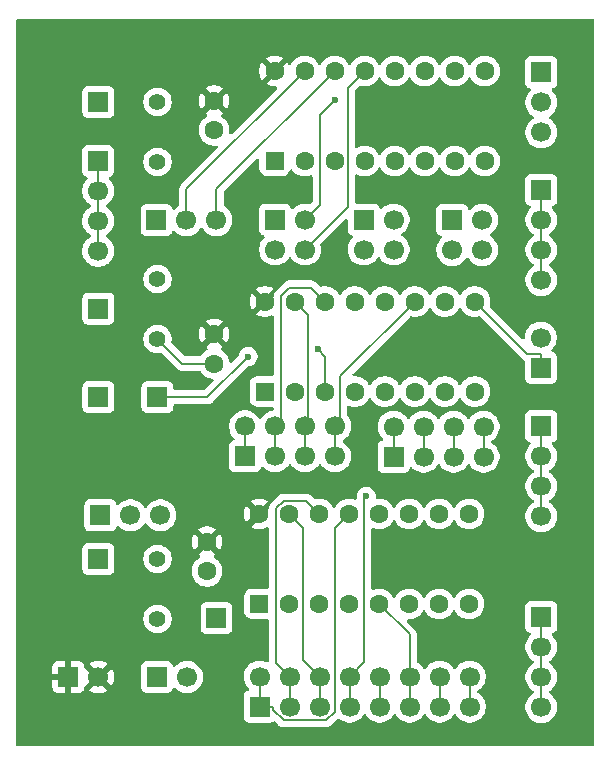
<source format=gtl>
G04 #@! TF.GenerationSoftware,KiCad,Pcbnew,9.0.4*
G04 #@! TF.CreationDate,2025-09-25T20:50:39+02:00*
G04 #@! TF.ProjectId,switchboard,73776974-6368-4626-9f61-72642e6b6963,rev?*
G04 #@! TF.SameCoordinates,Original*
G04 #@! TF.FileFunction,Copper,L1,Top*
G04 #@! TF.FilePolarity,Positive*
%FSLAX46Y46*%
G04 Gerber Fmt 4.6, Leading zero omitted, Abs format (unit mm)*
G04 Created by KiCad (PCBNEW 9.0.4) date 2025-09-25 20:50:39*
%MOMM*%
%LPD*%
G01*
G04 APERTURE LIST*
G04 Aperture macros list*
%AMRoundRect*
0 Rectangle with rounded corners*
0 $1 Rounding radius*
0 $2 $3 $4 $5 $6 $7 $8 $9 X,Y pos of 4 corners*
0 Add a 4 corners polygon primitive as box body*
4,1,4,$2,$3,$4,$5,$6,$7,$8,$9,$2,$3,0*
0 Add four circle primitives for the rounded corners*
1,1,$1+$1,$2,$3*
1,1,$1+$1,$4,$5*
1,1,$1+$1,$6,$7*
1,1,$1+$1,$8,$9*
0 Add four rect primitives between the rounded corners*
20,1,$1+$1,$2,$3,$4,$5,0*
20,1,$1+$1,$4,$5,$6,$7,0*
20,1,$1+$1,$6,$7,$8,$9,0*
20,1,$1+$1,$8,$9,$2,$3,0*%
G04 Aperture macros list end*
G04 #@! TA.AperFunction,ComponentPad*
%ADD10C,1.600000*%
G04 #@! TD*
G04 #@! TA.AperFunction,ComponentPad*
%ADD11RoundRect,0.250000X0.550000X-0.550000X0.550000X0.550000X-0.550000X0.550000X-0.550000X-0.550000X0*%
G04 #@! TD*
G04 #@! TA.AperFunction,ComponentPad*
%ADD12R,1.700000X1.700000*%
G04 #@! TD*
G04 #@! TA.AperFunction,ComponentPad*
%ADD13C,1.700000*%
G04 #@! TD*
G04 #@! TA.AperFunction,ComponentPad*
%ADD14C,1.400000*%
G04 #@! TD*
G04 #@! TA.AperFunction,ViaPad*
%ADD15C,0.600000*%
G04 #@! TD*
G04 #@! TA.AperFunction,Conductor*
%ADD16C,0.200000*%
G04 #@! TD*
G04 APERTURE END LIST*
D10*
G04 #@! TO.P,C3,1*
G04 #@! TO.N,VCC*
X84200000Y-104745000D03*
G04 #@! TO.P,C3,2*
G04 #@! TO.N,GND*
X84200000Y-107245000D03*
G04 #@! TD*
D11*
G04 #@! TO.P,U2,1,Y0*
G04 #@! TO.N,Net-(J3-Pin_1)*
X89100000Y-92020000D03*
D10*
G04 #@! TO.P,U2,2,Y2*
G04 #@! TO.N,Net-(J3-Pin_5)*
X91640000Y-92020000D03*
G04 #@! TO.P,U2,3,Y*
G04 #@! TO.N,Net-(J11-Pin_1)*
X94180000Y-92020000D03*
G04 #@! TO.P,U2,4,Y3*
G04 #@! TO.N,Net-(J3-Pin_7)*
X96720000Y-92020000D03*
G04 #@! TO.P,U2,5,Y1*
G04 #@! TO.N,Net-(J3-Pin_3)*
X99260000Y-92020000D03*
G04 #@! TO.P,U2,6,INH*
G04 #@! TO.N,Net-(J13-Pin_1)*
X101800000Y-92020000D03*
G04 #@! TO.P,U2,7,VEE*
G04 #@! TO.N,GND*
X104340000Y-92020000D03*
G04 #@! TO.P,U2,8,VSS*
X106880000Y-92020000D03*
G04 #@! TO.P,U2,9,B*
G04 #@! TO.N,Net-(J15-Pin_1)*
X106880000Y-84400000D03*
G04 #@! TO.P,U2,10,A*
G04 #@! TO.N,Net-(J15-Pin_2)*
X104340000Y-84400000D03*
G04 #@! TO.P,U2,11,X3*
G04 #@! TO.N,Net-(J2-Pin_7)*
X101800000Y-84400000D03*
G04 #@! TO.P,U2,12,X0*
G04 #@! TO.N,Net-(J2-Pin_1)*
X99260000Y-84400000D03*
G04 #@! TO.P,U2,13,X*
G04 #@! TO.N,Net-(J10-Pin_1)*
X96720000Y-84400000D03*
G04 #@! TO.P,U2,14,X1*
G04 #@! TO.N,Net-(J2-Pin_3)*
X94180000Y-84400000D03*
G04 #@! TO.P,U2,15,X2*
G04 #@! TO.N,Net-(J2-Pin_5)*
X91640000Y-84400000D03*
G04 #@! TO.P,U2,16,VDD*
G04 #@! TO.N,VCC*
X89100000Y-84400000D03*
G04 #@! TD*
G04 #@! TO.P,C1,1*
G04 #@! TO.N,VCC*
X84800000Y-67400000D03*
G04 #@! TO.P,C1,2*
G04 #@! TO.N,GND*
X84800000Y-69900000D03*
G04 #@! TD*
D12*
G04 #@! TO.P,J9,1,Pin_1*
G04 #@! TO.N,Net-(J9-Pin_1)*
X75000000Y-106195000D03*
G04 #@! TD*
G04 #@! TO.P,J17,1,Pin_1*
G04 #@! TO.N,Net-(J17-Pin_1)*
X97460000Y-77460000D03*
D13*
G04 #@! TO.P,J17,2,Pin_2*
X100000000Y-77460000D03*
G04 #@! TO.P,J17,3,Pin_3*
G04 #@! TO.N,Net-(J17-Pin_3)*
X97460000Y-80000000D03*
G04 #@! TO.P,J17,4,Pin_4*
X100000000Y-80000000D03*
G04 #@! TD*
D12*
G04 #@! TO.P,J21,1,Pin_1*
G04 #@! TO.N,Net-(J21-Pin_1)*
X112500000Y-74960000D03*
D13*
G04 #@! TO.P,J21,2,Pin_2*
X112500000Y-77500000D03*
G04 #@! TO.P,J21,3,Pin_3*
X112500000Y-80040000D03*
G04 #@! TO.P,J21,4,Pin_4*
X112500000Y-82580000D03*
G04 #@! TD*
D12*
G04 #@! TO.P,J14,1,Pin_1*
G04 #@! TO.N,Net-(J14-Pin_1)*
X75000000Y-67500000D03*
G04 #@! TD*
G04 #@! TO.P,J10,1,Pin_1*
G04 #@! TO.N,Net-(J10-Pin_1)*
X75000000Y-92500000D03*
G04 #@! TD*
G04 #@! TO.P,J4,1,Pin_1*
G04 #@! TO.N,Net-(J4-Pin_1)*
X75170000Y-102500000D03*
D13*
G04 #@! TO.P,J4,2,Pin_2*
G04 #@! TO.N,Net-(J4-Pin_2)*
X77710000Y-102500000D03*
G04 #@! TO.P,J4,3,Pin_3*
G04 #@! TO.N,Net-(J4-Pin_3)*
X80250000Y-102500000D03*
G04 #@! TD*
D12*
G04 #@! TO.P,J12,1,Pin_1*
G04 #@! TO.N,Net-(J12-Pin_1)*
X79920000Y-77500000D03*
D13*
G04 #@! TO.P,J12,2,Pin_2*
G04 #@! TO.N,Net-(J12-Pin_2)*
X82460000Y-77500000D03*
G04 #@! TO.P,J12,3,Pin_3*
G04 #@! TO.N,Net-(J12-Pin_3)*
X85000000Y-77500000D03*
G04 #@! TD*
D11*
G04 #@! TO.P,U1,1,B1*
G04 #@! TO.N,Net-(J17-Pin_3)*
X89920000Y-72500000D03*
D10*
G04 #@! TO.P,U1,2,B0*
G04 #@! TO.N,Net-(J17-Pin_1)*
X92460000Y-72500000D03*
G04 #@! TO.P,U1,3,C1*
G04 #@! TO.N,Net-(J18-Pin_3)*
X95000000Y-72500000D03*
G04 #@! TO.P,U1,4,C*
G04 #@! TO.N,Net-(J12-Pin_1)*
X97540000Y-72500000D03*
G04 #@! TO.P,U1,5,C0*
G04 #@! TO.N,Net-(J18-Pin_1)*
X100080000Y-72500000D03*
G04 #@! TO.P,U1,6,INH*
G04 #@! TO.N,Net-(J14-Pin_1)*
X102620000Y-72500000D03*
G04 #@! TO.P,U1,7,VEE*
G04 #@! TO.N,GND*
X105160000Y-72500000D03*
G04 #@! TO.P,U1,8,VSS*
X107700000Y-72500000D03*
G04 #@! TO.P,U1,9,S3*
G04 #@! TO.N,Net-(J5-Pin_1)*
X107700000Y-64880000D03*
G04 #@! TO.P,U1,10,S2*
G04 #@! TO.N,Net-(J5-Pin_2)*
X105160000Y-64880000D03*
G04 #@! TO.P,U1,11,S1*
G04 #@! TO.N,Net-(J5-Pin_3)*
X102620000Y-64880000D03*
G04 #@! TO.P,U1,12,A0*
G04 #@! TO.N,Net-(J16-Pin_1)*
X100080000Y-64880000D03*
G04 #@! TO.P,U1,13,A1*
G04 #@! TO.N,Net-(J16-Pin_3)*
X97540000Y-64880000D03*
G04 #@! TO.P,U1,14,A*
G04 #@! TO.N,Net-(J12-Pin_3)*
X95000000Y-64880000D03*
G04 #@! TO.P,U1,15,B*
G04 #@! TO.N,Net-(J12-Pin_2)*
X92460000Y-64880000D03*
G04 #@! TO.P,U1,16,VDD*
G04 #@! TO.N,VCC*
X89920000Y-64880000D03*
G04 #@! TD*
D12*
G04 #@! TO.P,J20,1,Pin_1*
G04 #@! TO.N,Net-(J20-Pin_1)*
X112500000Y-111115000D03*
D13*
G04 #@! TO.P,J20,2,Pin_2*
X112500000Y-113655000D03*
G04 #@! TO.P,J20,3,Pin_3*
X112500000Y-116195000D03*
G04 #@! TO.P,J20,4,Pin_4*
X112500000Y-118735000D03*
G04 #@! TD*
D12*
G04 #@! TO.P,J8,1,Pin_1*
G04 #@! TO.N,unconnected-(J8-Pin_1-Pad1)*
X79960000Y-116195000D03*
D13*
G04 #@! TO.P,J8,2,Pin_2*
G04 #@! TO.N,GND*
X82500000Y-116195000D03*
G04 #@! TD*
D12*
G04 #@! TO.P,J7,1,Pin_1*
G04 #@! TO.N,VCC*
X72460000Y-116195000D03*
D13*
G04 #@! TO.P,J7,2,Pin_2*
X75000000Y-116195000D03*
G04 #@! TD*
D14*
G04 #@! TO.P,R1,1*
G04 #@! TO.N,Net-(J9-Pin_1)*
X80000000Y-106195000D03*
G04 #@! TO.P,R1,2*
G04 #@! TO.N,GND*
X80000000Y-111275000D03*
G04 #@! TD*
D12*
G04 #@! TO.P,J19,1,Pin_1*
G04 #@! TO.N,Net-(J19-Pin_1)*
X112500000Y-94960000D03*
D13*
G04 #@! TO.P,J19,2,Pin_2*
X112500000Y-97500000D03*
G04 #@! TO.P,J19,3,Pin_3*
X112500000Y-100040000D03*
G04 #@! TO.P,J19,4,Pin_4*
X112500000Y-102580000D03*
G04 #@! TD*
D12*
G04 #@! TO.P,J16,1,Pin_1*
G04 #@! TO.N,Net-(J16-Pin_1)*
X89960000Y-77460000D03*
D13*
G04 #@! TO.P,J16,2,Pin_2*
X92500000Y-77460000D03*
G04 #@! TO.P,J16,3,Pin_3*
G04 #@! TO.N,Net-(J16-Pin_3)*
X89960000Y-80000000D03*
G04 #@! TO.P,J16,4,Pin_4*
X92500000Y-80000000D03*
G04 #@! TD*
D12*
G04 #@! TO.P,J5,1,Pin_1*
G04 #@! TO.N,Net-(J5-Pin_1)*
X112500000Y-65000000D03*
D13*
G04 #@! TO.P,J5,2,Pin_2*
G04 #@! TO.N,Net-(J5-Pin_2)*
X112500000Y-67540000D03*
G04 #@! TO.P,J5,3,Pin_3*
G04 #@! TO.N,Net-(J5-Pin_3)*
X112500000Y-70080000D03*
G04 #@! TD*
D12*
G04 #@! TO.P,J1,1,Pin_1*
G04 #@! TO.N,Net-(J1-Pin_1)*
X88660000Y-118695000D03*
D13*
G04 #@! TO.P,J1,2,Pin_2*
X88660000Y-116155000D03*
G04 #@! TO.P,J1,3,Pin_3*
G04 #@! TO.N,Net-(J1-Pin_3)*
X91200000Y-118695000D03*
G04 #@! TO.P,J1,4,Pin_4*
X91200000Y-116155000D03*
G04 #@! TO.P,J1,5,Pin_5*
G04 #@! TO.N,Net-(J1-Pin_5)*
X93740000Y-118695000D03*
G04 #@! TO.P,J1,6,Pin_6*
X93740000Y-116155000D03*
G04 #@! TO.P,J1,7,Pin_7*
G04 #@! TO.N,Net-(J1-Pin_7)*
X96280000Y-118695000D03*
G04 #@! TO.P,J1,8,Pin_8*
X96280000Y-116155000D03*
G04 #@! TO.P,J1,9,Pin_9*
G04 #@! TO.N,Net-(J1-Pin_10)*
X98820000Y-118695000D03*
G04 #@! TO.P,J1,10,Pin_10*
X98820000Y-116155000D03*
G04 #@! TO.P,J1,11,Pin_11*
G04 #@! TO.N,Net-(J1-Pin_11)*
X101360000Y-118695000D03*
G04 #@! TO.P,J1,12,Pin_12*
X101360000Y-116155000D03*
G04 #@! TO.P,J1,13,Pin_13*
G04 #@! TO.N,Net-(J1-Pin_13)*
X103900000Y-118695000D03*
G04 #@! TO.P,J1,14,Pin_14*
X103900000Y-116155000D03*
G04 #@! TO.P,J1,15,Pin_15*
G04 #@! TO.N,Net-(J1-Pin_15)*
X106440000Y-118695000D03*
G04 #@! TO.P,J1,16,Pin_16*
X106440000Y-116155000D03*
G04 #@! TD*
D14*
G04 #@! TO.P,R3,1*
G04 #@! TO.N,Net-(J14-Pin_1)*
X80000000Y-67500000D03*
G04 #@! TO.P,R3,2*
G04 #@! TO.N,GND*
X80000000Y-72580000D03*
G04 #@! TD*
D12*
G04 #@! TO.P,J18,1,Pin_1*
G04 #@! TO.N,Net-(J18-Pin_1)*
X104960000Y-77500000D03*
D13*
G04 #@! TO.P,J18,2,Pin_2*
X107500000Y-77500000D03*
G04 #@! TO.P,J18,3,Pin_3*
G04 #@! TO.N,Net-(J18-Pin_3)*
X104960000Y-80040000D03*
G04 #@! TO.P,J18,4,Pin_4*
X107500000Y-80040000D03*
G04 #@! TD*
D12*
G04 #@! TO.P,J22,1,Pin_1*
G04 #@! TO.N,Net-(J22-Pin_1)*
X74980800Y-72491600D03*
D13*
G04 #@! TO.P,J22,2,Pin_2*
X74980800Y-75031600D03*
G04 #@! TO.P,J22,3,Pin_3*
X74980800Y-77571600D03*
G04 #@! TO.P,J22,4,Pin_4*
X74980800Y-80111600D03*
G04 #@! TD*
D14*
G04 #@! TO.P,R2,1*
G04 #@! TO.N,Net-(J13-Pin_1)*
X80000000Y-82500000D03*
G04 #@! TO.P,R2,2*
G04 #@! TO.N,GND*
X80000000Y-87580000D03*
G04 #@! TD*
D12*
G04 #@! TO.P,J15,1,Pin_1*
G04 #@! TO.N,Net-(J15-Pin_1)*
X112460000Y-90000000D03*
D13*
G04 #@! TO.P,J15,2,Pin_2*
G04 #@! TO.N,Net-(J15-Pin_2)*
X112460000Y-87460000D03*
G04 #@! TD*
D12*
G04 #@! TO.P,J11,1,Pin_1*
G04 #@! TO.N,Net-(J11-Pin_1)*
X80000000Y-92500000D03*
G04 #@! TD*
D10*
G04 #@! TO.P,C2,1*
G04 #@! TO.N,VCC*
X84800000Y-87150000D03*
G04 #@! TO.P,C2,2*
G04 #@! TO.N,GND*
X84800000Y-89650000D03*
G04 #@! TD*
D12*
G04 #@! TO.P,J13,1,Pin_1*
G04 #@! TO.N,Net-(J13-Pin_1)*
X75000000Y-85000000D03*
G04 #@! TD*
G04 #@! TO.P,J3,1,Pin_1*
G04 #@! TO.N,Net-(J3-Pin_1)*
X100000000Y-97540000D03*
D13*
G04 #@! TO.P,J3,2,Pin_2*
X100000000Y-95000000D03*
G04 #@! TO.P,J3,3,Pin_3*
G04 #@! TO.N,Net-(J3-Pin_3)*
X102540000Y-97540000D03*
G04 #@! TO.P,J3,4,Pin_4*
X102540000Y-95000000D03*
G04 #@! TO.P,J3,5,Pin_5*
G04 #@! TO.N,Net-(J3-Pin_5)*
X105080000Y-97540000D03*
G04 #@! TO.P,J3,6,Pin_6*
X105080000Y-95000000D03*
G04 #@! TO.P,J3,7,Pin_7*
G04 #@! TO.N,Net-(J3-Pin_7)*
X107620000Y-97540000D03*
G04 #@! TO.P,J3,8,Pin_8*
X107620000Y-95000000D03*
G04 #@! TD*
D12*
G04 #@! TO.P,J2,1,Pin_1*
G04 #@! TO.N,Net-(J2-Pin_1)*
X87420000Y-97500000D03*
D13*
G04 #@! TO.P,J2,2,Pin_2*
X87420000Y-94960000D03*
G04 #@! TO.P,J2,3,Pin_3*
G04 #@! TO.N,Net-(J2-Pin_3)*
X89960000Y-97500000D03*
G04 #@! TO.P,J2,4,Pin_4*
X89960000Y-94960000D03*
G04 #@! TO.P,J2,5,Pin_5*
G04 #@! TO.N,Net-(J2-Pin_5)*
X92500000Y-97500000D03*
G04 #@! TO.P,J2,6,Pin_6*
X92500000Y-94960000D03*
G04 #@! TO.P,J2,7,Pin_7*
G04 #@! TO.N,Net-(J2-Pin_7)*
X95040000Y-97500000D03*
G04 #@! TO.P,J2,8,Pin_8*
X95040000Y-94960000D03*
G04 #@! TD*
D12*
G04 #@! TO.P,J6,1,Pin_1*
G04 #@! TO.N,Net-(J6-Pin_1)*
X85000000Y-111195000D03*
G04 #@! TD*
D11*
G04 #@! TO.P,U3,1,X4*
G04 #@! TO.N,Net-(J1-Pin_10)*
X88610000Y-110000000D03*
D10*
G04 #@! TO.P,U3,2,X6*
G04 #@! TO.N,Net-(J1-Pin_13)*
X91150000Y-110000000D03*
G04 #@! TO.P,U3,3,X*
G04 #@! TO.N,Net-(J6-Pin_1)*
X93690000Y-110000000D03*
G04 #@! TO.P,U3,4,X7*
G04 #@! TO.N,Net-(J1-Pin_15)*
X96230000Y-110000000D03*
G04 #@! TO.P,U3,5,X5*
G04 #@! TO.N,Net-(J1-Pin_11)*
X98770000Y-110000000D03*
G04 #@! TO.P,U3,6,INH*
G04 #@! TO.N,Net-(J9-Pin_1)*
X101310000Y-110000000D03*
G04 #@! TO.P,U3,7,VEE*
G04 #@! TO.N,GND*
X103850000Y-110000000D03*
G04 #@! TO.P,U3,8,VSS*
X106390000Y-110000000D03*
G04 #@! TO.P,U3,9,C*
G04 #@! TO.N,Net-(J4-Pin_1)*
X106390000Y-102380000D03*
G04 #@! TO.P,U3,10,B*
G04 #@! TO.N,Net-(J4-Pin_2)*
X103850000Y-102380000D03*
G04 #@! TO.P,U3,11,A*
G04 #@! TO.N,Net-(J4-Pin_3)*
X101310000Y-102380000D03*
G04 #@! TO.P,U3,12,X3*
G04 #@! TO.N,Net-(J1-Pin_7)*
X98770000Y-102380000D03*
G04 #@! TO.P,U3,13,X0*
G04 #@! TO.N,Net-(J1-Pin_1)*
X96230000Y-102380000D03*
G04 #@! TO.P,U3,14,X1*
G04 #@! TO.N,Net-(J1-Pin_3)*
X93690000Y-102380000D03*
G04 #@! TO.P,U3,15,X2*
G04 #@! TO.N,Net-(J1-Pin_5)*
X91150000Y-102380000D03*
G04 #@! TO.P,U3,16,VDD*
G04 #@! TO.N,VCC*
X88610000Y-102380000D03*
G04 #@! TD*
D15*
G04 #@! TO.N,GND*
X84800000Y-89650000D03*
G04 #@! TO.N,Net-(J1-Pin_7)*
X97669400Y-100884800D03*
G04 #@! TO.N,Net-(J11-Pin_1)*
X87671900Y-89057500D03*
X93556700Y-88461100D03*
G04 #@! TO.N,Net-(J16-Pin_1)*
X94996900Y-67317200D03*
G04 #@! TD*
D16*
G04 #@! TO.N,GND*
X84800000Y-89650000D02*
X82070000Y-89650000D01*
X82070000Y-89650000D02*
X80000000Y-87580000D01*
G04 #@! TO.N,Net-(J1-Pin_3)*
X91200000Y-118695000D02*
X91200000Y-116155000D01*
X90028200Y-114983200D02*
X91200000Y-116155000D01*
X90682100Y-101267000D02*
X90028200Y-101920900D01*
X92577000Y-101267000D02*
X90682100Y-101267000D01*
X93690000Y-102380000D02*
X92577000Y-101267000D01*
X90028200Y-101920900D02*
X90028200Y-114983200D01*
G04 #@! TO.N,Net-(J1-Pin_13)*
X103900000Y-118695000D02*
X103900000Y-116155000D01*
G04 #@! TO.N,Net-(J1-Pin_1)*
X89811700Y-118983000D02*
X89811700Y-118695000D01*
X95010000Y-103600000D02*
X95010000Y-119119600D01*
X88660000Y-118695000D02*
X89811700Y-118695000D01*
X94282900Y-119846700D02*
X90675400Y-119846700D01*
X95010000Y-119119600D02*
X94282900Y-119846700D01*
X88660000Y-118695000D02*
X88660000Y-116155000D01*
X90675400Y-119846700D02*
X89811700Y-118983000D01*
X96230000Y-102380000D02*
X95010000Y-103600000D01*
G04 #@! TO.N,Net-(J1-Pin_5)*
X92305800Y-114720800D02*
X92305800Y-103535800D01*
X93740000Y-116155000D02*
X92305800Y-114720800D01*
X92305800Y-103535800D02*
X91150000Y-102380000D01*
X93740000Y-118695000D02*
X93740000Y-116155000D01*
G04 #@! TO.N,Net-(J1-Pin_15)*
X106440000Y-118695000D02*
X106440000Y-116155000D01*
G04 #@! TO.N,Net-(J1-Pin_7)*
X97669400Y-100884800D02*
X97500000Y-101054200D01*
X96280000Y-118695000D02*
X96280000Y-116155000D01*
X97500000Y-114935000D02*
X96280000Y-116155000D01*
X97500000Y-101054200D02*
X97500000Y-114935000D01*
G04 #@! TO.N,Net-(J1-Pin_10)*
X98820000Y-118695000D02*
X98820000Y-116155000D01*
G04 #@! TO.N,Net-(J1-Pin_11)*
X101360000Y-112590000D02*
X98770000Y-110000000D01*
X101360000Y-118695000D02*
X101360000Y-116155000D01*
X101360000Y-116155000D02*
X101360000Y-112590000D01*
G04 #@! TO.N,Net-(J2-Pin_1)*
X87420000Y-97500000D02*
X87420000Y-94960000D01*
G04 #@! TO.N,Net-(J2-Pin_3)*
X91151300Y-83216800D02*
X90434000Y-83934100D01*
X94180000Y-84400000D02*
X92996800Y-83216800D01*
X92996800Y-83216800D02*
X91151300Y-83216800D01*
X90434000Y-94486000D02*
X89960000Y-94960000D01*
X90434000Y-83934100D02*
X90434000Y-94486000D01*
X89960000Y-97500000D02*
X89960000Y-94960000D01*
G04 #@! TO.N,Net-(J3-Pin_3)*
X102540000Y-95000000D02*
X102540000Y-97540000D01*
G04 #@! TO.N,Net-(J3-Pin_1)*
X100000000Y-95000000D02*
X100000000Y-97540000D01*
G04 #@! TO.N,Net-(J11-Pin_1)*
X94180000Y-89084400D02*
X94180000Y-92020000D01*
X93556700Y-88461100D02*
X94180000Y-89084400D01*
X84229400Y-92500000D02*
X87671900Y-89057500D01*
X80000000Y-92500000D02*
X84229400Y-92500000D01*
G04 #@! TO.N,Net-(J12-Pin_3)*
X85000000Y-74880000D02*
X95000000Y-64880000D01*
X85000000Y-77500000D02*
X85000000Y-74880000D01*
G04 #@! TO.N,Net-(J12-Pin_2)*
X82460000Y-74880000D02*
X92460000Y-64880000D01*
X82460000Y-77500000D02*
X82460000Y-74880000D01*
G04 #@! TO.N,Net-(J15-Pin_1)*
X112460000Y-90000000D02*
X112460000Y-88848300D01*
X111328300Y-88848300D02*
X112460000Y-88848300D01*
X106880000Y-84400000D02*
X111328300Y-88848300D01*
G04 #@! TO.N,Net-(J16-Pin_1)*
X93730100Y-76229900D02*
X92500000Y-77460000D01*
X94996900Y-67317200D02*
X93730100Y-68584000D01*
X93730100Y-68584000D02*
X93730100Y-76229900D01*
G04 #@! TO.N,Net-(J16-Pin_3)*
X92500000Y-80000000D02*
X96116800Y-76383200D01*
X96116800Y-76383200D02*
X96116800Y-66303200D01*
X96116800Y-66303200D02*
X97540000Y-64880000D01*
G04 #@! TO.N,Net-(J19-Pin_1)*
X112500000Y-100040000D02*
X112500000Y-102580000D01*
X112500000Y-97500000D02*
X112500000Y-100040000D01*
X112500000Y-94960000D02*
X112500000Y-97500000D01*
G04 #@! TO.N,Net-(J20-Pin_1)*
X112500000Y-111115000D02*
X112500000Y-113655000D01*
X112500000Y-113655000D02*
X112500000Y-116195000D01*
X112500000Y-116195000D02*
X112500000Y-118735000D01*
G04 #@! TO.N,Net-(J21-Pin_1)*
X112500000Y-74960000D02*
X112500000Y-77500000D01*
X112500000Y-80040000D02*
X112500000Y-82580000D01*
X112500000Y-77500000D02*
X112500000Y-80040000D01*
G04 #@! TO.N,Net-(J2-Pin_5)*
X91640000Y-84400000D02*
X92756200Y-85516200D01*
X92756200Y-94703800D02*
X92500000Y-94960000D01*
X92756200Y-85516200D02*
X92756200Y-94703800D01*
X92500000Y-97500000D02*
X92500000Y-94960000D01*
G04 #@! TO.N,Net-(J2-Pin_7)*
X95456300Y-94543700D02*
X95040000Y-94960000D01*
X95456300Y-90743700D02*
X95456300Y-94543700D01*
X95040000Y-97500000D02*
X95040000Y-94960000D01*
X101800000Y-84400000D02*
X95456300Y-90743700D01*
G04 #@! TO.N,Net-(J3-Pin_5)*
X105080000Y-95000000D02*
X105080000Y-97540000D01*
G04 #@! TO.N,Net-(J3-Pin_7)*
X107620000Y-95000000D02*
X107620000Y-97540000D01*
G04 #@! TO.N,Net-(J22-Pin_1)*
X74980800Y-77571600D02*
X74980800Y-80111600D01*
X74980800Y-72491600D02*
X74980800Y-75031600D01*
X74980800Y-75031600D02*
X74980800Y-77571600D01*
G04 #@! TD*
G04 #@! TA.AperFunction,Conductor*
G04 #@! TO.N,VCC*
G36*
X116942539Y-60520185D02*
G01*
X116988294Y-60572989D01*
X116999500Y-60624500D01*
X116999500Y-121875500D01*
X116979815Y-121942539D01*
X116927011Y-121988294D01*
X116875500Y-121999500D01*
X68124500Y-121999500D01*
X68057461Y-121979815D01*
X68011706Y-121927011D01*
X68000500Y-121875500D01*
X68000500Y-115297155D01*
X71110000Y-115297155D01*
X71110000Y-115945000D01*
X72026988Y-115945000D01*
X71994075Y-116002007D01*
X71960000Y-116129174D01*
X71960000Y-116260826D01*
X71994075Y-116387993D01*
X72026988Y-116445000D01*
X71110000Y-116445000D01*
X71110000Y-117092844D01*
X71116401Y-117152372D01*
X71116403Y-117152379D01*
X71166645Y-117287086D01*
X71166649Y-117287093D01*
X71252809Y-117402187D01*
X71252812Y-117402190D01*
X71367906Y-117488350D01*
X71367913Y-117488354D01*
X71502620Y-117538596D01*
X71502627Y-117538598D01*
X71562155Y-117544999D01*
X71562172Y-117545000D01*
X72210000Y-117545000D01*
X72210000Y-116628012D01*
X72267007Y-116660925D01*
X72394174Y-116695000D01*
X72525826Y-116695000D01*
X72652993Y-116660925D01*
X72710000Y-116628012D01*
X72710000Y-117545000D01*
X73357828Y-117545000D01*
X73357844Y-117544999D01*
X73417372Y-117538598D01*
X73417379Y-117538596D01*
X73552086Y-117488354D01*
X73552093Y-117488350D01*
X73667187Y-117402190D01*
X73667190Y-117402187D01*
X73753350Y-117287093D01*
X73753354Y-117287086D01*
X73775529Y-117227632D01*
X73814319Y-117054390D01*
X73814682Y-117053734D01*
X73814642Y-117052984D01*
X73847642Y-116993802D01*
X74517037Y-116324408D01*
X74534075Y-116387993D01*
X74599901Y-116502007D01*
X74692993Y-116595099D01*
X74807007Y-116660925D01*
X74870590Y-116677962D01*
X74238282Y-117310269D01*
X74238282Y-117310270D01*
X74292449Y-117349624D01*
X74481782Y-117446095D01*
X74683870Y-117511757D01*
X74893754Y-117545000D01*
X75106246Y-117545000D01*
X75316127Y-117511757D01*
X75316130Y-117511757D01*
X75518217Y-117446095D01*
X75707554Y-117349622D01*
X75761716Y-117310270D01*
X75761717Y-117310270D01*
X75129408Y-116677962D01*
X75192993Y-116660925D01*
X75307007Y-116595099D01*
X75400099Y-116502007D01*
X75465925Y-116387993D01*
X75482962Y-116324408D01*
X76115270Y-116956717D01*
X76115270Y-116956716D01*
X76154622Y-116902554D01*
X76251095Y-116713217D01*
X76316757Y-116511130D01*
X76316757Y-116511127D01*
X76350000Y-116301246D01*
X76350000Y-116088753D01*
X76316757Y-115878872D01*
X76316757Y-115878869D01*
X76251095Y-115676782D01*
X76154624Y-115487449D01*
X76115270Y-115433282D01*
X76115269Y-115433282D01*
X75482962Y-116065590D01*
X75465925Y-116002007D01*
X75400099Y-115887993D01*
X75307007Y-115794901D01*
X75192993Y-115729075D01*
X75129409Y-115712037D01*
X75544310Y-115297135D01*
X78609500Y-115297135D01*
X78609500Y-117092870D01*
X78609501Y-117092876D01*
X78615908Y-117152483D01*
X78666202Y-117287328D01*
X78666206Y-117287335D01*
X78752452Y-117402544D01*
X78752455Y-117402547D01*
X78867664Y-117488793D01*
X78867671Y-117488797D01*
X79002517Y-117539091D01*
X79002516Y-117539091D01*
X79009444Y-117539835D01*
X79062127Y-117545500D01*
X80857872Y-117545499D01*
X80917483Y-117539091D01*
X81052331Y-117488796D01*
X81167546Y-117402546D01*
X81253796Y-117287331D01*
X81302810Y-117155916D01*
X81344681Y-117099984D01*
X81410145Y-117075566D01*
X81478418Y-117090417D01*
X81506673Y-117111569D01*
X81620213Y-117225109D01*
X81792179Y-117350048D01*
X81792181Y-117350049D01*
X81792184Y-117350051D01*
X81981588Y-117446557D01*
X82183757Y-117512246D01*
X82393713Y-117545500D01*
X82393714Y-117545500D01*
X82606286Y-117545500D01*
X82606287Y-117545500D01*
X82816243Y-117512246D01*
X83018412Y-117446557D01*
X83207816Y-117350051D01*
X83294138Y-117287335D01*
X83379786Y-117225109D01*
X83379788Y-117225106D01*
X83379792Y-117225104D01*
X83530104Y-117074792D01*
X83530106Y-117074788D01*
X83530109Y-117074786D01*
X83655048Y-116902820D01*
X83655047Y-116902820D01*
X83655051Y-116902816D01*
X83751557Y-116713412D01*
X83817246Y-116511243D01*
X83850500Y-116301287D01*
X83850500Y-116088713D01*
X83817246Y-115878757D01*
X83751557Y-115676588D01*
X83655051Y-115487184D01*
X83655049Y-115487181D01*
X83655048Y-115487179D01*
X83530109Y-115315213D01*
X83379786Y-115164890D01*
X83207820Y-115039951D01*
X83018414Y-114943444D01*
X83018413Y-114943443D01*
X83018412Y-114943443D01*
X82816243Y-114877754D01*
X82816241Y-114877753D01*
X82816240Y-114877753D01*
X82650426Y-114851491D01*
X82606287Y-114844500D01*
X82393713Y-114844500D01*
X82349574Y-114851491D01*
X82183760Y-114877753D01*
X82110228Y-114901645D01*
X81996506Y-114938596D01*
X81981585Y-114943444D01*
X81792179Y-115039951D01*
X81620215Y-115164889D01*
X81506673Y-115278431D01*
X81445350Y-115311915D01*
X81375658Y-115306931D01*
X81319725Y-115265059D01*
X81302810Y-115234082D01*
X81253797Y-115102671D01*
X81253793Y-115102664D01*
X81167547Y-114987455D01*
X81167544Y-114987452D01*
X81052335Y-114901206D01*
X81052328Y-114901202D01*
X80917482Y-114850908D01*
X80917483Y-114850908D01*
X80857883Y-114844501D01*
X80857881Y-114844500D01*
X80857873Y-114844500D01*
X80857864Y-114844500D01*
X79062129Y-114844500D01*
X79062123Y-114844501D01*
X79002516Y-114850908D01*
X78867671Y-114901202D01*
X78867664Y-114901206D01*
X78752455Y-114987452D01*
X78752452Y-114987455D01*
X78666206Y-115102664D01*
X78666202Y-115102671D01*
X78615908Y-115237517D01*
X78609501Y-115297116D01*
X78609500Y-115297135D01*
X75544310Y-115297135D01*
X75635320Y-115206125D01*
X75761716Y-115079728D01*
X75707550Y-115040375D01*
X75518217Y-114943904D01*
X75316129Y-114878242D01*
X75106246Y-114845000D01*
X74893754Y-114845000D01*
X74683872Y-114878242D01*
X74683869Y-114878242D01*
X74481782Y-114943904D01*
X74292439Y-115040380D01*
X74238282Y-115079727D01*
X74238282Y-115079728D01*
X74870591Y-115712037D01*
X74807007Y-115729075D01*
X74692993Y-115794901D01*
X74599901Y-115887993D01*
X74534075Y-116002007D01*
X74517037Y-116065591D01*
X73847642Y-115396196D01*
X73814319Y-115335609D01*
X73775527Y-115162364D01*
X73753354Y-115102913D01*
X73753350Y-115102906D01*
X73667190Y-114987812D01*
X73667187Y-114987809D01*
X73552093Y-114901649D01*
X73552086Y-114901645D01*
X73417379Y-114851403D01*
X73417372Y-114851401D01*
X73357844Y-114845000D01*
X72710000Y-114845000D01*
X72710000Y-115761988D01*
X72652993Y-115729075D01*
X72525826Y-115695000D01*
X72394174Y-115695000D01*
X72267007Y-115729075D01*
X72210000Y-115761988D01*
X72210000Y-114845000D01*
X71562155Y-114845000D01*
X71502627Y-114851401D01*
X71502620Y-114851403D01*
X71367913Y-114901645D01*
X71367906Y-114901649D01*
X71252812Y-114987809D01*
X71252809Y-114987812D01*
X71166649Y-115102906D01*
X71166645Y-115102913D01*
X71116403Y-115237620D01*
X71116401Y-115237627D01*
X71110000Y-115297155D01*
X68000500Y-115297155D01*
X68000500Y-111180513D01*
X78799500Y-111180513D01*
X78799500Y-111369486D01*
X78829059Y-111556118D01*
X78887454Y-111735836D01*
X78973240Y-111904199D01*
X79084310Y-112057073D01*
X79217927Y-112190690D01*
X79370801Y-112301760D01*
X79411592Y-112322544D01*
X79539163Y-112387545D01*
X79539165Y-112387545D01*
X79539168Y-112387547D01*
X79635497Y-112418846D01*
X79718881Y-112445940D01*
X79905514Y-112475500D01*
X79905519Y-112475500D01*
X80094486Y-112475500D01*
X80281118Y-112445940D01*
X80460832Y-112387547D01*
X80629199Y-112301760D01*
X80782073Y-112190690D01*
X80915690Y-112057073D01*
X81026760Y-111904199D01*
X81112547Y-111735832D01*
X81170940Y-111556118D01*
X81177899Y-111512181D01*
X81200500Y-111369486D01*
X81200500Y-111180513D01*
X81170940Y-110993881D01*
X81130472Y-110869336D01*
X81112547Y-110814168D01*
X81112545Y-110814165D01*
X81112545Y-110814163D01*
X81055800Y-110702796D01*
X81026760Y-110645801D01*
X80915690Y-110492927D01*
X80782073Y-110359310D01*
X80696497Y-110297135D01*
X83649500Y-110297135D01*
X83649500Y-112092870D01*
X83649501Y-112092876D01*
X83655908Y-112152483D01*
X83706202Y-112287328D01*
X83706206Y-112287335D01*
X83792452Y-112402544D01*
X83792455Y-112402547D01*
X83907664Y-112488793D01*
X83907671Y-112488797D01*
X84042517Y-112539091D01*
X84042516Y-112539091D01*
X84049444Y-112539835D01*
X84102127Y-112545500D01*
X85897872Y-112545499D01*
X85957483Y-112539091D01*
X86092331Y-112488796D01*
X86207546Y-112402546D01*
X86293796Y-112287331D01*
X86344091Y-112152483D01*
X86350500Y-112092873D01*
X86350499Y-110297128D01*
X86344091Y-110237517D01*
X86336486Y-110217128D01*
X86293797Y-110102671D01*
X86293793Y-110102664D01*
X86207547Y-109987455D01*
X86207544Y-109987452D01*
X86092335Y-109901206D01*
X86092328Y-109901202D01*
X85957482Y-109850908D01*
X85957483Y-109850908D01*
X85897883Y-109844501D01*
X85897881Y-109844500D01*
X85897873Y-109844500D01*
X85897864Y-109844500D01*
X84102129Y-109844500D01*
X84102123Y-109844501D01*
X84042516Y-109850908D01*
X83907671Y-109901202D01*
X83907664Y-109901206D01*
X83792455Y-109987452D01*
X83792452Y-109987455D01*
X83706206Y-110102664D01*
X83706202Y-110102671D01*
X83655908Y-110237517D01*
X83649501Y-110297116D01*
X83649501Y-110297123D01*
X83649500Y-110297135D01*
X80696497Y-110297135D01*
X80629199Y-110248240D01*
X80608152Y-110237516D01*
X80460836Y-110162454D01*
X80281118Y-110104059D01*
X80094486Y-110074500D01*
X80094481Y-110074500D01*
X79905519Y-110074500D01*
X79905514Y-110074500D01*
X79718881Y-110104059D01*
X79539163Y-110162454D01*
X79370800Y-110248240D01*
X79303514Y-110297127D01*
X79217927Y-110359310D01*
X79217925Y-110359312D01*
X79217924Y-110359312D01*
X79084312Y-110492924D01*
X79084312Y-110492925D01*
X79084310Y-110492927D01*
X79051473Y-110538123D01*
X78973240Y-110645800D01*
X78887454Y-110814163D01*
X78829059Y-110993881D01*
X78799500Y-111180513D01*
X68000500Y-111180513D01*
X68000500Y-109399983D01*
X87309500Y-109399983D01*
X87309500Y-110600001D01*
X87309501Y-110600018D01*
X87320000Y-110702796D01*
X87320001Y-110702799D01*
X87356904Y-110814163D01*
X87375186Y-110869334D01*
X87467288Y-111018656D01*
X87591344Y-111142712D01*
X87740666Y-111234814D01*
X87907203Y-111289999D01*
X88009991Y-111300500D01*
X89210008Y-111300499D01*
X89291099Y-111292215D01*
X89359791Y-111304984D01*
X89410675Y-111352865D01*
X89427700Y-111415573D01*
X89427700Y-114828111D01*
X89408015Y-114895150D01*
X89355211Y-114940905D01*
X89286053Y-114950849D01*
X89247406Y-114938596D01*
X89178417Y-114903445D01*
X89178414Y-114903444D01*
X89178412Y-114903443D01*
X88976243Y-114837754D01*
X88976241Y-114837753D01*
X88976240Y-114837753D01*
X88801315Y-114810048D01*
X88766287Y-114804500D01*
X88553713Y-114804500D01*
X88518685Y-114810048D01*
X88343760Y-114837753D01*
X88343757Y-114837754D01*
X88146679Y-114901789D01*
X88141585Y-114903444D01*
X87952179Y-114999951D01*
X87780213Y-115124890D01*
X87629890Y-115275213D01*
X87504951Y-115447179D01*
X87408444Y-115636585D01*
X87342753Y-115838760D01*
X87309500Y-116048713D01*
X87309500Y-116261287D01*
X87342754Y-116471243D01*
X87382997Y-116595099D01*
X87408444Y-116673414D01*
X87504951Y-116862820D01*
X87629890Y-117034786D01*
X87743430Y-117148326D01*
X87776915Y-117209649D01*
X87771931Y-117279341D01*
X87730059Y-117335274D01*
X87699083Y-117352189D01*
X87567669Y-117401203D01*
X87567664Y-117401206D01*
X87452455Y-117487452D01*
X87452452Y-117487455D01*
X87366206Y-117602664D01*
X87366202Y-117602671D01*
X87315908Y-117737517D01*
X87309501Y-117797116D01*
X87309500Y-117797135D01*
X87309500Y-119592870D01*
X87309501Y-119592876D01*
X87315908Y-119652483D01*
X87366202Y-119787328D01*
X87366206Y-119787335D01*
X87452452Y-119902544D01*
X87452455Y-119902547D01*
X87567664Y-119988793D01*
X87567671Y-119988797D01*
X87702517Y-120039091D01*
X87702516Y-120039091D01*
X87709444Y-120039835D01*
X87762127Y-120045500D01*
X89557872Y-120045499D01*
X89617483Y-120039091D01*
X89752331Y-119988796D01*
X89789802Y-119960744D01*
X89855266Y-119936327D01*
X89923540Y-119951178D01*
X89951795Y-119972330D01*
X90190539Y-120211074D01*
X90190549Y-120211085D01*
X90194879Y-120215415D01*
X90194880Y-120215416D01*
X90306684Y-120327220D01*
X90393495Y-120377339D01*
X90393497Y-120377341D01*
X90443613Y-120406276D01*
X90443615Y-120406277D01*
X90596342Y-120447200D01*
X90596343Y-120447200D01*
X94196231Y-120447200D01*
X94196247Y-120447201D01*
X94203843Y-120447201D01*
X94361954Y-120447201D01*
X94361957Y-120447201D01*
X94514685Y-120406277D01*
X94564804Y-120377339D01*
X94651616Y-120327220D01*
X94763420Y-120215416D01*
X94763420Y-120215414D01*
X94773628Y-120205207D01*
X94773630Y-120205204D01*
X95240483Y-119738350D01*
X95301804Y-119704867D01*
X95371496Y-119709851D01*
X95401047Y-119725714D01*
X95485862Y-119787335D01*
X95572184Y-119850051D01*
X95761588Y-119946557D01*
X95963757Y-120012246D01*
X96173713Y-120045500D01*
X96173714Y-120045500D01*
X96386286Y-120045500D01*
X96386287Y-120045500D01*
X96596243Y-120012246D01*
X96798412Y-119946557D01*
X96987816Y-119850051D01*
X97074138Y-119787335D01*
X97159786Y-119725109D01*
X97159788Y-119725106D01*
X97159792Y-119725104D01*
X97310104Y-119574792D01*
X97310106Y-119574788D01*
X97310109Y-119574786D01*
X97435048Y-119402820D01*
X97435047Y-119402820D01*
X97435051Y-119402816D01*
X97439514Y-119394054D01*
X97487488Y-119343259D01*
X97555308Y-119326463D01*
X97621444Y-119348999D01*
X97660486Y-119394056D01*
X97664951Y-119402820D01*
X97789890Y-119574786D01*
X97940213Y-119725109D01*
X98112179Y-119850048D01*
X98112181Y-119850049D01*
X98112184Y-119850051D01*
X98301588Y-119946557D01*
X98503757Y-120012246D01*
X98713713Y-120045500D01*
X98713714Y-120045500D01*
X98926286Y-120045500D01*
X98926287Y-120045500D01*
X99136243Y-120012246D01*
X99338412Y-119946557D01*
X99527816Y-119850051D01*
X99614138Y-119787335D01*
X99699786Y-119725109D01*
X99699788Y-119725106D01*
X99699792Y-119725104D01*
X99850104Y-119574792D01*
X99850106Y-119574788D01*
X99850109Y-119574786D01*
X99975048Y-119402820D01*
X99975047Y-119402820D01*
X99975051Y-119402816D01*
X99979514Y-119394054D01*
X100027488Y-119343259D01*
X100095308Y-119326463D01*
X100161444Y-119348999D01*
X100200486Y-119394056D01*
X100204951Y-119402820D01*
X100329890Y-119574786D01*
X100480213Y-119725109D01*
X100652179Y-119850048D01*
X100652181Y-119850049D01*
X100652184Y-119850051D01*
X100841588Y-119946557D01*
X101043757Y-120012246D01*
X101253713Y-120045500D01*
X101253714Y-120045500D01*
X101466286Y-120045500D01*
X101466287Y-120045500D01*
X101676243Y-120012246D01*
X101878412Y-119946557D01*
X102067816Y-119850051D01*
X102154138Y-119787335D01*
X102239786Y-119725109D01*
X102239788Y-119725106D01*
X102239792Y-119725104D01*
X102390104Y-119574792D01*
X102390106Y-119574788D01*
X102390109Y-119574786D01*
X102515048Y-119402820D01*
X102515047Y-119402820D01*
X102515051Y-119402816D01*
X102519514Y-119394054D01*
X102567488Y-119343259D01*
X102635308Y-119326463D01*
X102701444Y-119348999D01*
X102740486Y-119394056D01*
X102744951Y-119402820D01*
X102869890Y-119574786D01*
X103020213Y-119725109D01*
X103192179Y-119850048D01*
X103192181Y-119850049D01*
X103192184Y-119850051D01*
X103381588Y-119946557D01*
X103583757Y-120012246D01*
X103793713Y-120045500D01*
X103793714Y-120045500D01*
X104006286Y-120045500D01*
X104006287Y-120045500D01*
X104216243Y-120012246D01*
X104418412Y-119946557D01*
X104607816Y-119850051D01*
X104694138Y-119787335D01*
X104779786Y-119725109D01*
X104779788Y-119725106D01*
X104779792Y-119725104D01*
X104930104Y-119574792D01*
X104930106Y-119574788D01*
X104930109Y-119574786D01*
X105055048Y-119402820D01*
X105055047Y-119402820D01*
X105055051Y-119402816D01*
X105059514Y-119394054D01*
X105107488Y-119343259D01*
X105175308Y-119326463D01*
X105241444Y-119348999D01*
X105280486Y-119394056D01*
X105284951Y-119402820D01*
X105409890Y-119574786D01*
X105560213Y-119725109D01*
X105732179Y-119850048D01*
X105732181Y-119850049D01*
X105732184Y-119850051D01*
X105921588Y-119946557D01*
X106123757Y-120012246D01*
X106333713Y-120045500D01*
X106333714Y-120045500D01*
X106546286Y-120045500D01*
X106546287Y-120045500D01*
X106756243Y-120012246D01*
X106958412Y-119946557D01*
X107147816Y-119850051D01*
X107234138Y-119787335D01*
X107319786Y-119725109D01*
X107319788Y-119725106D01*
X107319792Y-119725104D01*
X107470104Y-119574792D01*
X107470106Y-119574788D01*
X107470109Y-119574786D01*
X107595048Y-119402820D01*
X107595047Y-119402820D01*
X107595051Y-119402816D01*
X107691557Y-119213412D01*
X107757246Y-119011243D01*
X107790500Y-118801287D01*
X107790500Y-118588713D01*
X107757246Y-118378757D01*
X107691557Y-118176588D01*
X107595051Y-117987184D01*
X107595049Y-117987181D01*
X107595048Y-117987179D01*
X107470109Y-117815213D01*
X107319786Y-117664890D01*
X107147820Y-117539951D01*
X107146132Y-117539091D01*
X107139054Y-117535484D01*
X107088259Y-117487512D01*
X107071463Y-117419692D01*
X107093999Y-117353556D01*
X107139054Y-117314515D01*
X107147816Y-117310051D01*
X107261257Y-117227632D01*
X107319786Y-117185109D01*
X107319788Y-117185106D01*
X107319792Y-117185104D01*
X107470104Y-117034792D01*
X107470106Y-117034788D01*
X107470109Y-117034786D01*
X107595048Y-116862820D01*
X107595047Y-116862820D01*
X107595051Y-116862816D01*
X107691557Y-116673412D01*
X107757246Y-116471243D01*
X107790500Y-116261287D01*
X107790500Y-116048713D01*
X107757246Y-115838757D01*
X107691557Y-115636588D01*
X107595051Y-115447184D01*
X107595049Y-115447181D01*
X107595048Y-115447179D01*
X107470109Y-115275213D01*
X107319786Y-115124890D01*
X107147820Y-114999951D01*
X106958414Y-114903444D01*
X106958413Y-114903443D01*
X106958412Y-114903443D01*
X106756243Y-114837754D01*
X106756241Y-114837753D01*
X106756240Y-114837753D01*
X106581315Y-114810048D01*
X106546287Y-114804500D01*
X106333713Y-114804500D01*
X106298685Y-114810048D01*
X106123760Y-114837753D01*
X106123757Y-114837754D01*
X105926679Y-114901789D01*
X105921585Y-114903444D01*
X105732179Y-114999951D01*
X105560213Y-115124890D01*
X105409890Y-115275213D01*
X105284949Y-115447182D01*
X105280484Y-115455946D01*
X105232509Y-115506742D01*
X105164688Y-115523536D01*
X105098553Y-115500998D01*
X105059516Y-115455946D01*
X105055050Y-115447182D01*
X104930109Y-115275213D01*
X104779786Y-115124890D01*
X104607820Y-114999951D01*
X104418414Y-114903444D01*
X104418413Y-114903443D01*
X104418412Y-114903443D01*
X104216243Y-114837754D01*
X104216241Y-114837753D01*
X104216240Y-114837753D01*
X104041315Y-114810048D01*
X104006287Y-114804500D01*
X103793713Y-114804500D01*
X103758685Y-114810048D01*
X103583760Y-114837753D01*
X103583757Y-114837754D01*
X103386679Y-114901789D01*
X103381585Y-114903444D01*
X103192179Y-114999951D01*
X103020213Y-115124890D01*
X102869890Y-115275213D01*
X102744949Y-115447182D01*
X102740484Y-115455946D01*
X102692509Y-115506742D01*
X102624688Y-115523536D01*
X102558553Y-115500998D01*
X102519516Y-115455946D01*
X102515050Y-115447182D01*
X102390109Y-115275213D01*
X102239786Y-115124890D01*
X102067815Y-114999948D01*
X102067814Y-114999947D01*
X102028205Y-114979765D01*
X101977409Y-114931791D01*
X101960500Y-114869281D01*
X101960500Y-112510945D01*
X101960500Y-112510943D01*
X101919577Y-112358216D01*
X101919577Y-112358215D01*
X101878652Y-112287331D01*
X101840520Y-112221284D01*
X101728716Y-112109480D01*
X101728715Y-112109479D01*
X101724385Y-112105149D01*
X101724374Y-112105139D01*
X101131416Y-111512181D01*
X101097931Y-111450858D01*
X101102915Y-111381166D01*
X101144787Y-111325233D01*
X101210251Y-111300816D01*
X101219097Y-111300500D01*
X101412351Y-111300500D01*
X101412352Y-111300500D01*
X101614534Y-111268477D01*
X101809219Y-111205220D01*
X101991610Y-111112287D01*
X102120482Y-111018657D01*
X102157213Y-110991971D01*
X102157215Y-110991968D01*
X102157219Y-110991966D01*
X102301966Y-110847219D01*
X102301968Y-110847215D01*
X102301971Y-110847213D01*
X102422284Y-110681614D01*
X102422285Y-110681613D01*
X102422287Y-110681610D01*
X102469516Y-110588917D01*
X102517489Y-110538123D01*
X102585310Y-110521328D01*
X102651445Y-110543865D01*
X102690483Y-110588917D01*
X102734348Y-110675006D01*
X102737715Y-110681614D01*
X102858028Y-110847213D01*
X103002786Y-110991971D01*
X103130499Y-111084758D01*
X103168390Y-111112287D01*
X103284607Y-111171503D01*
X103350776Y-111205218D01*
X103350778Y-111205218D01*
X103350781Y-111205220D01*
X103425535Y-111229509D01*
X103545465Y-111268477D01*
X103579212Y-111273822D01*
X103747648Y-111300500D01*
X103747649Y-111300500D01*
X103952351Y-111300500D01*
X103952352Y-111300500D01*
X104154534Y-111268477D01*
X104349219Y-111205220D01*
X104531610Y-111112287D01*
X104660482Y-111018657D01*
X104697213Y-110991971D01*
X104697215Y-110991968D01*
X104697219Y-110991966D01*
X104841966Y-110847219D01*
X104841968Y-110847215D01*
X104841971Y-110847213D01*
X104962284Y-110681614D01*
X104962285Y-110681613D01*
X104962287Y-110681610D01*
X105009516Y-110588917D01*
X105057489Y-110538123D01*
X105125310Y-110521328D01*
X105191445Y-110543865D01*
X105230483Y-110588917D01*
X105274348Y-110675006D01*
X105277715Y-110681614D01*
X105398028Y-110847213D01*
X105542786Y-110991971D01*
X105670499Y-111084758D01*
X105708390Y-111112287D01*
X105824607Y-111171503D01*
X105890776Y-111205218D01*
X105890778Y-111205218D01*
X105890781Y-111205220D01*
X105965535Y-111229509D01*
X106085465Y-111268477D01*
X106119212Y-111273822D01*
X106287648Y-111300500D01*
X106287649Y-111300500D01*
X106492351Y-111300500D01*
X106492352Y-111300500D01*
X106694534Y-111268477D01*
X106889219Y-111205220D01*
X107071610Y-111112287D01*
X107200482Y-111018657D01*
X107237213Y-110991971D01*
X107237215Y-110991968D01*
X107237219Y-110991966D01*
X107381966Y-110847219D01*
X107381968Y-110847215D01*
X107381971Y-110847213D01*
X107486892Y-110702799D01*
X107502287Y-110681610D01*
X107595220Y-110499219D01*
X107658477Y-110304534D01*
X107672320Y-110217135D01*
X111149500Y-110217135D01*
X111149500Y-112012870D01*
X111149501Y-112012876D01*
X111155908Y-112072483D01*
X111206202Y-112207328D01*
X111206206Y-112207335D01*
X111292452Y-112322544D01*
X111292455Y-112322547D01*
X111407664Y-112408793D01*
X111407671Y-112408797D01*
X111539082Y-112457810D01*
X111595016Y-112499681D01*
X111619433Y-112565145D01*
X111604582Y-112633418D01*
X111583431Y-112661673D01*
X111469889Y-112775215D01*
X111344951Y-112947179D01*
X111248444Y-113136585D01*
X111182753Y-113338760D01*
X111149500Y-113548713D01*
X111149500Y-113761286D01*
X111182753Y-113971239D01*
X111248444Y-114173414D01*
X111344951Y-114362820D01*
X111469890Y-114534786D01*
X111620213Y-114685109D01*
X111792182Y-114810050D01*
X111800946Y-114814516D01*
X111851742Y-114862491D01*
X111868536Y-114930312D01*
X111845998Y-114996447D01*
X111800946Y-115035484D01*
X111792182Y-115039949D01*
X111620213Y-115164890D01*
X111469890Y-115315213D01*
X111344951Y-115487179D01*
X111248444Y-115676585D01*
X111182753Y-115878760D01*
X111149500Y-116088713D01*
X111149500Y-116301286D01*
X111182753Y-116511239D01*
X111248444Y-116713414D01*
X111344951Y-116902820D01*
X111469890Y-117074786D01*
X111620213Y-117225109D01*
X111792182Y-117350050D01*
X111800946Y-117354516D01*
X111851742Y-117402491D01*
X111868536Y-117470312D01*
X111845998Y-117536447D01*
X111800946Y-117575484D01*
X111792182Y-117579949D01*
X111620213Y-117704890D01*
X111469890Y-117855213D01*
X111344951Y-118027179D01*
X111248444Y-118216585D01*
X111182753Y-118418760D01*
X111149500Y-118628713D01*
X111149500Y-118841286D01*
X111182753Y-119051239D01*
X111248444Y-119253414D01*
X111344951Y-119442820D01*
X111469890Y-119614786D01*
X111620213Y-119765109D01*
X111792179Y-119890048D01*
X111792181Y-119890049D01*
X111792184Y-119890051D01*
X111981588Y-119986557D01*
X112183757Y-120052246D01*
X112393713Y-120085500D01*
X112393714Y-120085500D01*
X112606286Y-120085500D01*
X112606287Y-120085500D01*
X112816243Y-120052246D01*
X113018412Y-119986557D01*
X113207816Y-119890051D01*
X113262876Y-119850048D01*
X113379786Y-119765109D01*
X113379788Y-119765106D01*
X113379792Y-119765104D01*
X113530104Y-119614792D01*
X113530106Y-119614788D01*
X113530109Y-119614786D01*
X113655048Y-119442820D01*
X113655047Y-119442820D01*
X113655051Y-119442816D01*
X113751557Y-119253412D01*
X113817246Y-119051243D01*
X113850500Y-118841287D01*
X113850500Y-118628713D01*
X113817246Y-118418757D01*
X113751557Y-118216588D01*
X113655051Y-118027184D01*
X113655049Y-118027181D01*
X113655048Y-118027179D01*
X113530109Y-117855213D01*
X113379786Y-117704890D01*
X113207820Y-117579951D01*
X113207205Y-117579637D01*
X113199054Y-117575484D01*
X113148259Y-117527512D01*
X113131463Y-117459692D01*
X113153999Y-117393556D01*
X113199054Y-117354515D01*
X113207816Y-117350051D01*
X113294138Y-117287335D01*
X113379786Y-117225109D01*
X113379788Y-117225106D01*
X113379792Y-117225104D01*
X113530104Y-117074792D01*
X113530106Y-117074788D01*
X113530109Y-117074786D01*
X113655048Y-116902820D01*
X113655047Y-116902820D01*
X113655051Y-116902816D01*
X113751557Y-116713412D01*
X113817246Y-116511243D01*
X113850500Y-116301287D01*
X113850500Y-116088713D01*
X113817246Y-115878757D01*
X113751557Y-115676588D01*
X113655051Y-115487184D01*
X113655049Y-115487181D01*
X113655048Y-115487179D01*
X113530109Y-115315213D01*
X113379786Y-115164890D01*
X113207820Y-115039951D01*
X113207205Y-115039637D01*
X113199054Y-115035484D01*
X113148259Y-114987512D01*
X113131463Y-114919692D01*
X113153999Y-114853556D01*
X113199054Y-114814515D01*
X113207816Y-114810051D01*
X113311852Y-114734465D01*
X113379786Y-114685109D01*
X113379788Y-114685106D01*
X113379792Y-114685104D01*
X113530104Y-114534792D01*
X113530106Y-114534788D01*
X113530109Y-114534786D01*
X113655048Y-114362820D01*
X113655047Y-114362820D01*
X113655051Y-114362816D01*
X113751557Y-114173412D01*
X113817246Y-113971243D01*
X113850500Y-113761287D01*
X113850500Y-113548713D01*
X113817246Y-113338757D01*
X113751557Y-113136588D01*
X113655051Y-112947184D01*
X113655049Y-112947181D01*
X113655048Y-112947179D01*
X113530109Y-112775213D01*
X113416569Y-112661673D01*
X113383084Y-112600350D01*
X113388068Y-112530658D01*
X113429940Y-112474725D01*
X113460915Y-112457810D01*
X113592331Y-112408796D01*
X113707546Y-112322546D01*
X113793796Y-112207331D01*
X113844091Y-112072483D01*
X113850500Y-112012873D01*
X113850499Y-110217128D01*
X113844091Y-110157517D01*
X113824152Y-110104059D01*
X113793797Y-110022671D01*
X113793793Y-110022664D01*
X113707547Y-109907455D01*
X113707544Y-109907452D01*
X113592335Y-109821206D01*
X113592328Y-109821202D01*
X113457482Y-109770908D01*
X113457483Y-109770908D01*
X113397883Y-109764501D01*
X113397881Y-109764500D01*
X113397873Y-109764500D01*
X113397864Y-109764500D01*
X111602129Y-109764500D01*
X111602123Y-109764501D01*
X111542516Y-109770908D01*
X111407671Y-109821202D01*
X111407664Y-109821206D01*
X111292455Y-109907452D01*
X111292452Y-109907455D01*
X111206206Y-110022664D01*
X111206202Y-110022671D01*
X111155908Y-110157517D01*
X111149501Y-110217116D01*
X111149501Y-110217123D01*
X111149500Y-110217135D01*
X107672320Y-110217135D01*
X107690500Y-110102352D01*
X107690500Y-109897648D01*
X107658477Y-109695466D01*
X107595220Y-109500781D01*
X107595218Y-109500778D01*
X107595218Y-109500776D01*
X107543865Y-109399991D01*
X107502287Y-109318390D01*
X107486894Y-109297203D01*
X107381971Y-109152786D01*
X107237213Y-109008028D01*
X107071613Y-108887715D01*
X107071612Y-108887714D01*
X107071610Y-108887713D01*
X106993404Y-108847865D01*
X106889223Y-108794781D01*
X106694534Y-108731522D01*
X106519995Y-108703878D01*
X106492352Y-108699500D01*
X106287648Y-108699500D01*
X106263329Y-108703351D01*
X106085465Y-108731522D01*
X105890776Y-108794781D01*
X105708386Y-108887715D01*
X105542786Y-109008028D01*
X105398028Y-109152786D01*
X105277715Y-109318386D01*
X105230485Y-109411080D01*
X105182510Y-109461876D01*
X105114689Y-109478671D01*
X105048554Y-109456134D01*
X105009515Y-109411080D01*
X105003861Y-109399983D01*
X104962287Y-109318390D01*
X104946894Y-109297203D01*
X104841971Y-109152786D01*
X104697213Y-109008028D01*
X104531613Y-108887715D01*
X104531612Y-108887714D01*
X104531610Y-108887713D01*
X104453404Y-108847865D01*
X104349223Y-108794781D01*
X104154534Y-108731522D01*
X103979995Y-108703878D01*
X103952352Y-108699500D01*
X103747648Y-108699500D01*
X103723329Y-108703351D01*
X103545465Y-108731522D01*
X103350776Y-108794781D01*
X103168386Y-108887715D01*
X103002786Y-109008028D01*
X102858028Y-109152786D01*
X102737715Y-109318386D01*
X102690485Y-109411080D01*
X102642510Y-109461876D01*
X102574689Y-109478671D01*
X102508554Y-109456134D01*
X102469515Y-109411080D01*
X102463861Y-109399983D01*
X102422287Y-109318390D01*
X102406894Y-109297203D01*
X102301971Y-109152786D01*
X102157213Y-109008028D01*
X101991613Y-108887715D01*
X101991612Y-108887714D01*
X101991610Y-108887713D01*
X101913404Y-108847865D01*
X101809223Y-108794781D01*
X101614534Y-108731522D01*
X101439995Y-108703878D01*
X101412352Y-108699500D01*
X101207648Y-108699500D01*
X101183329Y-108703351D01*
X101005465Y-108731522D01*
X100810776Y-108794781D01*
X100628386Y-108887715D01*
X100462786Y-109008028D01*
X100318028Y-109152786D01*
X100197715Y-109318386D01*
X100150485Y-109411080D01*
X100102510Y-109461876D01*
X100034689Y-109478671D01*
X99968554Y-109456134D01*
X99929515Y-109411080D01*
X99923861Y-109399983D01*
X99882287Y-109318390D01*
X99866894Y-109297203D01*
X99761971Y-109152786D01*
X99617213Y-109008028D01*
X99451613Y-108887715D01*
X99451612Y-108887714D01*
X99451610Y-108887713D01*
X99373404Y-108847865D01*
X99269223Y-108794781D01*
X99074534Y-108731522D01*
X98899995Y-108703878D01*
X98872352Y-108699500D01*
X98667648Y-108699500D01*
X98615346Y-108707784D01*
X98465464Y-108731523D01*
X98465461Y-108731523D01*
X98266147Y-108796285D01*
X98265717Y-108794963D01*
X98202486Y-108801763D01*
X98140006Y-108770490D01*
X98104352Y-108710402D01*
X98100500Y-108679733D01*
X98100500Y-103700266D01*
X98120185Y-103633227D01*
X98172989Y-103587472D01*
X98242147Y-103577528D01*
X98266029Y-103584080D01*
X98266148Y-103583714D01*
X98270777Y-103585218D01*
X98270781Y-103585220D01*
X98362004Y-103614860D01*
X98465465Y-103648477D01*
X98566557Y-103664488D01*
X98667648Y-103680500D01*
X98667649Y-103680500D01*
X98872351Y-103680500D01*
X98872352Y-103680500D01*
X99074534Y-103648477D01*
X99269219Y-103585220D01*
X99451610Y-103492287D01*
X99566553Y-103408777D01*
X99617213Y-103371971D01*
X99617215Y-103371968D01*
X99617219Y-103371966D01*
X99761966Y-103227219D01*
X99761968Y-103227215D01*
X99761971Y-103227213D01*
X99882284Y-103061614D01*
X99882285Y-103061613D01*
X99882287Y-103061610D01*
X99929516Y-102968917D01*
X99977489Y-102918123D01*
X100045310Y-102901328D01*
X100111445Y-102923865D01*
X100150483Y-102968917D01*
X100175704Y-103018414D01*
X100197715Y-103061614D01*
X100318028Y-103227213D01*
X100462786Y-103371971D01*
X100607361Y-103477009D01*
X100628390Y-103492287D01*
X100722511Y-103540244D01*
X100810776Y-103585218D01*
X100810778Y-103585218D01*
X100810781Y-103585220D01*
X100901994Y-103614857D01*
X101005465Y-103648477D01*
X101106557Y-103664488D01*
X101207648Y-103680500D01*
X101207649Y-103680500D01*
X101412351Y-103680500D01*
X101412352Y-103680500D01*
X101614534Y-103648477D01*
X101809219Y-103585220D01*
X101991610Y-103492287D01*
X102106553Y-103408777D01*
X102157213Y-103371971D01*
X102157215Y-103371968D01*
X102157219Y-103371966D01*
X102301966Y-103227219D01*
X102301968Y-103227215D01*
X102301971Y-103227213D01*
X102422284Y-103061614D01*
X102422285Y-103061613D01*
X102422287Y-103061610D01*
X102469516Y-102968917D01*
X102517489Y-102918123D01*
X102585310Y-102901328D01*
X102651445Y-102923865D01*
X102690483Y-102968917D01*
X102715704Y-103018414D01*
X102737715Y-103061614D01*
X102858028Y-103227213D01*
X103002786Y-103371971D01*
X103147361Y-103477009D01*
X103168390Y-103492287D01*
X103262511Y-103540244D01*
X103350776Y-103585218D01*
X103350778Y-103585218D01*
X103350781Y-103585220D01*
X103441994Y-103614857D01*
X103545465Y-103648477D01*
X103646557Y-103664488D01*
X103747648Y-103680500D01*
X103747649Y-103680500D01*
X103952351Y-103680500D01*
X103952352Y-103680500D01*
X104154534Y-103648477D01*
X104349219Y-103585220D01*
X104531610Y-103492287D01*
X104646553Y-103408777D01*
X104697213Y-103371971D01*
X104697215Y-103371968D01*
X104697219Y-103371966D01*
X104841966Y-103227219D01*
X104841968Y-103227215D01*
X104841971Y-103227213D01*
X104962284Y-103061614D01*
X104962285Y-103061613D01*
X104962287Y-103061610D01*
X105009516Y-102968917D01*
X105057489Y-102918123D01*
X105125310Y-102901328D01*
X105191445Y-102923865D01*
X105230483Y-102968917D01*
X105255704Y-103018414D01*
X105277715Y-103061614D01*
X105398028Y-103227213D01*
X105542786Y-103371971D01*
X105687361Y-103477009D01*
X105708390Y-103492287D01*
X105802511Y-103540244D01*
X105890776Y-103585218D01*
X105890778Y-103585218D01*
X105890781Y-103585220D01*
X105981994Y-103614857D01*
X106085465Y-103648477D01*
X106186557Y-103664488D01*
X106287648Y-103680500D01*
X106287649Y-103680500D01*
X106492351Y-103680500D01*
X106492352Y-103680500D01*
X106694534Y-103648477D01*
X106889219Y-103585220D01*
X107071610Y-103492287D01*
X107186553Y-103408777D01*
X107237213Y-103371971D01*
X107237215Y-103371968D01*
X107237219Y-103371966D01*
X107381966Y-103227219D01*
X107381968Y-103227215D01*
X107381971Y-103227213D01*
X107451536Y-103131463D01*
X107502287Y-103061610D01*
X107595220Y-102879219D01*
X107658477Y-102684534D01*
X107690500Y-102482352D01*
X107690500Y-102277648D01*
X107675629Y-102183757D01*
X107658477Y-102075465D01*
X107618417Y-101952173D01*
X107595220Y-101880781D01*
X107595218Y-101880778D01*
X107595218Y-101880776D01*
X107554542Y-101800946D01*
X107502287Y-101698390D01*
X107445489Y-101620213D01*
X107381971Y-101532786D01*
X107237213Y-101388028D01*
X107071613Y-101267715D01*
X107071612Y-101267714D01*
X107071610Y-101267713D01*
X107014386Y-101238556D01*
X106889223Y-101174781D01*
X106694534Y-101111522D01*
X106519995Y-101083878D01*
X106492352Y-101079500D01*
X106287648Y-101079500D01*
X106263329Y-101083351D01*
X106085465Y-101111522D01*
X105890776Y-101174781D01*
X105708386Y-101267715D01*
X105542786Y-101388028D01*
X105398028Y-101532786D01*
X105277715Y-101698386D01*
X105230485Y-101791080D01*
X105182510Y-101841876D01*
X105114689Y-101858671D01*
X105048554Y-101836134D01*
X105009515Y-101791080D01*
X105008883Y-101789840D01*
X104962287Y-101698390D01*
X104905489Y-101620213D01*
X104841971Y-101532786D01*
X104697213Y-101388028D01*
X104531613Y-101267715D01*
X104531612Y-101267714D01*
X104531610Y-101267713D01*
X104474386Y-101238556D01*
X104349223Y-101174781D01*
X104154534Y-101111522D01*
X103979995Y-101083878D01*
X103952352Y-101079500D01*
X103747648Y-101079500D01*
X103723329Y-101083351D01*
X103545465Y-101111522D01*
X103350776Y-101174781D01*
X103168386Y-101267715D01*
X103002786Y-101388028D01*
X102858028Y-101532786D01*
X102737715Y-101698386D01*
X102690485Y-101791080D01*
X102642510Y-101841876D01*
X102574689Y-101858671D01*
X102508554Y-101836134D01*
X102469515Y-101791080D01*
X102468883Y-101789840D01*
X102422287Y-101698390D01*
X102365489Y-101620213D01*
X102301971Y-101532786D01*
X102157213Y-101388028D01*
X101991613Y-101267715D01*
X101991612Y-101267714D01*
X101991610Y-101267713D01*
X101934386Y-101238556D01*
X101809223Y-101174781D01*
X101614534Y-101111522D01*
X101439995Y-101083878D01*
X101412352Y-101079500D01*
X101207648Y-101079500D01*
X101183329Y-101083351D01*
X101005465Y-101111522D01*
X100810776Y-101174781D01*
X100628386Y-101267715D01*
X100462786Y-101388028D01*
X100318028Y-101532786D01*
X100197715Y-101698386D01*
X100150485Y-101791080D01*
X100102510Y-101841876D01*
X100034689Y-101858671D01*
X99968554Y-101836134D01*
X99929515Y-101791080D01*
X99928883Y-101789840D01*
X99882287Y-101698390D01*
X99825489Y-101620213D01*
X99761971Y-101532786D01*
X99617213Y-101388028D01*
X99451613Y-101267715D01*
X99451612Y-101267714D01*
X99451610Y-101267713D01*
X99394386Y-101238556D01*
X99269223Y-101174781D01*
X99074534Y-101111522D01*
X98899995Y-101083878D01*
X98872352Y-101079500D01*
X98667648Y-101079500D01*
X98613297Y-101088108D01*
X98544004Y-101079153D01*
X98490552Y-101034157D01*
X98469913Y-100967405D01*
X98469900Y-100965635D01*
X98469900Y-100805955D01*
X98469899Y-100805953D01*
X98466025Y-100786479D01*
X98439137Y-100651303D01*
X98439135Y-100651298D01*
X98378797Y-100505627D01*
X98378790Y-100505614D01*
X98291189Y-100374511D01*
X98291186Y-100374507D01*
X98179692Y-100263013D01*
X98179688Y-100263010D01*
X98048585Y-100175409D01*
X98048572Y-100175402D01*
X97902901Y-100115064D01*
X97902889Y-100115061D01*
X97748245Y-100084300D01*
X97748242Y-100084300D01*
X97590558Y-100084300D01*
X97590555Y-100084300D01*
X97435910Y-100115061D01*
X97435898Y-100115064D01*
X97290227Y-100175402D01*
X97290214Y-100175409D01*
X97159111Y-100263010D01*
X97159107Y-100263013D01*
X97047613Y-100374507D01*
X97047610Y-100374511D01*
X96960009Y-100505614D01*
X96960002Y-100505627D01*
X96899664Y-100651298D01*
X96899661Y-100651310D01*
X96868900Y-100805953D01*
X96868900Y-100963646D01*
X96882176Y-101030390D01*
X96875949Y-101099982D01*
X96833085Y-101155159D01*
X96767196Y-101178403D01*
X96722241Y-101172512D01*
X96534536Y-101111523D01*
X96372898Y-101085922D01*
X96332352Y-101079500D01*
X96127648Y-101079500D01*
X96103329Y-101083351D01*
X95925465Y-101111522D01*
X95730776Y-101174781D01*
X95548386Y-101267715D01*
X95382786Y-101388028D01*
X95238028Y-101532786D01*
X95117715Y-101698386D01*
X95070485Y-101791080D01*
X95022510Y-101841876D01*
X94954689Y-101858671D01*
X94888554Y-101836134D01*
X94849515Y-101791080D01*
X94848883Y-101789840D01*
X94802287Y-101698390D01*
X94745489Y-101620213D01*
X94681971Y-101532786D01*
X94537213Y-101388028D01*
X94371613Y-101267715D01*
X94371612Y-101267714D01*
X94371610Y-101267713D01*
X94314386Y-101238556D01*
X94189223Y-101174781D01*
X93994534Y-101111522D01*
X93819995Y-101083878D01*
X93792352Y-101079500D01*
X93587648Y-101079500D01*
X93549599Y-101085526D01*
X93385468Y-101111522D01*
X93376717Y-101114365D01*
X93371154Y-101116173D01*
X93301313Y-101118167D01*
X93245157Y-101085922D01*
X93064590Y-100905355D01*
X93064588Y-100905352D01*
X92945717Y-100786481D01*
X92945716Y-100786480D01*
X92858904Y-100736360D01*
X92858904Y-100736359D01*
X92858900Y-100736358D01*
X92808785Y-100707423D01*
X92656057Y-100666499D01*
X92497943Y-100666499D01*
X92490347Y-100666499D01*
X92490331Y-100666500D01*
X90761157Y-100666500D01*
X90603042Y-100666500D01*
X90450315Y-100707423D01*
X90450314Y-100707423D01*
X90450312Y-100707424D01*
X90450309Y-100707425D01*
X90400196Y-100736359D01*
X90400195Y-100736360D01*
X90380346Y-100747820D01*
X90313385Y-100786479D01*
X90313382Y-100786481D01*
X89547679Y-101552184D01*
X89529640Y-101583431D01*
X89512356Y-101613368D01*
X89508407Y-101620208D01*
X89468623Y-101689114D01*
X89465649Y-101700213D01*
X89427699Y-101841843D01*
X89427699Y-101841845D01*
X89427699Y-101864492D01*
X89408014Y-101931531D01*
X89391380Y-101952173D01*
X89010000Y-102333553D01*
X89010000Y-102327339D01*
X88982741Y-102225606D01*
X88930080Y-102134394D01*
X88855606Y-102059920D01*
X88764394Y-102007259D01*
X88662661Y-101980000D01*
X88656446Y-101980000D01*
X89335922Y-101300524D01*
X89335921Y-101300523D01*
X89291359Y-101268147D01*
X89291350Y-101268141D01*
X89109031Y-101175244D01*
X88914417Y-101112009D01*
X88712317Y-101080000D01*
X88507683Y-101080000D01*
X88305582Y-101112009D01*
X88110968Y-101175244D01*
X87928644Y-101268143D01*
X87884077Y-101300523D01*
X87884077Y-101300524D01*
X88563554Y-101980000D01*
X88557339Y-101980000D01*
X88455606Y-102007259D01*
X88364394Y-102059920D01*
X88289920Y-102134394D01*
X88237259Y-102225606D01*
X88210000Y-102327339D01*
X88210000Y-102333553D01*
X87530524Y-101654077D01*
X87530523Y-101654077D01*
X87498143Y-101698644D01*
X87405244Y-101880968D01*
X87342009Y-102075582D01*
X87310000Y-102277682D01*
X87310000Y-102482317D01*
X87342009Y-102684417D01*
X87405244Y-102879031D01*
X87498141Y-103061350D01*
X87498147Y-103061359D01*
X87530523Y-103105921D01*
X87530524Y-103105922D01*
X88210000Y-102426446D01*
X88210000Y-102432661D01*
X88237259Y-102534394D01*
X88289920Y-102625606D01*
X88364394Y-102700080D01*
X88455606Y-102752741D01*
X88557339Y-102780000D01*
X88563553Y-102780000D01*
X87884076Y-103459474D01*
X87928650Y-103491859D01*
X88110968Y-103584755D01*
X88305582Y-103647990D01*
X88507683Y-103680000D01*
X88712317Y-103680000D01*
X88914417Y-103647990D01*
X89109031Y-103584755D01*
X89247405Y-103514250D01*
X89316074Y-103501354D01*
X89380815Y-103527630D01*
X89421072Y-103584737D01*
X89427700Y-103624735D01*
X89427700Y-108584426D01*
X89408015Y-108651465D01*
X89355211Y-108697220D01*
X89291098Y-108707784D01*
X89210011Y-108699500D01*
X88009998Y-108699500D01*
X88009981Y-108699501D01*
X87907203Y-108710000D01*
X87907200Y-108710001D01*
X87740668Y-108765185D01*
X87740663Y-108765187D01*
X87591342Y-108857289D01*
X87467289Y-108981342D01*
X87375187Y-109130663D01*
X87375186Y-109130666D01*
X87320001Y-109297203D01*
X87320001Y-109297204D01*
X87320000Y-109297204D01*
X87309500Y-109399983D01*
X68000500Y-109399983D01*
X68000500Y-105297135D01*
X73649500Y-105297135D01*
X73649500Y-107092870D01*
X73649501Y-107092876D01*
X73655908Y-107152483D01*
X73706202Y-107287328D01*
X73706206Y-107287335D01*
X73792452Y-107402544D01*
X73792455Y-107402547D01*
X73907664Y-107488793D01*
X73907671Y-107488797D01*
X74042517Y-107539091D01*
X74042516Y-107539091D01*
X74049444Y-107539835D01*
X74102127Y-107545500D01*
X75897872Y-107545499D01*
X75957483Y-107539091D01*
X76092331Y-107488796D01*
X76207546Y-107402546D01*
X76293796Y-107287331D01*
X76344091Y-107152483D01*
X76350500Y-107092873D01*
X76350499Y-106100513D01*
X78799500Y-106100513D01*
X78799500Y-106289486D01*
X78829059Y-106476118D01*
X78887454Y-106655836D01*
X78933284Y-106745781D01*
X78973240Y-106824199D01*
X79084310Y-106977073D01*
X79217927Y-107110690D01*
X79370801Y-107221760D01*
X79450347Y-107262290D01*
X79539163Y-107307545D01*
X79539165Y-107307545D01*
X79539168Y-107307547D01*
X79635497Y-107338846D01*
X79718881Y-107365940D01*
X79905514Y-107395500D01*
X79905519Y-107395500D01*
X80094486Y-107395500D01*
X80281118Y-107365940D01*
X80460832Y-107307547D01*
X80629199Y-107221760D01*
X80738087Y-107142648D01*
X82899500Y-107142648D01*
X82899500Y-107347351D01*
X82931522Y-107549534D01*
X82994781Y-107744223D01*
X83087715Y-107926613D01*
X83208028Y-108092213D01*
X83352786Y-108236971D01*
X83507749Y-108349556D01*
X83518390Y-108357287D01*
X83634607Y-108416503D01*
X83700776Y-108450218D01*
X83700778Y-108450218D01*
X83700781Y-108450220D01*
X83805137Y-108484127D01*
X83895465Y-108513477D01*
X83996557Y-108529488D01*
X84097648Y-108545500D01*
X84097649Y-108545500D01*
X84302351Y-108545500D01*
X84302352Y-108545500D01*
X84504534Y-108513477D01*
X84699219Y-108450220D01*
X84881610Y-108357287D01*
X84974590Y-108289732D01*
X85047213Y-108236971D01*
X85047215Y-108236968D01*
X85047219Y-108236966D01*
X85191966Y-108092219D01*
X85191968Y-108092215D01*
X85191971Y-108092213D01*
X85244732Y-108019590D01*
X85312287Y-107926610D01*
X85405220Y-107744219D01*
X85468477Y-107549534D01*
X85500500Y-107347352D01*
X85500500Y-107142648D01*
X85485841Y-107050095D01*
X85468477Y-106940465D01*
X85439127Y-106850137D01*
X85405220Y-106745781D01*
X85405218Y-106745778D01*
X85405218Y-106745776D01*
X85371503Y-106679607D01*
X85312287Y-106563390D01*
X85248881Y-106476118D01*
X85191971Y-106397786D01*
X85047213Y-106253028D01*
X84881611Y-106132713D01*
X84827621Y-106105203D01*
X84776825Y-106057228D01*
X84760031Y-105989407D01*
X84782569Y-105923272D01*
X84827624Y-105884233D01*
X84881349Y-105856859D01*
X84925921Y-105824474D01*
X84246447Y-105145000D01*
X84252661Y-105145000D01*
X84354394Y-105117741D01*
X84445606Y-105065080D01*
X84520080Y-104990606D01*
X84572741Y-104899394D01*
X84600000Y-104797661D01*
X84600000Y-104791447D01*
X85279474Y-105470921D01*
X85311859Y-105426349D01*
X85404755Y-105244031D01*
X85467990Y-105049417D01*
X85500000Y-104847317D01*
X85500000Y-104642682D01*
X85467990Y-104440582D01*
X85404755Y-104245968D01*
X85311859Y-104063650D01*
X85279474Y-104019077D01*
X85279474Y-104019076D01*
X84600000Y-104698551D01*
X84600000Y-104692339D01*
X84572741Y-104590606D01*
X84520080Y-104499394D01*
X84445606Y-104424920D01*
X84354394Y-104372259D01*
X84252661Y-104345000D01*
X84246446Y-104345000D01*
X84925922Y-103665524D01*
X84925921Y-103665523D01*
X84881359Y-103633147D01*
X84881350Y-103633141D01*
X84699031Y-103540244D01*
X84504417Y-103477009D01*
X84302317Y-103445000D01*
X84097683Y-103445000D01*
X83895582Y-103477009D01*
X83700968Y-103540244D01*
X83518644Y-103633143D01*
X83474077Y-103665523D01*
X83474077Y-103665524D01*
X84153554Y-104345000D01*
X84147339Y-104345000D01*
X84045606Y-104372259D01*
X83954394Y-104424920D01*
X83879920Y-104499394D01*
X83827259Y-104590606D01*
X83800000Y-104692339D01*
X83800000Y-104698553D01*
X83120524Y-104019077D01*
X83120523Y-104019077D01*
X83088143Y-104063644D01*
X82995244Y-104245968D01*
X82932009Y-104440582D01*
X82900000Y-104642682D01*
X82900000Y-104847317D01*
X82932009Y-105049417D01*
X82995244Y-105244031D01*
X83088141Y-105426350D01*
X83088147Y-105426359D01*
X83120523Y-105470921D01*
X83120524Y-105470922D01*
X83800000Y-104791446D01*
X83800000Y-104797661D01*
X83827259Y-104899394D01*
X83879920Y-104990606D01*
X83954394Y-105065080D01*
X84045606Y-105117741D01*
X84147339Y-105145000D01*
X84153553Y-105145000D01*
X83474076Y-105824474D01*
X83518652Y-105856861D01*
X83572376Y-105884234D01*
X83623172Y-105932208D01*
X83639968Y-106000028D01*
X83617431Y-106066164D01*
X83572379Y-106105203D01*
X83518386Y-106132714D01*
X83352786Y-106253028D01*
X83208028Y-106397786D01*
X83087715Y-106563386D01*
X82994781Y-106745776D01*
X82931522Y-106940465D01*
X82899500Y-107142648D01*
X80738087Y-107142648D01*
X80782073Y-107110690D01*
X80915690Y-106977073D01*
X81026760Y-106824199D01*
X81112547Y-106655832D01*
X81170940Y-106476118D01*
X81200500Y-106289486D01*
X81200500Y-106100513D01*
X81170940Y-105913881D01*
X81112545Y-105734163D01*
X81026759Y-105565800D01*
X80915690Y-105412927D01*
X80782073Y-105279310D01*
X80629199Y-105168240D01*
X80583588Y-105145000D01*
X80460836Y-105082454D01*
X80281118Y-105024059D01*
X80094486Y-104994500D01*
X80094481Y-104994500D01*
X79905519Y-104994500D01*
X79905514Y-104994500D01*
X79718881Y-105024059D01*
X79539163Y-105082454D01*
X79370800Y-105168240D01*
X79283579Y-105231610D01*
X79217927Y-105279310D01*
X79217925Y-105279312D01*
X79217924Y-105279312D01*
X79084312Y-105412924D01*
X79084312Y-105412925D01*
X79084310Y-105412927D01*
X79074558Y-105426350D01*
X78973240Y-105565800D01*
X78887454Y-105734163D01*
X78829059Y-105913881D01*
X78799500Y-106100513D01*
X76350499Y-106100513D01*
X76350499Y-105297128D01*
X76344091Y-105237517D01*
X76318252Y-105168240D01*
X76293797Y-105102671D01*
X76293793Y-105102664D01*
X76207547Y-104987455D01*
X76207544Y-104987452D01*
X76092335Y-104901206D01*
X76092328Y-104901202D01*
X75957482Y-104850908D01*
X75957483Y-104850908D01*
X75897883Y-104844501D01*
X75897881Y-104844500D01*
X75897873Y-104844500D01*
X75897864Y-104844500D01*
X74102129Y-104844500D01*
X74102123Y-104844501D01*
X74042516Y-104850908D01*
X73907671Y-104901202D01*
X73907664Y-104901206D01*
X73792455Y-104987452D01*
X73792452Y-104987455D01*
X73706206Y-105102664D01*
X73706202Y-105102671D01*
X73655908Y-105237517D01*
X73651415Y-105279312D01*
X73649501Y-105297123D01*
X73649500Y-105297135D01*
X68000500Y-105297135D01*
X68000500Y-101602135D01*
X73819500Y-101602135D01*
X73819500Y-103397870D01*
X73819501Y-103397876D01*
X73825908Y-103457483D01*
X73876202Y-103592328D01*
X73876206Y-103592335D01*
X73962452Y-103707544D01*
X73962455Y-103707547D01*
X74077664Y-103793793D01*
X74077671Y-103793797D01*
X74212517Y-103844091D01*
X74212516Y-103844091D01*
X74219444Y-103844835D01*
X74272127Y-103850500D01*
X76067872Y-103850499D01*
X76127483Y-103844091D01*
X76262331Y-103793796D01*
X76377546Y-103707546D01*
X76463796Y-103592331D01*
X76512810Y-103460916D01*
X76554681Y-103404984D01*
X76620145Y-103380566D01*
X76688418Y-103395417D01*
X76716673Y-103416569D01*
X76830213Y-103530109D01*
X77002179Y-103655048D01*
X77002181Y-103655049D01*
X77002184Y-103655051D01*
X77191588Y-103751557D01*
X77393757Y-103817246D01*
X77603713Y-103850500D01*
X77603714Y-103850500D01*
X77816286Y-103850500D01*
X77816287Y-103850500D01*
X78026243Y-103817246D01*
X78228412Y-103751557D01*
X78417816Y-103655051D01*
X78447854Y-103633227D01*
X78589786Y-103530109D01*
X78589788Y-103530106D01*
X78589792Y-103530104D01*
X78740104Y-103379792D01*
X78740106Y-103379788D01*
X78740109Y-103379786D01*
X78865048Y-103207820D01*
X78865047Y-103207820D01*
X78865051Y-103207816D01*
X78869514Y-103199054D01*
X78917488Y-103148259D01*
X78985308Y-103131463D01*
X79051444Y-103153999D01*
X79090486Y-103199056D01*
X79094951Y-103207820D01*
X79219890Y-103379786D01*
X79370213Y-103530109D01*
X79542179Y-103655048D01*
X79542181Y-103655049D01*
X79542184Y-103655051D01*
X79731588Y-103751557D01*
X79933757Y-103817246D01*
X80143713Y-103850500D01*
X80143714Y-103850500D01*
X80356286Y-103850500D01*
X80356287Y-103850500D01*
X80566243Y-103817246D01*
X80768412Y-103751557D01*
X80957816Y-103655051D01*
X80991214Y-103630786D01*
X81016432Y-103612465D01*
X81129786Y-103530109D01*
X81129788Y-103530106D01*
X81129792Y-103530104D01*
X81280104Y-103379792D01*
X81280106Y-103379788D01*
X81280109Y-103379786D01*
X81405048Y-103207820D01*
X81405047Y-103207820D01*
X81405051Y-103207816D01*
X81501557Y-103018412D01*
X81567246Y-102816243D01*
X81600500Y-102606287D01*
X81600500Y-102393713D01*
X81567246Y-102183757D01*
X81501557Y-101981588D01*
X81405051Y-101792184D01*
X81405049Y-101792181D01*
X81405048Y-101792179D01*
X81280109Y-101620213D01*
X81129790Y-101469894D01*
X81129785Y-101469890D01*
X81099795Y-101448101D01*
X80957820Y-101344951D01*
X80768414Y-101248444D01*
X80768413Y-101248443D01*
X80768412Y-101248443D01*
X80566243Y-101182754D01*
X80566241Y-101182753D01*
X80566240Y-101182753D01*
X80404957Y-101157208D01*
X80356287Y-101149500D01*
X80143713Y-101149500D01*
X80095042Y-101157208D01*
X79933760Y-101182753D01*
X79731585Y-101248444D01*
X79542179Y-101344951D01*
X79370213Y-101469890D01*
X79219890Y-101620213D01*
X79094949Y-101792182D01*
X79090484Y-101800946D01*
X79042509Y-101851742D01*
X78974688Y-101868536D01*
X78908553Y-101845998D01*
X78869516Y-101800946D01*
X78865050Y-101792182D01*
X78740109Y-101620213D01*
X78589786Y-101469890D01*
X78417820Y-101344951D01*
X78228414Y-101248444D01*
X78228413Y-101248443D01*
X78228412Y-101248443D01*
X78026243Y-101182754D01*
X78026241Y-101182753D01*
X78026240Y-101182753D01*
X77864957Y-101157208D01*
X77816287Y-101149500D01*
X77603713Y-101149500D01*
X77555042Y-101157208D01*
X77393760Y-101182753D01*
X77191585Y-101248444D01*
X77002179Y-101344951D01*
X76830215Y-101469889D01*
X76716673Y-101583431D01*
X76655350Y-101616915D01*
X76585658Y-101611931D01*
X76529725Y-101570059D01*
X76512810Y-101539082D01*
X76463797Y-101407671D01*
X76463793Y-101407664D01*
X76377547Y-101292455D01*
X76377544Y-101292452D01*
X76262335Y-101206206D01*
X76262328Y-101206202D01*
X76127482Y-101155908D01*
X76127483Y-101155908D01*
X76067883Y-101149501D01*
X76067881Y-101149500D01*
X76067873Y-101149500D01*
X76067864Y-101149500D01*
X74272129Y-101149500D01*
X74272123Y-101149501D01*
X74212516Y-101155908D01*
X74077671Y-101206202D01*
X74077664Y-101206206D01*
X73962455Y-101292452D01*
X73962452Y-101292455D01*
X73876206Y-101407664D01*
X73876202Y-101407671D01*
X73825908Y-101542517D01*
X73819501Y-101602116D01*
X73819500Y-101602135D01*
X68000500Y-101602135D01*
X68000500Y-94853713D01*
X86069500Y-94853713D01*
X86069500Y-95066286D01*
X86102753Y-95276239D01*
X86168444Y-95478414D01*
X86264951Y-95667820D01*
X86389890Y-95839786D01*
X86503430Y-95953326D01*
X86536915Y-96014649D01*
X86531931Y-96084341D01*
X86490059Y-96140274D01*
X86459083Y-96157189D01*
X86327669Y-96206203D01*
X86327664Y-96206206D01*
X86212455Y-96292452D01*
X86212452Y-96292455D01*
X86126206Y-96407664D01*
X86126202Y-96407671D01*
X86075908Y-96542517D01*
X86069501Y-96602116D01*
X86069500Y-96602135D01*
X86069500Y-98397870D01*
X86069501Y-98397876D01*
X86075908Y-98457483D01*
X86126202Y-98592328D01*
X86126206Y-98592335D01*
X86212452Y-98707544D01*
X86212455Y-98707547D01*
X86327664Y-98793793D01*
X86327671Y-98793797D01*
X86462517Y-98844091D01*
X86462516Y-98844091D01*
X86469444Y-98844835D01*
X86522127Y-98850500D01*
X88317872Y-98850499D01*
X88377483Y-98844091D01*
X88512331Y-98793796D01*
X88627546Y-98707546D01*
X88713796Y-98592331D01*
X88762810Y-98460916D01*
X88804681Y-98404984D01*
X88870145Y-98380566D01*
X88938418Y-98395417D01*
X88966673Y-98416569D01*
X89080213Y-98530109D01*
X89252179Y-98655048D01*
X89252181Y-98655049D01*
X89252184Y-98655051D01*
X89441588Y-98751557D01*
X89643757Y-98817246D01*
X89853713Y-98850500D01*
X89853714Y-98850500D01*
X90066286Y-98850500D01*
X90066287Y-98850500D01*
X90276243Y-98817246D01*
X90478412Y-98751557D01*
X90667816Y-98655051D01*
X90754138Y-98592335D01*
X90839786Y-98530109D01*
X90839788Y-98530106D01*
X90839792Y-98530104D01*
X90990104Y-98379792D01*
X90990106Y-98379788D01*
X90990109Y-98379786D01*
X91115048Y-98207820D01*
X91115047Y-98207820D01*
X91115051Y-98207816D01*
X91119514Y-98199054D01*
X91167488Y-98148259D01*
X91235308Y-98131463D01*
X91301444Y-98153999D01*
X91340486Y-98199056D01*
X91344951Y-98207820D01*
X91469890Y-98379786D01*
X91620213Y-98530109D01*
X91792179Y-98655048D01*
X91792181Y-98655049D01*
X91792184Y-98655051D01*
X91981588Y-98751557D01*
X92183757Y-98817246D01*
X92393713Y-98850500D01*
X92393714Y-98850500D01*
X92606286Y-98850500D01*
X92606287Y-98850500D01*
X92816243Y-98817246D01*
X93018412Y-98751557D01*
X93207816Y-98655051D01*
X93294138Y-98592335D01*
X93379786Y-98530109D01*
X93379788Y-98530106D01*
X93379792Y-98530104D01*
X93530104Y-98379792D01*
X93530106Y-98379788D01*
X93530109Y-98379786D01*
X93655048Y-98207820D01*
X93655047Y-98207820D01*
X93655051Y-98207816D01*
X93659514Y-98199054D01*
X93707488Y-98148259D01*
X93775308Y-98131463D01*
X93841444Y-98153999D01*
X93880486Y-98199056D01*
X93884951Y-98207820D01*
X94009890Y-98379786D01*
X94160213Y-98530109D01*
X94332179Y-98655048D01*
X94332181Y-98655049D01*
X94332184Y-98655051D01*
X94521588Y-98751557D01*
X94723757Y-98817246D01*
X94933713Y-98850500D01*
X94933714Y-98850500D01*
X95146286Y-98850500D01*
X95146287Y-98850500D01*
X95356243Y-98817246D01*
X95558412Y-98751557D01*
X95747816Y-98655051D01*
X95834138Y-98592335D01*
X95919786Y-98530109D01*
X95919788Y-98530106D01*
X95919792Y-98530104D01*
X96070104Y-98379792D01*
X96070106Y-98379788D01*
X96070109Y-98379786D01*
X96195048Y-98207820D01*
X96195047Y-98207820D01*
X96195051Y-98207816D01*
X96291557Y-98018412D01*
X96357246Y-97816243D01*
X96390500Y-97606287D01*
X96390500Y-97393713D01*
X96357246Y-97183757D01*
X96291557Y-96981588D01*
X96195051Y-96792184D01*
X96195049Y-96792181D01*
X96195048Y-96792179D01*
X96070109Y-96620213D01*
X95919786Y-96469890D01*
X95747820Y-96344951D01*
X95747205Y-96344637D01*
X95739054Y-96340484D01*
X95688259Y-96292512D01*
X95671463Y-96224692D01*
X95693999Y-96158556D01*
X95739054Y-96119515D01*
X95747816Y-96115051D01*
X95834138Y-96052335D01*
X95919786Y-95990109D01*
X95919788Y-95990106D01*
X95919792Y-95990104D01*
X96070104Y-95839792D01*
X96070106Y-95839788D01*
X96070109Y-95839786D01*
X96195048Y-95667820D01*
X96195047Y-95667820D01*
X96195051Y-95667816D01*
X96291557Y-95478412D01*
X96357246Y-95276243D01*
X96390500Y-95066287D01*
X96390500Y-94893713D01*
X98649500Y-94893713D01*
X98649500Y-95106286D01*
X98682753Y-95316239D01*
X98748444Y-95518414D01*
X98844951Y-95707820D01*
X98969890Y-95879786D01*
X99083430Y-95993326D01*
X99116915Y-96054649D01*
X99111931Y-96124341D01*
X99070059Y-96180274D01*
X99039083Y-96197189D01*
X98907669Y-96246203D01*
X98907664Y-96246206D01*
X98792455Y-96332452D01*
X98792452Y-96332455D01*
X98706206Y-96447664D01*
X98706202Y-96447671D01*
X98655908Y-96582517D01*
X98649501Y-96642116D01*
X98649500Y-96642135D01*
X98649500Y-98437870D01*
X98649501Y-98437876D01*
X98655908Y-98497483D01*
X98706202Y-98632328D01*
X98706206Y-98632335D01*
X98792452Y-98747544D01*
X98792455Y-98747547D01*
X98907664Y-98833793D01*
X98907671Y-98833797D01*
X99042517Y-98884091D01*
X99042516Y-98884091D01*
X99049444Y-98884835D01*
X99102127Y-98890500D01*
X100897872Y-98890499D01*
X100957483Y-98884091D01*
X101092331Y-98833796D01*
X101207546Y-98747546D01*
X101293796Y-98632331D01*
X101342810Y-98500916D01*
X101384681Y-98444984D01*
X101450145Y-98420566D01*
X101518418Y-98435417D01*
X101546673Y-98456569D01*
X101660213Y-98570109D01*
X101832179Y-98695048D01*
X101832181Y-98695049D01*
X101832184Y-98695051D01*
X102021588Y-98791557D01*
X102223757Y-98857246D01*
X102433713Y-98890500D01*
X102433714Y-98890500D01*
X102646286Y-98890500D01*
X102646287Y-98890500D01*
X102856243Y-98857246D01*
X103058412Y-98791557D01*
X103247816Y-98695051D01*
X103334138Y-98632335D01*
X103419786Y-98570109D01*
X103419788Y-98570106D01*
X103419792Y-98570104D01*
X103570104Y-98419792D01*
X103570106Y-98419788D01*
X103570109Y-98419786D01*
X103695048Y-98247820D01*
X103695047Y-98247820D01*
X103695051Y-98247816D01*
X103699514Y-98239054D01*
X103747488Y-98188259D01*
X103815308Y-98171463D01*
X103881444Y-98193999D01*
X103920486Y-98239056D01*
X103924951Y-98247820D01*
X104049890Y-98419786D01*
X104200213Y-98570109D01*
X104372179Y-98695048D01*
X104372181Y-98695049D01*
X104372184Y-98695051D01*
X104561588Y-98791557D01*
X104763757Y-98857246D01*
X104973713Y-98890500D01*
X104973714Y-98890500D01*
X105186286Y-98890500D01*
X105186287Y-98890500D01*
X105396243Y-98857246D01*
X105598412Y-98791557D01*
X105787816Y-98695051D01*
X105874138Y-98632335D01*
X105959786Y-98570109D01*
X105959788Y-98570106D01*
X105959792Y-98570104D01*
X106110104Y-98419792D01*
X106110106Y-98419788D01*
X106110109Y-98419786D01*
X106235048Y-98247820D01*
X106235047Y-98247820D01*
X106235051Y-98247816D01*
X106239514Y-98239054D01*
X106287488Y-98188259D01*
X106355308Y-98171463D01*
X106421444Y-98193999D01*
X106460486Y-98239056D01*
X106464951Y-98247820D01*
X106589890Y-98419786D01*
X106740213Y-98570109D01*
X106912179Y-98695048D01*
X106912181Y-98695049D01*
X106912184Y-98695051D01*
X107101588Y-98791557D01*
X107303757Y-98857246D01*
X107513713Y-98890500D01*
X107513714Y-98890500D01*
X107726286Y-98890500D01*
X107726287Y-98890500D01*
X107936243Y-98857246D01*
X108138412Y-98791557D01*
X108327816Y-98695051D01*
X108414138Y-98632335D01*
X108499786Y-98570109D01*
X108499788Y-98570106D01*
X108499792Y-98570104D01*
X108650104Y-98419792D01*
X108650106Y-98419788D01*
X108650109Y-98419786D01*
X108775048Y-98247820D01*
X108775047Y-98247820D01*
X108775051Y-98247816D01*
X108871557Y-98058412D01*
X108937246Y-97856243D01*
X108970500Y-97646287D01*
X108970500Y-97433713D01*
X108937246Y-97223757D01*
X108871557Y-97021588D01*
X108775051Y-96832184D01*
X108775049Y-96832181D01*
X108775048Y-96832179D01*
X108650109Y-96660213D01*
X108499786Y-96509890D01*
X108327820Y-96384951D01*
X108327205Y-96384637D01*
X108319054Y-96380484D01*
X108268259Y-96332512D01*
X108251463Y-96264692D01*
X108273999Y-96198556D01*
X108319054Y-96159515D01*
X108327816Y-96155051D01*
X108425141Y-96084341D01*
X108499786Y-96030109D01*
X108499788Y-96030106D01*
X108499792Y-96030104D01*
X108650104Y-95879792D01*
X108650106Y-95879788D01*
X108650109Y-95879786D01*
X108775048Y-95707820D01*
X108775047Y-95707820D01*
X108775051Y-95707816D01*
X108871557Y-95518412D01*
X108937246Y-95316243D01*
X108970500Y-95106287D01*
X108970500Y-94893713D01*
X108937246Y-94683757D01*
X108871557Y-94481588D01*
X108775051Y-94292184D01*
X108775049Y-94292181D01*
X108775048Y-94292179D01*
X108658450Y-94131694D01*
X108658448Y-94131692D01*
X108650105Y-94120209D01*
X108592031Y-94062135D01*
X111149500Y-94062135D01*
X111149500Y-95857870D01*
X111149501Y-95857876D01*
X111155908Y-95917483D01*
X111206202Y-96052328D01*
X111206206Y-96052335D01*
X111292452Y-96167544D01*
X111292455Y-96167547D01*
X111407664Y-96253793D01*
X111407671Y-96253797D01*
X111539082Y-96302810D01*
X111595016Y-96344681D01*
X111619433Y-96410145D01*
X111604582Y-96478418D01*
X111583431Y-96506673D01*
X111469889Y-96620215D01*
X111344951Y-96792179D01*
X111248444Y-96981585D01*
X111182753Y-97183760D01*
X111149500Y-97393713D01*
X111149500Y-97606286D01*
X111182753Y-97816239D01*
X111248444Y-98018414D01*
X111344951Y-98207820D01*
X111469890Y-98379786D01*
X111620213Y-98530109D01*
X111792182Y-98655050D01*
X111800946Y-98659516D01*
X111851742Y-98707491D01*
X111868536Y-98775312D01*
X111845998Y-98841447D01*
X111800946Y-98880484D01*
X111792182Y-98884949D01*
X111620213Y-99009890D01*
X111469890Y-99160213D01*
X111344951Y-99332179D01*
X111248444Y-99521585D01*
X111182753Y-99723760D01*
X111149500Y-99933713D01*
X111149500Y-100146287D01*
X111182754Y-100356243D01*
X111188688Y-100374507D01*
X111248444Y-100558414D01*
X111344951Y-100747820D01*
X111469890Y-100919786D01*
X111620213Y-101070109D01*
X111792182Y-101195050D01*
X111800946Y-101199516D01*
X111851742Y-101247491D01*
X111868536Y-101315312D01*
X111845998Y-101381447D01*
X111800946Y-101420484D01*
X111792182Y-101424949D01*
X111620213Y-101549890D01*
X111469890Y-101700213D01*
X111344951Y-101872179D01*
X111248444Y-102061585D01*
X111182753Y-102263760D01*
X111149500Y-102473713D01*
X111149500Y-102686286D01*
X111180057Y-102879219D01*
X111182754Y-102896243D01*
X111236486Y-103061613D01*
X111248444Y-103098414D01*
X111344951Y-103287820D01*
X111469890Y-103459786D01*
X111620213Y-103610109D01*
X111792179Y-103735048D01*
X111792181Y-103735049D01*
X111792184Y-103735051D01*
X111981588Y-103831557D01*
X112183757Y-103897246D01*
X112393713Y-103930500D01*
X112393714Y-103930500D01*
X112606286Y-103930500D01*
X112606287Y-103930500D01*
X112816243Y-103897246D01*
X113018412Y-103831557D01*
X113207816Y-103735051D01*
X113271130Y-103689051D01*
X113379786Y-103610109D01*
X113379788Y-103610106D01*
X113379792Y-103610104D01*
X113530104Y-103459792D01*
X113530106Y-103459788D01*
X113530109Y-103459786D01*
X113655048Y-103287820D01*
X113655047Y-103287820D01*
X113655051Y-103287816D01*
X113751557Y-103098412D01*
X113817246Y-102896243D01*
X113850500Y-102686287D01*
X113850500Y-102473713D01*
X113817246Y-102263757D01*
X113751557Y-102061588D01*
X113655051Y-101872184D01*
X113655049Y-101872181D01*
X113655048Y-101872179D01*
X113530109Y-101700213D01*
X113379786Y-101549890D01*
X113207820Y-101424951D01*
X113207205Y-101424637D01*
X113199054Y-101420484D01*
X113148259Y-101372512D01*
X113131463Y-101304692D01*
X113153999Y-101238556D01*
X113199054Y-101199515D01*
X113207816Y-101195051D01*
X113235717Y-101174780D01*
X113379786Y-101070109D01*
X113379788Y-101070106D01*
X113379792Y-101070104D01*
X113530104Y-100919792D01*
X113530106Y-100919788D01*
X113530109Y-100919786D01*
X113655048Y-100747820D01*
X113655047Y-100747820D01*
X113655051Y-100747816D01*
X113751557Y-100558412D01*
X113817246Y-100356243D01*
X113850500Y-100146287D01*
X113850500Y-99933713D01*
X113817246Y-99723757D01*
X113751557Y-99521588D01*
X113655051Y-99332184D01*
X113655049Y-99332181D01*
X113655048Y-99332179D01*
X113530109Y-99160213D01*
X113379786Y-99009890D01*
X113207820Y-98884951D01*
X113206132Y-98884091D01*
X113199054Y-98880484D01*
X113148259Y-98832512D01*
X113131463Y-98764692D01*
X113153999Y-98698556D01*
X113199054Y-98659515D01*
X113207816Y-98655051D01*
X113294138Y-98592335D01*
X113379786Y-98530109D01*
X113379788Y-98530106D01*
X113379792Y-98530104D01*
X113530104Y-98379792D01*
X113530106Y-98379788D01*
X113530109Y-98379786D01*
X113655048Y-98207820D01*
X113655047Y-98207820D01*
X113655051Y-98207816D01*
X113751557Y-98018412D01*
X113817246Y-97816243D01*
X113850500Y-97606287D01*
X113850500Y-97393713D01*
X113817246Y-97183757D01*
X113751557Y-96981588D01*
X113655051Y-96792184D01*
X113655049Y-96792181D01*
X113655048Y-96792179D01*
X113530109Y-96620213D01*
X113416569Y-96506673D01*
X113383084Y-96445350D01*
X113388068Y-96375658D01*
X113429940Y-96319725D01*
X113460915Y-96302810D01*
X113592331Y-96253796D01*
X113707546Y-96167546D01*
X113793796Y-96052331D01*
X113844091Y-95917483D01*
X113850500Y-95857873D01*
X113850499Y-94062128D01*
X113844091Y-94002517D01*
X113831924Y-93969896D01*
X113793797Y-93867671D01*
X113793793Y-93867664D01*
X113707547Y-93752455D01*
X113707544Y-93752452D01*
X113592335Y-93666206D01*
X113592328Y-93666202D01*
X113457482Y-93615908D01*
X113457483Y-93615908D01*
X113397883Y-93609501D01*
X113397881Y-93609500D01*
X113397873Y-93609500D01*
X113397864Y-93609500D01*
X111602129Y-93609500D01*
X111602123Y-93609501D01*
X111542516Y-93615908D01*
X111407671Y-93666202D01*
X111407664Y-93666206D01*
X111292455Y-93752452D01*
X111292452Y-93752455D01*
X111206206Y-93867664D01*
X111206202Y-93867671D01*
X111155908Y-94002517D01*
X111149501Y-94062116D01*
X111149501Y-94062123D01*
X111149500Y-94062135D01*
X108592031Y-94062135D01*
X108499786Y-93969890D01*
X108327820Y-93844951D01*
X108138414Y-93748444D01*
X108138413Y-93748443D01*
X108138412Y-93748443D01*
X107936243Y-93682754D01*
X107936241Y-93682753D01*
X107936240Y-93682753D01*
X107741250Y-93651870D01*
X107726287Y-93649500D01*
X107513713Y-93649500D01*
X107498750Y-93651870D01*
X107303760Y-93682753D01*
X107101585Y-93748444D01*
X106912179Y-93844951D01*
X106740213Y-93969890D01*
X106589890Y-94120213D01*
X106464949Y-94292182D01*
X106460484Y-94300946D01*
X106412509Y-94351742D01*
X106344688Y-94368536D01*
X106278553Y-94345998D01*
X106239516Y-94300946D01*
X106235050Y-94292182D01*
X106110109Y-94120213D01*
X105959786Y-93969890D01*
X105787820Y-93844951D01*
X105598414Y-93748444D01*
X105598413Y-93748443D01*
X105598412Y-93748443D01*
X105396243Y-93682754D01*
X105396241Y-93682753D01*
X105396240Y-93682753D01*
X105201250Y-93651870D01*
X105186287Y-93649500D01*
X104973713Y-93649500D01*
X104958750Y-93651870D01*
X104763760Y-93682753D01*
X104561585Y-93748444D01*
X104372179Y-93844951D01*
X104200213Y-93969890D01*
X104049890Y-94120213D01*
X103924949Y-94292182D01*
X103920484Y-94300946D01*
X103872509Y-94351742D01*
X103804688Y-94368536D01*
X103738553Y-94345998D01*
X103699516Y-94300946D01*
X103695050Y-94292182D01*
X103570109Y-94120213D01*
X103419786Y-93969890D01*
X103247820Y-93844951D01*
X103058414Y-93748444D01*
X103058413Y-93748443D01*
X103058412Y-93748443D01*
X102856243Y-93682754D01*
X102856241Y-93682753D01*
X102856240Y-93682753D01*
X102661250Y-93651870D01*
X102646287Y-93649500D01*
X102433713Y-93649500D01*
X102418750Y-93651870D01*
X102223760Y-93682753D01*
X102021585Y-93748444D01*
X101832179Y-93844951D01*
X101660213Y-93969890D01*
X101509890Y-94120213D01*
X101384949Y-94292182D01*
X101380484Y-94300946D01*
X101332509Y-94351742D01*
X101264688Y-94368536D01*
X101198553Y-94345998D01*
X101159516Y-94300946D01*
X101155050Y-94292182D01*
X101030109Y-94120213D01*
X100879786Y-93969890D01*
X100707820Y-93844951D01*
X100518414Y-93748444D01*
X100518413Y-93748443D01*
X100518412Y-93748443D01*
X100316243Y-93682754D01*
X100316241Y-93682753D01*
X100316240Y-93682753D01*
X100121250Y-93651870D01*
X100106287Y-93649500D01*
X99893713Y-93649500D01*
X99878750Y-93651870D01*
X99683760Y-93682753D01*
X99481585Y-93748444D01*
X99292179Y-93844951D01*
X99120213Y-93969890D01*
X98969890Y-94120213D01*
X98844951Y-94292179D01*
X98748444Y-94481585D01*
X98682753Y-94683760D01*
X98649500Y-94893713D01*
X96390500Y-94893713D01*
X96390500Y-94853713D01*
X96357246Y-94643757D01*
X96291557Y-94441588D01*
X96195051Y-94252184D01*
X96107511Y-94131694D01*
X96080481Y-94094490D01*
X96057002Y-94028683D01*
X96056800Y-94021605D01*
X96056800Y-93342610D01*
X96076485Y-93275571D01*
X96129289Y-93229816D01*
X96198447Y-93219872D01*
X96219119Y-93224679D01*
X96220775Y-93225217D01*
X96220781Y-93225220D01*
X96335339Y-93262442D01*
X96415465Y-93288477D01*
X96472560Y-93297520D01*
X96617648Y-93320500D01*
X96617649Y-93320500D01*
X96822351Y-93320500D01*
X96822352Y-93320500D01*
X97024534Y-93288477D01*
X97219219Y-93225220D01*
X97401610Y-93132287D01*
X97530482Y-93038657D01*
X97567213Y-93011971D01*
X97567219Y-93011966D01*
X97598667Y-92980518D01*
X97711966Y-92867219D01*
X97711968Y-92867215D01*
X97711971Y-92867213D01*
X97832284Y-92701614D01*
X97832285Y-92701613D01*
X97832287Y-92701610D01*
X97879516Y-92608917D01*
X97927489Y-92558123D01*
X97995310Y-92541328D01*
X98061445Y-92563865D01*
X98100483Y-92608917D01*
X98106135Y-92620008D01*
X98147715Y-92701614D01*
X98268028Y-92867213D01*
X98412786Y-93011971D01*
X98534640Y-93100501D01*
X98578390Y-93132287D01*
X98694607Y-93191503D01*
X98760776Y-93225218D01*
X98760778Y-93225218D01*
X98760781Y-93225220D01*
X98847270Y-93253322D01*
X98955465Y-93288477D01*
X99012560Y-93297520D01*
X99157648Y-93320500D01*
X99157649Y-93320500D01*
X99362351Y-93320500D01*
X99362352Y-93320500D01*
X99564534Y-93288477D01*
X99759219Y-93225220D01*
X99941610Y-93132287D01*
X100070482Y-93038657D01*
X100107213Y-93011971D01*
X100107219Y-93011966D01*
X100138667Y-92980518D01*
X100251966Y-92867219D01*
X100251968Y-92867215D01*
X100251971Y-92867213D01*
X100372284Y-92701614D01*
X100372285Y-92701613D01*
X100372287Y-92701610D01*
X100419516Y-92608917D01*
X100467489Y-92558123D01*
X100535310Y-92541328D01*
X100601445Y-92563865D01*
X100640483Y-92608917D01*
X100646135Y-92620008D01*
X100687715Y-92701614D01*
X100808028Y-92867213D01*
X100952786Y-93011971D01*
X101074640Y-93100501D01*
X101118390Y-93132287D01*
X101234607Y-93191503D01*
X101300776Y-93225218D01*
X101300778Y-93225218D01*
X101300781Y-93225220D01*
X101387270Y-93253322D01*
X101495465Y-93288477D01*
X101552560Y-93297520D01*
X101697648Y-93320500D01*
X101697649Y-93320500D01*
X101902351Y-93320500D01*
X101902352Y-93320500D01*
X102104534Y-93288477D01*
X102299219Y-93225220D01*
X102481610Y-93132287D01*
X102610482Y-93038657D01*
X102647213Y-93011971D01*
X102647219Y-93011966D01*
X102678667Y-92980518D01*
X102791966Y-92867219D01*
X102791968Y-92867215D01*
X102791971Y-92867213D01*
X102912284Y-92701614D01*
X102912285Y-92701613D01*
X102912287Y-92701610D01*
X102959516Y-92608917D01*
X103007489Y-92558123D01*
X103075310Y-92541328D01*
X103141445Y-92563865D01*
X103180483Y-92608917D01*
X103186135Y-92620008D01*
X103227715Y-92701614D01*
X103348028Y-92867213D01*
X103492786Y-93011971D01*
X103614640Y-93100501D01*
X103658390Y-93132287D01*
X103774607Y-93191503D01*
X103840776Y-93225218D01*
X103840778Y-93225218D01*
X103840781Y-93225220D01*
X103927270Y-93253322D01*
X104035465Y-93288477D01*
X104092560Y-93297520D01*
X104237648Y-93320500D01*
X104237649Y-93320500D01*
X104442351Y-93320500D01*
X104442352Y-93320500D01*
X104644534Y-93288477D01*
X104839219Y-93225220D01*
X105021610Y-93132287D01*
X105150482Y-93038657D01*
X105187213Y-93011971D01*
X105187219Y-93011966D01*
X105218667Y-92980518D01*
X105331966Y-92867219D01*
X105331968Y-92867215D01*
X105331971Y-92867213D01*
X105452284Y-92701614D01*
X105452285Y-92701613D01*
X105452287Y-92701610D01*
X105499516Y-92608917D01*
X105547489Y-92558123D01*
X105615310Y-92541328D01*
X105681445Y-92563865D01*
X105720483Y-92608917D01*
X105726135Y-92620008D01*
X105767715Y-92701614D01*
X105888028Y-92867213D01*
X106032786Y-93011971D01*
X106154640Y-93100501D01*
X106198390Y-93132287D01*
X106314607Y-93191503D01*
X106380776Y-93225218D01*
X106380778Y-93225218D01*
X106380781Y-93225220D01*
X106467270Y-93253322D01*
X106575465Y-93288477D01*
X106632560Y-93297520D01*
X106777648Y-93320500D01*
X106777649Y-93320500D01*
X106982351Y-93320500D01*
X106982352Y-93320500D01*
X107184534Y-93288477D01*
X107379219Y-93225220D01*
X107561610Y-93132287D01*
X107690482Y-93038657D01*
X107727213Y-93011971D01*
X107727219Y-93011966D01*
X107758667Y-92980518D01*
X107871966Y-92867219D01*
X107871968Y-92867215D01*
X107871971Y-92867213D01*
X107976892Y-92722799D01*
X107992287Y-92701610D01*
X108085220Y-92519219D01*
X108148477Y-92324534D01*
X108180500Y-92122352D01*
X108180500Y-91917648D01*
X108148477Y-91715466D01*
X108085220Y-91520781D01*
X108085218Y-91520778D01*
X108085218Y-91520776D01*
X108033865Y-91419991D01*
X107992287Y-91338390D01*
X107958913Y-91292454D01*
X107871971Y-91172786D01*
X107727213Y-91028028D01*
X107561613Y-90907715D01*
X107561612Y-90907714D01*
X107561610Y-90907713D01*
X107485498Y-90868932D01*
X107379223Y-90814781D01*
X107184534Y-90751522D01*
X106983368Y-90719661D01*
X106982352Y-90719500D01*
X106777648Y-90719500D01*
X106776632Y-90719661D01*
X106575465Y-90751522D01*
X106380776Y-90814781D01*
X106198386Y-90907715D01*
X106032786Y-91028028D01*
X105888028Y-91172786D01*
X105767715Y-91338386D01*
X105720485Y-91431080D01*
X105672510Y-91481876D01*
X105604689Y-91498671D01*
X105538554Y-91476134D01*
X105499515Y-91431080D01*
X105458457Y-91350500D01*
X105452287Y-91338390D01*
X105418913Y-91292454D01*
X105331971Y-91172786D01*
X105187213Y-91028028D01*
X105021613Y-90907715D01*
X105021612Y-90907714D01*
X105021610Y-90907713D01*
X104945498Y-90868932D01*
X104839223Y-90814781D01*
X104644534Y-90751522D01*
X104443368Y-90719661D01*
X104442352Y-90719500D01*
X104237648Y-90719500D01*
X104236632Y-90719661D01*
X104035465Y-90751522D01*
X103840776Y-90814781D01*
X103658386Y-90907715D01*
X103492786Y-91028028D01*
X103348028Y-91172786D01*
X103227715Y-91338386D01*
X103180485Y-91431080D01*
X103132510Y-91481876D01*
X103064689Y-91498671D01*
X102998554Y-91476134D01*
X102959515Y-91431080D01*
X102918457Y-91350500D01*
X102912287Y-91338390D01*
X102878913Y-91292454D01*
X102791971Y-91172786D01*
X102647213Y-91028028D01*
X102481613Y-90907715D01*
X102481612Y-90907714D01*
X102481610Y-90907713D01*
X102405498Y-90868932D01*
X102299223Y-90814781D01*
X102104534Y-90751522D01*
X101903368Y-90719661D01*
X101902352Y-90719500D01*
X101697648Y-90719500D01*
X101696632Y-90719661D01*
X101495465Y-90751522D01*
X101300776Y-90814781D01*
X101118386Y-90907715D01*
X100952786Y-91028028D01*
X100808028Y-91172786D01*
X100687715Y-91338386D01*
X100640485Y-91431080D01*
X100592510Y-91481876D01*
X100524689Y-91498671D01*
X100458554Y-91476134D01*
X100419515Y-91431080D01*
X100378457Y-91350500D01*
X100372287Y-91338390D01*
X100338913Y-91292454D01*
X100251971Y-91172786D01*
X100107213Y-91028028D01*
X99941613Y-90907715D01*
X99941612Y-90907714D01*
X99941610Y-90907713D01*
X99865498Y-90868932D01*
X99759223Y-90814781D01*
X99564534Y-90751522D01*
X99363368Y-90719661D01*
X99362352Y-90719500D01*
X99157648Y-90719500D01*
X99156632Y-90719661D01*
X98955465Y-90751522D01*
X98760776Y-90814781D01*
X98578386Y-90907715D01*
X98412786Y-91028028D01*
X98268028Y-91172786D01*
X98147715Y-91338386D01*
X98100485Y-91431080D01*
X98052510Y-91481876D01*
X97984689Y-91498671D01*
X97918554Y-91476134D01*
X97879515Y-91431080D01*
X97838457Y-91350500D01*
X97832287Y-91338390D01*
X97798913Y-91292454D01*
X97711971Y-91172786D01*
X97567213Y-91028028D01*
X97401613Y-90907715D01*
X97401612Y-90907714D01*
X97401610Y-90907713D01*
X97325498Y-90868932D01*
X97219223Y-90814781D01*
X97024534Y-90751522D01*
X96823368Y-90719661D01*
X96822352Y-90719500D01*
X96629096Y-90719500D01*
X96562057Y-90699815D01*
X96516302Y-90647011D01*
X96506358Y-90577853D01*
X96535383Y-90514297D01*
X96541415Y-90507819D01*
X98821636Y-88227598D01*
X101355159Y-85694075D01*
X101416480Y-85660592D01*
X101481154Y-85663826D01*
X101495466Y-85668477D01*
X101697648Y-85700500D01*
X101697649Y-85700500D01*
X101902351Y-85700500D01*
X101902352Y-85700500D01*
X102104534Y-85668477D01*
X102299219Y-85605220D01*
X102481610Y-85512287D01*
X102585038Y-85437143D01*
X102647213Y-85391971D01*
X102647215Y-85391968D01*
X102647219Y-85391966D01*
X102791966Y-85247219D01*
X102791968Y-85247215D01*
X102791971Y-85247213D01*
X102912284Y-85081614D01*
X102912283Y-85081614D01*
X102912287Y-85081610D01*
X102959516Y-84988917D01*
X103007489Y-84938123D01*
X103075310Y-84921328D01*
X103141445Y-84943865D01*
X103180485Y-84988919D01*
X103227715Y-85081614D01*
X103348028Y-85247213D01*
X103492786Y-85391971D01*
X103613226Y-85479474D01*
X103658390Y-85512287D01*
X103760385Y-85564256D01*
X103840776Y-85605218D01*
X103840778Y-85605218D01*
X103840781Y-85605220D01*
X103927270Y-85633322D01*
X104035465Y-85668477D01*
X104063555Y-85672926D01*
X104237648Y-85700500D01*
X104237649Y-85700500D01*
X104442351Y-85700500D01*
X104442352Y-85700500D01*
X104644534Y-85668477D01*
X104839219Y-85605220D01*
X105021610Y-85512287D01*
X105125038Y-85437143D01*
X105187213Y-85391971D01*
X105187215Y-85391968D01*
X105187219Y-85391966D01*
X105331966Y-85247219D01*
X105331968Y-85247215D01*
X105331971Y-85247213D01*
X105452284Y-85081614D01*
X105452283Y-85081614D01*
X105452287Y-85081610D01*
X105499516Y-84988917D01*
X105547489Y-84938123D01*
X105615310Y-84921328D01*
X105681445Y-84943865D01*
X105720485Y-84988919D01*
X105767715Y-85081614D01*
X105888028Y-85247213D01*
X106032786Y-85391971D01*
X106153226Y-85479474D01*
X106198390Y-85512287D01*
X106300385Y-85564256D01*
X106380776Y-85605218D01*
X106380778Y-85605218D01*
X106380781Y-85605220D01*
X106467270Y-85633322D01*
X106575465Y-85668477D01*
X106603555Y-85672926D01*
X106777648Y-85700500D01*
X106777649Y-85700500D01*
X106982351Y-85700500D01*
X106982352Y-85700500D01*
X107184534Y-85668477D01*
X107198842Y-85663827D01*
X107268682Y-85661831D01*
X107324842Y-85694077D01*
X110843439Y-89212674D01*
X110843449Y-89212685D01*
X110847779Y-89217015D01*
X110847780Y-89217016D01*
X110959584Y-89328820D01*
X111027044Y-89367767D01*
X111046367Y-89378923D01*
X111047471Y-89379560D01*
X111095700Y-89430114D01*
X111109500Y-89486964D01*
X111109500Y-90897870D01*
X111109501Y-90897876D01*
X111115908Y-90957483D01*
X111166202Y-91092328D01*
X111166206Y-91092335D01*
X111252452Y-91207544D01*
X111252455Y-91207547D01*
X111367664Y-91293793D01*
X111367671Y-91293797D01*
X111502517Y-91344091D01*
X111502516Y-91344091D01*
X111509444Y-91344835D01*
X111562127Y-91350500D01*
X113357872Y-91350499D01*
X113417483Y-91344091D01*
X113552331Y-91293796D01*
X113667546Y-91207546D01*
X113753796Y-91092331D01*
X113804091Y-90957483D01*
X113810500Y-90897873D01*
X113810499Y-89102128D01*
X113804091Y-89042517D01*
X113799353Y-89029815D01*
X113753797Y-88907671D01*
X113753793Y-88907664D01*
X113667547Y-88792455D01*
X113667544Y-88792452D01*
X113552335Y-88706206D01*
X113552328Y-88706202D01*
X113420917Y-88657189D01*
X113364983Y-88615318D01*
X113340566Y-88549853D01*
X113355418Y-88481580D01*
X113376563Y-88453332D01*
X113490104Y-88339792D01*
X113491982Y-88337208D01*
X113615048Y-88167820D01*
X113615047Y-88167820D01*
X113615051Y-88167816D01*
X113711557Y-87978412D01*
X113777246Y-87776243D01*
X113810500Y-87566287D01*
X113810500Y-87353713D01*
X113777246Y-87143757D01*
X113711557Y-86941588D01*
X113615051Y-86752184D01*
X113615049Y-86752181D01*
X113615048Y-86752179D01*
X113490109Y-86580213D01*
X113339786Y-86429890D01*
X113167820Y-86304951D01*
X112978414Y-86208444D01*
X112978413Y-86208443D01*
X112978412Y-86208443D01*
X112776243Y-86142754D01*
X112776241Y-86142753D01*
X112776240Y-86142753D01*
X112614957Y-86117208D01*
X112566287Y-86109500D01*
X112353713Y-86109500D01*
X112305042Y-86117208D01*
X112143760Y-86142753D01*
X111941585Y-86208444D01*
X111752179Y-86304951D01*
X111580213Y-86429890D01*
X111429890Y-86580213D01*
X111304951Y-86752179D01*
X111208444Y-86941585D01*
X111142753Y-87143760D01*
X111109500Y-87353713D01*
X111109500Y-87480903D01*
X111089815Y-87547942D01*
X111037011Y-87593697D01*
X110967853Y-87603641D01*
X110904297Y-87574616D01*
X110897819Y-87568584D01*
X108174077Y-84844842D01*
X108140592Y-84783519D01*
X108143828Y-84718841D01*
X108148477Y-84704534D01*
X108180500Y-84502352D01*
X108180500Y-84297648D01*
X108172257Y-84245606D01*
X108148477Y-84095465D01*
X108117458Y-84000000D01*
X108085220Y-83900781D01*
X108085218Y-83900778D01*
X108085218Y-83900776D01*
X108030025Y-83792455D01*
X107992287Y-83718390D01*
X107957813Y-83670940D01*
X107871971Y-83552786D01*
X107727213Y-83408028D01*
X107561613Y-83287715D01*
X107561612Y-83287714D01*
X107561610Y-83287713D01*
X107504653Y-83258691D01*
X107379223Y-83194781D01*
X107184534Y-83131522D01*
X107009995Y-83103878D01*
X106982352Y-83099500D01*
X106777648Y-83099500D01*
X106753329Y-83103351D01*
X106575465Y-83131522D01*
X106380776Y-83194781D01*
X106198386Y-83287715D01*
X106032786Y-83408028D01*
X105888028Y-83552786D01*
X105767715Y-83718386D01*
X105720485Y-83811080D01*
X105672510Y-83861876D01*
X105604689Y-83878671D01*
X105538554Y-83856134D01*
X105499515Y-83811080D01*
X105490025Y-83792455D01*
X105452287Y-83718390D01*
X105417813Y-83670940D01*
X105331971Y-83552786D01*
X105187213Y-83408028D01*
X105021613Y-83287715D01*
X105021612Y-83287714D01*
X105021610Y-83287713D01*
X104964653Y-83258691D01*
X104839223Y-83194781D01*
X104644534Y-83131522D01*
X104469995Y-83103878D01*
X104442352Y-83099500D01*
X104237648Y-83099500D01*
X104213329Y-83103351D01*
X104035465Y-83131522D01*
X103840776Y-83194781D01*
X103658386Y-83287715D01*
X103492786Y-83408028D01*
X103348028Y-83552786D01*
X103227715Y-83718386D01*
X103180485Y-83811080D01*
X103132510Y-83861876D01*
X103064689Y-83878671D01*
X102998554Y-83856134D01*
X102959515Y-83811080D01*
X102950025Y-83792455D01*
X102912287Y-83718390D01*
X102877813Y-83670940D01*
X102791971Y-83552786D01*
X102647213Y-83408028D01*
X102481613Y-83287715D01*
X102481612Y-83287714D01*
X102481610Y-83287713D01*
X102424653Y-83258691D01*
X102299223Y-83194781D01*
X102104534Y-83131522D01*
X101929995Y-83103878D01*
X101902352Y-83099500D01*
X101697648Y-83099500D01*
X101673329Y-83103351D01*
X101495465Y-83131522D01*
X101300776Y-83194781D01*
X101118386Y-83287715D01*
X100952786Y-83408028D01*
X100808028Y-83552786D01*
X100687715Y-83718386D01*
X100640485Y-83811080D01*
X100592510Y-83861876D01*
X100524689Y-83878671D01*
X100458554Y-83856134D01*
X100419515Y-83811080D01*
X100410025Y-83792455D01*
X100372287Y-83718390D01*
X100337813Y-83670940D01*
X100251971Y-83552786D01*
X100107213Y-83408028D01*
X99941613Y-83287715D01*
X99941612Y-83287714D01*
X99941610Y-83287713D01*
X99884653Y-83258691D01*
X99759223Y-83194781D01*
X99564534Y-83131522D01*
X99389995Y-83103878D01*
X99362352Y-83099500D01*
X99157648Y-83099500D01*
X99133329Y-83103351D01*
X98955465Y-83131522D01*
X98760776Y-83194781D01*
X98578386Y-83287715D01*
X98412786Y-83408028D01*
X98268028Y-83552786D01*
X98147715Y-83718386D01*
X98100485Y-83811080D01*
X98052510Y-83861876D01*
X97984689Y-83878671D01*
X97918554Y-83856134D01*
X97879515Y-83811080D01*
X97870025Y-83792455D01*
X97832287Y-83718390D01*
X97797813Y-83670940D01*
X97711971Y-83552786D01*
X97567213Y-83408028D01*
X97401613Y-83287715D01*
X97401612Y-83287714D01*
X97401610Y-83287713D01*
X97344653Y-83258691D01*
X97219223Y-83194781D01*
X97024534Y-83131522D01*
X96849995Y-83103878D01*
X96822352Y-83099500D01*
X96617648Y-83099500D01*
X96593329Y-83103351D01*
X96415465Y-83131522D01*
X96220776Y-83194781D01*
X96038386Y-83287715D01*
X95872786Y-83408028D01*
X95728028Y-83552786D01*
X95607715Y-83718386D01*
X95560485Y-83811080D01*
X95512510Y-83861876D01*
X95444689Y-83878671D01*
X95378554Y-83856134D01*
X95339515Y-83811080D01*
X95330025Y-83792455D01*
X95292287Y-83718390D01*
X95257813Y-83670940D01*
X95171971Y-83552786D01*
X95027213Y-83408028D01*
X94861613Y-83287715D01*
X94861612Y-83287714D01*
X94861610Y-83287713D01*
X94804653Y-83258691D01*
X94679223Y-83194781D01*
X94484534Y-83131522D01*
X94309995Y-83103878D01*
X94282352Y-83099500D01*
X94077648Y-83099500D01*
X94039599Y-83105526D01*
X93875468Y-83131522D01*
X93866717Y-83134365D01*
X93861154Y-83136173D01*
X93791313Y-83138167D01*
X93735157Y-83105922D01*
X93484390Y-82855155D01*
X93484388Y-82855152D01*
X93365517Y-82736281D01*
X93365516Y-82736280D01*
X93265508Y-82678541D01*
X93265507Y-82678540D01*
X93228583Y-82657222D01*
X93172681Y-82642243D01*
X93075857Y-82616299D01*
X92917743Y-82616299D01*
X92910147Y-82616299D01*
X92910131Y-82616300D01*
X91072240Y-82616300D01*
X91031319Y-82627264D01*
X91031319Y-82627265D01*
X90994051Y-82637251D01*
X90919514Y-82657223D01*
X90919509Y-82657226D01*
X90782590Y-82736275D01*
X90782582Y-82736281D01*
X89953481Y-83565382D01*
X89953480Y-83565384D01*
X89904916Y-83649501D01*
X89903361Y-83652194D01*
X89903359Y-83652196D01*
X89874425Y-83702309D01*
X89874424Y-83702310D01*
X89865652Y-83735048D01*
X89833499Y-83855043D01*
X89833499Y-83855045D01*
X89833499Y-83968692D01*
X89813814Y-84035731D01*
X89797180Y-84056373D01*
X89500000Y-84353553D01*
X89500000Y-84347339D01*
X89472741Y-84245606D01*
X89420080Y-84154394D01*
X89345606Y-84079920D01*
X89254394Y-84027259D01*
X89152661Y-84000000D01*
X89146446Y-84000000D01*
X89825922Y-83320524D01*
X89825921Y-83320523D01*
X89781359Y-83288147D01*
X89781350Y-83288141D01*
X89599031Y-83195244D01*
X89404417Y-83132009D01*
X89202317Y-83100000D01*
X88997683Y-83100000D01*
X88795582Y-83132009D01*
X88600968Y-83195244D01*
X88418644Y-83288143D01*
X88374077Y-83320523D01*
X88374077Y-83320524D01*
X89053554Y-84000000D01*
X89047339Y-84000000D01*
X88945606Y-84027259D01*
X88854394Y-84079920D01*
X88779920Y-84154394D01*
X88727259Y-84245606D01*
X88700000Y-84347339D01*
X88700000Y-84353553D01*
X88020524Y-83674077D01*
X88020523Y-83674077D01*
X87988143Y-83718644D01*
X87895244Y-83900968D01*
X87832009Y-84095582D01*
X87800000Y-84297682D01*
X87800000Y-84502317D01*
X87832009Y-84704417D01*
X87895244Y-84899031D01*
X87988141Y-85081350D01*
X87988147Y-85081359D01*
X88020523Y-85125921D01*
X88020524Y-85125922D01*
X88700000Y-84446446D01*
X88700000Y-84452661D01*
X88727259Y-84554394D01*
X88779920Y-84645606D01*
X88854394Y-84720080D01*
X88945606Y-84772741D01*
X89047339Y-84800000D01*
X89053553Y-84800000D01*
X88374076Y-85479474D01*
X88418650Y-85511859D01*
X88600968Y-85604755D01*
X88795582Y-85667990D01*
X88997683Y-85700000D01*
X89202317Y-85700000D01*
X89404417Y-85667990D01*
X89599031Y-85604755D01*
X89653205Y-85577152D01*
X89721874Y-85564256D01*
X89786615Y-85590532D01*
X89826872Y-85647639D01*
X89833500Y-85687637D01*
X89833500Y-90595823D01*
X89813815Y-90662862D01*
X89761011Y-90708617D01*
X89703193Y-90719124D01*
X89703166Y-90719661D01*
X89700014Y-90719500D01*
X89700009Y-90719500D01*
X89700003Y-90719500D01*
X88499998Y-90719500D01*
X88499981Y-90719501D01*
X88397203Y-90730000D01*
X88397200Y-90730001D01*
X88230668Y-90785185D01*
X88230663Y-90785187D01*
X88081342Y-90877289D01*
X87957289Y-91001342D01*
X87865187Y-91150663D01*
X87865185Y-91150668D01*
X87857858Y-91172781D01*
X87810001Y-91317203D01*
X87810001Y-91317204D01*
X87810000Y-91317204D01*
X87799500Y-91419983D01*
X87799500Y-92620001D01*
X87799501Y-92620018D01*
X87810000Y-92722796D01*
X87810001Y-92722799D01*
X87854969Y-92858501D01*
X87865186Y-92889334D01*
X87957288Y-93038656D01*
X88081344Y-93162712D01*
X88230666Y-93254814D01*
X88397203Y-93309999D01*
X88499991Y-93320500D01*
X89700008Y-93320499D01*
X89700014Y-93320498D01*
X89703164Y-93320338D01*
X89703285Y-93322724D01*
X89710370Y-93323848D01*
X89727147Y-93321436D01*
X89744163Y-93329207D01*
X89762639Y-93332137D01*
X89775285Y-93343420D01*
X89790703Y-93350461D01*
X89800817Y-93366198D01*
X89814775Y-93378652D01*
X89819543Y-93395338D01*
X89828477Y-93409239D01*
X89833500Y-93444174D01*
X89833500Y-93506795D01*
X89813815Y-93573834D01*
X89761011Y-93619589D01*
X89728899Y-93629268D01*
X89643759Y-93642753D01*
X89441585Y-93708444D01*
X89252179Y-93804951D01*
X89080213Y-93929890D01*
X88929890Y-94080213D01*
X88804949Y-94252182D01*
X88800484Y-94260946D01*
X88752509Y-94311742D01*
X88684688Y-94328536D01*
X88618553Y-94305998D01*
X88579516Y-94260946D01*
X88575050Y-94252182D01*
X88450109Y-94080213D01*
X88299786Y-93929890D01*
X88127820Y-93804951D01*
X87938414Y-93708444D01*
X87938413Y-93708443D01*
X87938412Y-93708443D01*
X87736243Y-93642754D01*
X87736241Y-93642753D01*
X87736240Y-93642753D01*
X87574957Y-93617208D01*
X87526287Y-93609500D01*
X87313713Y-93609500D01*
X87265042Y-93617208D01*
X87103760Y-93642753D01*
X86901585Y-93708444D01*
X86712179Y-93804951D01*
X86540213Y-93929890D01*
X86389890Y-94080213D01*
X86264951Y-94252179D01*
X86168444Y-94441585D01*
X86102753Y-94643760D01*
X86069500Y-94853713D01*
X68000500Y-94853713D01*
X68000500Y-91602135D01*
X73649500Y-91602135D01*
X73649500Y-93397870D01*
X73649501Y-93397876D01*
X73655908Y-93457483D01*
X73706202Y-93592328D01*
X73706206Y-93592335D01*
X73792452Y-93707544D01*
X73792455Y-93707547D01*
X73907664Y-93793793D01*
X73907671Y-93793797D01*
X74042517Y-93844091D01*
X74042516Y-93844091D01*
X74049444Y-93844835D01*
X74102127Y-93850500D01*
X75897872Y-93850499D01*
X75957483Y-93844091D01*
X76092331Y-93793796D01*
X76207546Y-93707546D01*
X76293796Y-93592331D01*
X76344091Y-93457483D01*
X76350500Y-93397873D01*
X76350499Y-91602135D01*
X78649500Y-91602135D01*
X78649500Y-93397870D01*
X78649501Y-93397876D01*
X78655908Y-93457483D01*
X78706202Y-93592328D01*
X78706206Y-93592335D01*
X78792452Y-93707544D01*
X78792455Y-93707547D01*
X78907664Y-93793793D01*
X78907671Y-93793797D01*
X79042517Y-93844091D01*
X79042516Y-93844091D01*
X79049444Y-93844835D01*
X79102127Y-93850500D01*
X80897872Y-93850499D01*
X80957483Y-93844091D01*
X81092331Y-93793796D01*
X81207546Y-93707546D01*
X81293796Y-93592331D01*
X81344091Y-93457483D01*
X81350500Y-93397873D01*
X81350500Y-93224500D01*
X81370185Y-93157461D01*
X81422989Y-93111706D01*
X81474500Y-93100500D01*
X84142731Y-93100500D01*
X84142747Y-93100501D01*
X84150343Y-93100501D01*
X84308454Y-93100501D01*
X84308457Y-93100501D01*
X84461185Y-93059577D01*
X84543649Y-93011966D01*
X84598116Y-92980520D01*
X84709920Y-92868716D01*
X84709920Y-92868714D01*
X84720124Y-92858511D01*
X84720127Y-92858506D01*
X87686562Y-89892072D01*
X87747883Y-89858589D01*
X87750050Y-89858138D01*
X87807985Y-89846613D01*
X87905397Y-89827237D01*
X88051079Y-89766894D01*
X88182189Y-89679289D01*
X88293689Y-89567789D01*
X88381294Y-89436679D01*
X88441637Y-89290997D01*
X88472400Y-89136342D01*
X88472400Y-88978658D01*
X88472400Y-88978655D01*
X88472399Y-88978653D01*
X88441638Y-88824010D01*
X88441638Y-88824008D01*
X88441637Y-88824003D01*
X88432847Y-88802781D01*
X88381297Y-88678327D01*
X88381290Y-88678314D01*
X88293689Y-88547211D01*
X88293686Y-88547207D01*
X88182192Y-88435713D01*
X88182188Y-88435710D01*
X88051085Y-88348109D01*
X88051072Y-88348102D01*
X87905401Y-88287764D01*
X87905389Y-88287761D01*
X87750745Y-88257000D01*
X87750742Y-88257000D01*
X87593058Y-88257000D01*
X87593055Y-88257000D01*
X87438410Y-88287761D01*
X87438398Y-88287764D01*
X87292727Y-88348102D01*
X87292714Y-88348109D01*
X87161611Y-88435710D01*
X87161607Y-88435713D01*
X87050113Y-88547207D01*
X87050110Y-88547211D01*
X86962509Y-88678314D01*
X86962502Y-88678327D01*
X86902164Y-88823998D01*
X86902161Y-88824008D01*
X86871261Y-88979350D01*
X86838876Y-89041261D01*
X86837325Y-89042839D01*
X86304306Y-89575857D01*
X86242983Y-89609342D01*
X86173291Y-89604358D01*
X86117358Y-89562486D01*
X86094153Y-89507575D01*
X86068477Y-89345466D01*
X86064470Y-89333135D01*
X86005218Y-89150776D01*
X85971503Y-89084607D01*
X85912287Y-88968390D01*
X85904556Y-88957749D01*
X85791971Y-88802786D01*
X85647213Y-88658028D01*
X85481611Y-88537713D01*
X85427621Y-88510203D01*
X85376825Y-88462228D01*
X85360031Y-88394407D01*
X85382569Y-88328272D01*
X85427624Y-88289233D01*
X85481349Y-88261859D01*
X85525921Y-88229474D01*
X84846447Y-87550000D01*
X84852661Y-87550000D01*
X84954394Y-87522741D01*
X85045606Y-87470080D01*
X85120080Y-87395606D01*
X85172741Y-87304394D01*
X85200000Y-87202661D01*
X85200000Y-87196447D01*
X85879474Y-87875921D01*
X85911859Y-87831349D01*
X86004755Y-87649031D01*
X86067990Y-87454417D01*
X86100000Y-87252317D01*
X86100000Y-87047682D01*
X86067990Y-86845582D01*
X86004755Y-86650968D01*
X85911859Y-86468650D01*
X85879474Y-86424077D01*
X85879474Y-86424076D01*
X85200000Y-87103551D01*
X85200000Y-87097339D01*
X85172741Y-86995606D01*
X85120080Y-86904394D01*
X85045606Y-86829920D01*
X84954394Y-86777259D01*
X84852661Y-86750000D01*
X84846446Y-86750000D01*
X85525922Y-86070524D01*
X85525921Y-86070523D01*
X85481359Y-86038147D01*
X85481350Y-86038141D01*
X85299031Y-85945244D01*
X85104417Y-85882009D01*
X84902317Y-85850000D01*
X84697683Y-85850000D01*
X84495582Y-85882009D01*
X84300968Y-85945244D01*
X84118644Y-86038143D01*
X84074077Y-86070523D01*
X84074077Y-86070524D01*
X84753554Y-86750000D01*
X84747339Y-86750000D01*
X84645606Y-86777259D01*
X84554394Y-86829920D01*
X84479920Y-86904394D01*
X84427259Y-86995606D01*
X84400000Y-87097339D01*
X84400000Y-87103553D01*
X83720524Y-86424077D01*
X83720523Y-86424077D01*
X83688143Y-86468644D01*
X83595244Y-86650968D01*
X83532009Y-86845582D01*
X83500000Y-87047682D01*
X83500000Y-87252317D01*
X83532009Y-87454417D01*
X83595244Y-87649031D01*
X83688141Y-87831350D01*
X83688147Y-87831359D01*
X83720523Y-87875921D01*
X83720524Y-87875922D01*
X84400000Y-87196446D01*
X84400000Y-87202661D01*
X84427259Y-87304394D01*
X84479920Y-87395606D01*
X84554394Y-87470080D01*
X84645606Y-87522741D01*
X84747339Y-87550000D01*
X84753553Y-87550000D01*
X84074076Y-88229474D01*
X84118652Y-88261861D01*
X84172376Y-88289234D01*
X84223172Y-88337208D01*
X84239968Y-88405028D01*
X84217431Y-88471164D01*
X84172379Y-88510203D01*
X84118386Y-88537714D01*
X83952786Y-88658028D01*
X83808028Y-88802786D01*
X83687715Y-88968385D01*
X83680883Y-88981795D01*
X83632909Y-89032591D01*
X83570398Y-89049500D01*
X82370097Y-89049500D01*
X82303058Y-89029815D01*
X82282416Y-89013181D01*
X81210066Y-87940831D01*
X81176581Y-87879508D01*
X81175274Y-87833752D01*
X81175655Y-87831350D01*
X81184383Y-87776239D01*
X81200500Y-87674486D01*
X81200500Y-87485513D01*
X81170940Y-87298881D01*
X81155810Y-87252317D01*
X81112547Y-87119168D01*
X81107880Y-87110008D01*
X81102327Y-87099109D01*
X81026759Y-86950800D01*
X80993043Y-86904394D01*
X80915690Y-86797927D01*
X80782073Y-86664310D01*
X80629199Y-86553240D01*
X80460836Y-86467454D01*
X80281118Y-86409059D01*
X80094486Y-86379500D01*
X80094481Y-86379500D01*
X79905519Y-86379500D01*
X79905514Y-86379500D01*
X79718881Y-86409059D01*
X79539163Y-86467454D01*
X79370800Y-86553240D01*
X79283579Y-86616610D01*
X79217927Y-86664310D01*
X79217925Y-86664312D01*
X79217924Y-86664312D01*
X79084312Y-86797924D01*
X79084312Y-86797925D01*
X79084310Y-86797927D01*
X79036610Y-86863579D01*
X78973240Y-86950800D01*
X78887454Y-87119163D01*
X78829059Y-87298881D01*
X78799500Y-87485513D01*
X78799500Y-87674486D01*
X78829059Y-87861118D01*
X78887454Y-88040836D01*
X78952154Y-88167816D01*
X78973240Y-88209199D01*
X79084310Y-88362073D01*
X79217927Y-88495690D01*
X79370801Y-88606760D01*
X79450347Y-88647290D01*
X79539163Y-88692545D01*
X79539165Y-88692545D01*
X79539168Y-88692547D01*
X79581200Y-88706204D01*
X79718881Y-88750940D01*
X79905514Y-88780500D01*
X79905519Y-88780500D01*
X80094486Y-88780500D01*
X80211017Y-88762042D01*
X80253753Y-88755274D01*
X80323045Y-88764228D01*
X80360831Y-88790066D01*
X81585139Y-90014374D01*
X81585149Y-90014385D01*
X81589479Y-90018715D01*
X81589480Y-90018716D01*
X81701284Y-90130520D01*
X81788095Y-90180639D01*
X81788097Y-90180641D01*
X81826151Y-90202611D01*
X81838215Y-90209577D01*
X81990943Y-90250500D01*
X82149057Y-90250500D01*
X83570398Y-90250500D01*
X83637437Y-90270185D01*
X83680883Y-90318205D01*
X83687715Y-90331614D01*
X83808028Y-90497213D01*
X83952786Y-90641971D01*
X84107749Y-90754556D01*
X84118390Y-90762287D01*
X84221413Y-90814780D01*
X84300776Y-90855218D01*
X84300778Y-90855218D01*
X84300781Y-90855220D01*
X84405137Y-90889127D01*
X84495465Y-90918477D01*
X84527581Y-90923563D01*
X84657575Y-90944152D01*
X84720708Y-90974081D01*
X84757640Y-91033392D01*
X84756642Y-91103255D01*
X84725857Y-91154306D01*
X84016984Y-91863181D01*
X83955661Y-91896666D01*
X83929303Y-91899500D01*
X81474499Y-91899500D01*
X81407460Y-91879815D01*
X81361705Y-91827011D01*
X81350499Y-91775500D01*
X81350499Y-91602129D01*
X81350498Y-91602123D01*
X81350497Y-91602116D01*
X81344091Y-91542517D01*
X81321473Y-91481876D01*
X81293797Y-91407671D01*
X81293793Y-91407664D01*
X81207547Y-91292455D01*
X81207544Y-91292452D01*
X81092335Y-91206206D01*
X81092328Y-91206202D01*
X80957482Y-91155908D01*
X80957483Y-91155908D01*
X80897883Y-91149501D01*
X80897881Y-91149500D01*
X80897873Y-91149500D01*
X80897864Y-91149500D01*
X79102129Y-91149500D01*
X79102123Y-91149501D01*
X79042516Y-91155908D01*
X78907671Y-91206202D01*
X78907664Y-91206206D01*
X78792455Y-91292452D01*
X78792452Y-91292455D01*
X78706206Y-91407664D01*
X78706202Y-91407671D01*
X78655908Y-91542517D01*
X78649501Y-91602116D01*
X78649501Y-91602123D01*
X78649500Y-91602135D01*
X76350499Y-91602135D01*
X76350499Y-91602128D01*
X76344091Y-91542517D01*
X76321473Y-91481876D01*
X76293797Y-91407671D01*
X76293793Y-91407664D01*
X76207547Y-91292455D01*
X76207544Y-91292452D01*
X76092335Y-91206206D01*
X76092328Y-91206202D01*
X75957482Y-91155908D01*
X75957483Y-91155908D01*
X75897883Y-91149501D01*
X75897881Y-91149500D01*
X75897873Y-91149500D01*
X75897864Y-91149500D01*
X74102129Y-91149500D01*
X74102123Y-91149501D01*
X74042516Y-91155908D01*
X73907671Y-91206202D01*
X73907664Y-91206206D01*
X73792455Y-91292452D01*
X73792452Y-91292455D01*
X73706206Y-91407664D01*
X73706202Y-91407671D01*
X73655908Y-91542517D01*
X73649501Y-91602116D01*
X73649501Y-91602123D01*
X73649500Y-91602135D01*
X68000500Y-91602135D01*
X68000500Y-84102135D01*
X73649500Y-84102135D01*
X73649500Y-85897870D01*
X73649501Y-85897876D01*
X73655908Y-85957483D01*
X73706202Y-86092328D01*
X73706206Y-86092335D01*
X73792452Y-86207544D01*
X73792455Y-86207547D01*
X73907664Y-86293793D01*
X73907671Y-86293797D01*
X74042517Y-86344091D01*
X74042516Y-86344091D01*
X74049444Y-86344835D01*
X74102127Y-86350500D01*
X75897872Y-86350499D01*
X75957483Y-86344091D01*
X76092331Y-86293796D01*
X76207546Y-86207546D01*
X76293796Y-86092331D01*
X76293798Y-86092326D01*
X76300467Y-86074448D01*
X76344091Y-85957483D01*
X76345407Y-85945244D01*
X76350500Y-85897873D01*
X76350499Y-84102128D01*
X76344091Y-84042517D01*
X76333140Y-84013157D01*
X76293797Y-83907671D01*
X76293793Y-83907664D01*
X76207547Y-83792455D01*
X76207544Y-83792452D01*
X76092335Y-83706206D01*
X76092328Y-83706202D01*
X75957482Y-83655908D01*
X75957483Y-83655908D01*
X75897883Y-83649501D01*
X75897881Y-83649500D01*
X75897873Y-83649500D01*
X75897864Y-83649500D01*
X74102129Y-83649500D01*
X74102123Y-83649501D01*
X74042516Y-83655908D01*
X73907671Y-83706202D01*
X73907664Y-83706206D01*
X73792455Y-83792452D01*
X73792452Y-83792455D01*
X73706206Y-83907664D01*
X73706202Y-83907671D01*
X73655908Y-84042517D01*
X73649501Y-84102116D01*
X73649501Y-84102123D01*
X73649500Y-84102135D01*
X68000500Y-84102135D01*
X68000500Y-82405513D01*
X78799500Y-82405513D01*
X78799500Y-82594486D01*
X78829059Y-82781118D01*
X78887454Y-82960836D01*
X78958362Y-83100000D01*
X78973240Y-83129199D01*
X79084310Y-83282073D01*
X79217927Y-83415690D01*
X79370801Y-83526760D01*
X79421880Y-83552786D01*
X79539163Y-83612545D01*
X79539165Y-83612545D01*
X79539168Y-83612547D01*
X79635497Y-83643846D01*
X79718881Y-83670940D01*
X79905514Y-83700500D01*
X79905519Y-83700500D01*
X80094486Y-83700500D01*
X80281118Y-83670940D01*
X80327381Y-83655908D01*
X80460832Y-83612547D01*
X80629199Y-83526760D01*
X80782073Y-83415690D01*
X80915690Y-83282073D01*
X81026760Y-83129199D01*
X81112547Y-82960832D01*
X81170940Y-82781118D01*
X81200500Y-82594486D01*
X81200500Y-82405513D01*
X81170940Y-82218881D01*
X81143846Y-82135497D01*
X81112547Y-82039168D01*
X81112545Y-82039165D01*
X81112545Y-82039163D01*
X81067290Y-81950347D01*
X81026760Y-81870801D01*
X80915690Y-81717927D01*
X80782073Y-81584310D01*
X80629199Y-81473240D01*
X80460836Y-81387454D01*
X80281118Y-81329059D01*
X80094486Y-81299500D01*
X80094481Y-81299500D01*
X79905519Y-81299500D01*
X79905514Y-81299500D01*
X79718881Y-81329059D01*
X79539163Y-81387454D01*
X79370800Y-81473240D01*
X79283579Y-81536610D01*
X79217927Y-81584310D01*
X79217925Y-81584312D01*
X79217924Y-81584312D01*
X79084312Y-81717924D01*
X79084312Y-81717925D01*
X79084310Y-81717927D01*
X79036610Y-81783579D01*
X78973240Y-81870800D01*
X78887454Y-82039163D01*
X78829059Y-82218881D01*
X78799500Y-82405513D01*
X68000500Y-82405513D01*
X68000500Y-71593735D01*
X73630300Y-71593735D01*
X73630300Y-73389470D01*
X73630301Y-73389476D01*
X73636708Y-73449083D01*
X73687002Y-73583928D01*
X73687006Y-73583935D01*
X73773252Y-73699144D01*
X73773255Y-73699147D01*
X73888464Y-73785393D01*
X73888471Y-73785397D01*
X74019882Y-73834410D01*
X74075816Y-73876281D01*
X74100233Y-73941745D01*
X74085382Y-74010018D01*
X74064231Y-74038273D01*
X73950689Y-74151815D01*
X73825751Y-74323779D01*
X73729244Y-74513185D01*
X73663553Y-74715360D01*
X73649998Y-74800943D01*
X73630300Y-74925313D01*
X73630300Y-75137887D01*
X73640334Y-75201244D01*
X73663553Y-75347839D01*
X73729244Y-75550014D01*
X73825751Y-75739420D01*
X73950690Y-75911386D01*
X74101013Y-76061709D01*
X74272982Y-76186650D01*
X74281746Y-76191116D01*
X74332542Y-76239091D01*
X74349336Y-76306912D01*
X74326798Y-76373047D01*
X74281746Y-76412084D01*
X74272982Y-76416549D01*
X74101013Y-76541490D01*
X73950690Y-76691813D01*
X73825751Y-76863779D01*
X73729244Y-77053185D01*
X73663553Y-77255360D01*
X73630300Y-77465313D01*
X73630300Y-77677886D01*
X73652213Y-77816243D01*
X73663554Y-77887843D01*
X73705979Y-78018414D01*
X73729244Y-78090014D01*
X73825751Y-78279420D01*
X73950690Y-78451386D01*
X74101013Y-78601709D01*
X74272982Y-78726650D01*
X74281746Y-78731116D01*
X74332542Y-78779091D01*
X74349336Y-78846912D01*
X74326798Y-78913047D01*
X74281746Y-78952084D01*
X74272982Y-78956549D01*
X74101013Y-79081490D01*
X73950690Y-79231813D01*
X73825751Y-79403779D01*
X73729244Y-79593185D01*
X73663553Y-79795360D01*
X73630300Y-80005313D01*
X73630300Y-80217886D01*
X73652213Y-80356243D01*
X73663554Y-80427843D01*
X73705979Y-80558414D01*
X73729244Y-80630014D01*
X73825751Y-80819420D01*
X73950690Y-80991386D01*
X74101013Y-81141709D01*
X74272979Y-81266648D01*
X74272981Y-81266649D01*
X74272984Y-81266651D01*
X74462388Y-81363157D01*
X74664557Y-81428846D01*
X74874513Y-81462100D01*
X74874514Y-81462100D01*
X75087086Y-81462100D01*
X75087087Y-81462100D01*
X75297043Y-81428846D01*
X75499212Y-81363157D01*
X75688616Y-81266651D01*
X75787170Y-81195048D01*
X75860586Y-81141709D01*
X75860588Y-81141706D01*
X75860592Y-81141704D01*
X76010904Y-80991392D01*
X76010906Y-80991388D01*
X76010909Y-80991386D01*
X76135848Y-80819420D01*
X76135847Y-80819420D01*
X76135851Y-80819416D01*
X76232357Y-80630012D01*
X76298046Y-80427843D01*
X76331300Y-80217887D01*
X76331300Y-80005313D01*
X76298046Y-79795357D01*
X76232357Y-79593188D01*
X76135851Y-79403784D01*
X76135849Y-79403781D01*
X76135848Y-79403779D01*
X76010909Y-79231813D01*
X75860586Y-79081490D01*
X75688620Y-78956551D01*
X75688005Y-78956237D01*
X75679854Y-78952084D01*
X75629059Y-78904112D01*
X75612263Y-78836292D01*
X75634799Y-78770156D01*
X75679854Y-78731115D01*
X75688616Y-78726651D01*
X75727286Y-78698556D01*
X75860586Y-78601709D01*
X75860588Y-78601706D01*
X75860592Y-78601704D01*
X76010904Y-78451392D01*
X76010906Y-78451388D01*
X76010909Y-78451386D01*
X76135848Y-78279420D01*
X76135847Y-78279420D01*
X76135851Y-78279416D01*
X76232357Y-78090012D01*
X76298046Y-77887843D01*
X76331300Y-77677887D01*
X76331300Y-77465313D01*
X76298046Y-77255357D01*
X76232357Y-77053188D01*
X76135851Y-76863784D01*
X76135849Y-76863781D01*
X76135848Y-76863779D01*
X76010909Y-76691813D01*
X75921231Y-76602135D01*
X78569500Y-76602135D01*
X78569500Y-78397870D01*
X78569501Y-78397876D01*
X78575908Y-78457483D01*
X78626202Y-78592328D01*
X78626206Y-78592335D01*
X78712452Y-78707544D01*
X78712455Y-78707547D01*
X78827664Y-78793793D01*
X78827671Y-78793797D01*
X78962517Y-78844091D01*
X78962516Y-78844091D01*
X78969444Y-78844835D01*
X79022127Y-78850500D01*
X80817872Y-78850499D01*
X80877483Y-78844091D01*
X81012331Y-78793796D01*
X81127546Y-78707546D01*
X81213796Y-78592331D01*
X81262810Y-78460916D01*
X81304681Y-78404984D01*
X81370145Y-78380566D01*
X81438418Y-78395417D01*
X81466673Y-78416569D01*
X81580213Y-78530109D01*
X81752179Y-78655048D01*
X81752181Y-78655049D01*
X81752184Y-78655051D01*
X81941588Y-78751557D01*
X82143757Y-78817246D01*
X82353713Y-78850500D01*
X82353714Y-78850500D01*
X82566286Y-78850500D01*
X82566287Y-78850500D01*
X82776243Y-78817246D01*
X82978412Y-78751557D01*
X83167816Y-78655051D01*
X83222876Y-78615048D01*
X83339786Y-78530109D01*
X83339788Y-78530106D01*
X83339792Y-78530104D01*
X83490104Y-78379792D01*
X83490106Y-78379788D01*
X83490109Y-78379786D01*
X83615048Y-78207820D01*
X83615047Y-78207820D01*
X83615051Y-78207816D01*
X83619514Y-78199054D01*
X83667488Y-78148259D01*
X83735308Y-78131463D01*
X83801444Y-78153999D01*
X83840486Y-78199056D01*
X83844951Y-78207820D01*
X83969890Y-78379786D01*
X84120213Y-78530109D01*
X84292179Y-78655048D01*
X84292181Y-78655049D01*
X84292184Y-78655051D01*
X84481588Y-78751557D01*
X84683757Y-78817246D01*
X84893713Y-78850500D01*
X84893714Y-78850500D01*
X85106286Y-78850500D01*
X85106287Y-78850500D01*
X85316243Y-78817246D01*
X85518412Y-78751557D01*
X85707816Y-78655051D01*
X85762876Y-78615048D01*
X85879786Y-78530109D01*
X85879788Y-78530106D01*
X85879792Y-78530104D01*
X86030104Y-78379792D01*
X86030106Y-78379788D01*
X86030109Y-78379786D01*
X86155048Y-78207820D01*
X86155047Y-78207820D01*
X86155051Y-78207816D01*
X86251557Y-78018412D01*
X86317246Y-77816243D01*
X86350500Y-77606287D01*
X86350500Y-77393713D01*
X86317246Y-77183757D01*
X86251557Y-76981588D01*
X86155051Y-76792184D01*
X86155049Y-76792181D01*
X86155048Y-76792179D01*
X86030109Y-76620213D01*
X85879786Y-76469890D01*
X85707815Y-76344948D01*
X85707814Y-76344947D01*
X85668205Y-76324765D01*
X85617409Y-76276791D01*
X85600500Y-76214281D01*
X85600500Y-75180097D01*
X85620185Y-75113058D01*
X85636819Y-75092416D01*
X87021722Y-73707513D01*
X88407821Y-72321413D01*
X88469142Y-72287930D01*
X88538834Y-72292914D01*
X88594767Y-72334786D01*
X88619184Y-72400250D01*
X88619500Y-72409096D01*
X88619500Y-73100001D01*
X88619501Y-73100019D01*
X88630000Y-73202796D01*
X88630001Y-73202799D01*
X88685185Y-73369331D01*
X88685187Y-73369336D01*
X88697614Y-73389483D01*
X88777288Y-73518656D01*
X88901344Y-73642712D01*
X89050666Y-73734814D01*
X89217203Y-73789999D01*
X89319991Y-73800500D01*
X90520008Y-73800499D01*
X90622797Y-73789999D01*
X90789334Y-73734814D01*
X90938656Y-73642712D01*
X91062712Y-73518656D01*
X91154814Y-73369334D01*
X91181955Y-73287427D01*
X91221726Y-73229984D01*
X91286242Y-73203161D01*
X91355018Y-73215476D01*
X91399977Y-73253547D01*
X91468030Y-73347213D01*
X91468034Y-73347219D01*
X91612786Y-73491971D01*
X91767749Y-73604556D01*
X91778390Y-73612287D01*
X91884204Y-73666202D01*
X91960776Y-73705218D01*
X91960778Y-73705218D01*
X91960781Y-73705220D01*
X92035369Y-73729455D01*
X92155465Y-73768477D01*
X92231375Y-73780500D01*
X92357648Y-73800500D01*
X92357649Y-73800500D01*
X92562351Y-73800500D01*
X92562352Y-73800500D01*
X92764534Y-73768477D01*
X92959219Y-73705220D01*
X92959222Y-73705218D01*
X92963852Y-73703714D01*
X92964272Y-73705009D01*
X93027596Y-73698191D01*
X93090081Y-73729455D01*
X93125743Y-73789538D01*
X93129600Y-73820224D01*
X93129600Y-75929802D01*
X93120955Y-75959241D01*
X93114432Y-75989229D01*
X93110677Y-75994244D01*
X93109915Y-75996841D01*
X93093281Y-76017484D01*
X92984522Y-76126242D01*
X92923199Y-76159726D01*
X92858523Y-76156491D01*
X92816245Y-76142754D01*
X92676272Y-76120584D01*
X92606287Y-76109500D01*
X92393713Y-76109500D01*
X92345042Y-76117208D01*
X92183760Y-76142753D01*
X91981585Y-76208444D01*
X91792179Y-76304951D01*
X91620215Y-76429889D01*
X91506673Y-76543431D01*
X91445350Y-76576915D01*
X91375658Y-76571931D01*
X91319725Y-76530059D01*
X91302810Y-76499082D01*
X91253797Y-76367671D01*
X91253793Y-76367664D01*
X91167547Y-76252455D01*
X91167544Y-76252452D01*
X91052335Y-76166206D01*
X91052328Y-76166202D01*
X90917482Y-76115908D01*
X90917483Y-76115908D01*
X90857883Y-76109501D01*
X90857881Y-76109500D01*
X90857873Y-76109500D01*
X90857864Y-76109500D01*
X89062129Y-76109500D01*
X89062123Y-76109501D01*
X89002516Y-76115908D01*
X88867671Y-76166202D01*
X88867664Y-76166206D01*
X88752455Y-76252452D01*
X88752452Y-76252455D01*
X88666206Y-76367664D01*
X88666202Y-76367671D01*
X88615908Y-76502517D01*
X88609501Y-76562116D01*
X88609500Y-76562135D01*
X88609500Y-78357870D01*
X88609501Y-78357876D01*
X88615908Y-78417483D01*
X88666202Y-78552328D01*
X88666206Y-78552335D01*
X88752452Y-78667544D01*
X88752455Y-78667547D01*
X88867664Y-78753793D01*
X88867671Y-78753797D01*
X88999082Y-78802810D01*
X89055016Y-78844681D01*
X89079433Y-78910145D01*
X89064582Y-78978418D01*
X89043431Y-79006673D01*
X88929889Y-79120215D01*
X88804951Y-79292179D01*
X88708444Y-79481585D01*
X88642753Y-79683760D01*
X88609500Y-79893713D01*
X88609500Y-80106287D01*
X88642754Y-80316243D01*
X88679015Y-80427843D01*
X88708444Y-80518414D01*
X88804951Y-80707820D01*
X88929890Y-80879786D01*
X89080213Y-81030109D01*
X89252179Y-81155048D01*
X89252181Y-81155049D01*
X89252184Y-81155051D01*
X89441588Y-81251557D01*
X89643757Y-81317246D01*
X89853713Y-81350500D01*
X89853714Y-81350500D01*
X90066286Y-81350500D01*
X90066287Y-81350500D01*
X90276243Y-81317246D01*
X90478412Y-81251557D01*
X90667816Y-81155051D01*
X90689789Y-81139086D01*
X90839786Y-81030109D01*
X90839788Y-81030106D01*
X90839792Y-81030104D01*
X90990104Y-80879792D01*
X90990106Y-80879788D01*
X90990109Y-80879786D01*
X91115048Y-80707820D01*
X91115047Y-80707820D01*
X91115051Y-80707816D01*
X91119514Y-80699054D01*
X91167488Y-80648259D01*
X91235308Y-80631463D01*
X91301444Y-80653999D01*
X91340486Y-80699056D01*
X91344951Y-80707820D01*
X91469890Y-80879786D01*
X91620213Y-81030109D01*
X91792179Y-81155048D01*
X91792181Y-81155049D01*
X91792184Y-81155051D01*
X91981588Y-81251557D01*
X92183757Y-81317246D01*
X92393713Y-81350500D01*
X92393714Y-81350500D01*
X92606286Y-81350500D01*
X92606287Y-81350500D01*
X92816243Y-81317246D01*
X93018412Y-81251557D01*
X93207816Y-81155051D01*
X93229789Y-81139086D01*
X93379786Y-81030109D01*
X93379788Y-81030106D01*
X93379792Y-81030104D01*
X93530104Y-80879792D01*
X93530106Y-80879788D01*
X93530109Y-80879786D01*
X93655048Y-80707820D01*
X93655047Y-80707820D01*
X93655051Y-80707816D01*
X93751557Y-80518412D01*
X93817246Y-80316243D01*
X93850500Y-80106287D01*
X93850500Y-79893713D01*
X93817246Y-79683757D01*
X93803506Y-79641473D01*
X93801512Y-79571635D01*
X93833755Y-79515478D01*
X95897821Y-77451413D01*
X95959142Y-77417930D01*
X96028834Y-77422914D01*
X96084767Y-77464786D01*
X96109184Y-77530250D01*
X96109500Y-77539096D01*
X96109500Y-78357870D01*
X96109501Y-78357876D01*
X96115908Y-78417483D01*
X96166202Y-78552328D01*
X96166206Y-78552335D01*
X96252452Y-78667544D01*
X96252455Y-78667547D01*
X96367664Y-78753793D01*
X96367671Y-78753797D01*
X96499082Y-78802810D01*
X96555016Y-78844681D01*
X96579433Y-78910145D01*
X96564582Y-78978418D01*
X96543431Y-79006673D01*
X96429889Y-79120215D01*
X96304951Y-79292179D01*
X96208444Y-79481585D01*
X96142753Y-79683760D01*
X96109500Y-79893713D01*
X96109500Y-80106287D01*
X96142754Y-80316243D01*
X96179015Y-80427843D01*
X96208444Y-80518414D01*
X96304951Y-80707820D01*
X96429890Y-80879786D01*
X96580213Y-81030109D01*
X96752179Y-81155048D01*
X96752181Y-81155049D01*
X96752184Y-81155051D01*
X96941588Y-81251557D01*
X97143757Y-81317246D01*
X97353713Y-81350500D01*
X97353714Y-81350500D01*
X97566286Y-81350500D01*
X97566287Y-81350500D01*
X97776243Y-81317246D01*
X97978412Y-81251557D01*
X98167816Y-81155051D01*
X98189789Y-81139086D01*
X98339786Y-81030109D01*
X98339788Y-81030106D01*
X98339792Y-81030104D01*
X98490104Y-80879792D01*
X98490106Y-80879788D01*
X98490109Y-80879786D01*
X98615048Y-80707820D01*
X98615047Y-80707820D01*
X98615051Y-80707816D01*
X98619514Y-80699054D01*
X98667488Y-80648259D01*
X98735308Y-80631463D01*
X98801444Y-80653999D01*
X98840486Y-80699056D01*
X98844951Y-80707820D01*
X98969890Y-80879786D01*
X99120213Y-81030109D01*
X99292179Y-81155048D01*
X99292181Y-81155049D01*
X99292184Y-81155051D01*
X99481588Y-81251557D01*
X99683757Y-81317246D01*
X99893713Y-81350500D01*
X99893714Y-81350500D01*
X100106286Y-81350500D01*
X100106287Y-81350500D01*
X100316243Y-81317246D01*
X100518412Y-81251557D01*
X100707816Y-81155051D01*
X100729789Y-81139086D01*
X100879786Y-81030109D01*
X100879788Y-81030106D01*
X100879792Y-81030104D01*
X101030104Y-80879792D01*
X101030106Y-80879788D01*
X101030109Y-80879786D01*
X101155048Y-80707820D01*
X101155047Y-80707820D01*
X101155051Y-80707816D01*
X101251557Y-80518412D01*
X101317246Y-80316243D01*
X101350500Y-80106287D01*
X101350500Y-79893713D01*
X101317246Y-79683757D01*
X101251557Y-79481588D01*
X101155051Y-79292184D01*
X101155049Y-79292181D01*
X101155048Y-79292179D01*
X101030109Y-79120213D01*
X100879786Y-78969890D01*
X100707820Y-78844951D01*
X100703618Y-78842810D01*
X100699054Y-78840485D01*
X100648259Y-78792512D01*
X100631463Y-78724692D01*
X100653999Y-78658556D01*
X100699054Y-78619515D01*
X100707816Y-78615051D01*
X100794138Y-78552335D01*
X100879786Y-78490109D01*
X100879788Y-78490106D01*
X100879792Y-78490104D01*
X101030104Y-78339792D01*
X101030106Y-78339788D01*
X101030109Y-78339786D01*
X101155048Y-78167820D01*
X101155047Y-78167820D01*
X101155051Y-78167816D01*
X101251557Y-77978412D01*
X101317246Y-77776243D01*
X101350500Y-77566287D01*
X101350500Y-77353713D01*
X101317246Y-77143757D01*
X101251557Y-76941588D01*
X101155051Y-76752184D01*
X101132127Y-76720632D01*
X101096570Y-76671691D01*
X101096569Y-76671688D01*
X101046036Y-76602135D01*
X103609500Y-76602135D01*
X103609500Y-78397870D01*
X103609501Y-78397876D01*
X103615908Y-78457483D01*
X103666202Y-78592328D01*
X103666206Y-78592335D01*
X103752452Y-78707544D01*
X103752455Y-78707547D01*
X103867664Y-78793793D01*
X103867671Y-78793797D01*
X103999082Y-78842810D01*
X104055016Y-78884681D01*
X104079433Y-78950145D01*
X104064582Y-79018418D01*
X104043431Y-79046673D01*
X103929889Y-79160215D01*
X103804951Y-79332179D01*
X103708444Y-79521585D01*
X103642753Y-79723760D01*
X103609500Y-79933713D01*
X103609500Y-80146286D01*
X103636418Y-80316243D01*
X103642754Y-80356243D01*
X103666018Y-80427843D01*
X103708444Y-80558414D01*
X103804951Y-80747820D01*
X103929890Y-80919786D01*
X104080213Y-81070109D01*
X104252179Y-81195048D01*
X104252181Y-81195049D01*
X104252184Y-81195051D01*
X104441588Y-81291557D01*
X104643757Y-81357246D01*
X104853713Y-81390500D01*
X104853714Y-81390500D01*
X105066286Y-81390500D01*
X105066287Y-81390500D01*
X105276243Y-81357246D01*
X105478412Y-81291557D01*
X105667816Y-81195051D01*
X105722876Y-81155048D01*
X105839786Y-81070109D01*
X105839788Y-81070106D01*
X105839792Y-81070104D01*
X105990104Y-80919792D01*
X105990106Y-80919788D01*
X105990109Y-80919786D01*
X106115048Y-80747820D01*
X106115047Y-80747820D01*
X106115051Y-80747816D01*
X106119514Y-80739054D01*
X106167488Y-80688259D01*
X106235308Y-80671463D01*
X106301444Y-80693999D01*
X106340486Y-80739056D01*
X106344951Y-80747820D01*
X106469890Y-80919786D01*
X106620213Y-81070109D01*
X106792179Y-81195048D01*
X106792181Y-81195049D01*
X106792184Y-81195051D01*
X106981588Y-81291557D01*
X107183757Y-81357246D01*
X107393713Y-81390500D01*
X107393714Y-81390500D01*
X107606286Y-81390500D01*
X107606287Y-81390500D01*
X107816243Y-81357246D01*
X108018412Y-81291557D01*
X108207816Y-81195051D01*
X108262876Y-81155048D01*
X108379786Y-81070109D01*
X108379788Y-81070106D01*
X108379792Y-81070104D01*
X108530104Y-80919792D01*
X108530106Y-80919788D01*
X108530109Y-80919786D01*
X108655048Y-80747820D01*
X108655047Y-80747820D01*
X108655051Y-80747816D01*
X108751557Y-80558412D01*
X108817246Y-80356243D01*
X108850500Y-80146287D01*
X108850500Y-79933713D01*
X108817246Y-79723757D01*
X108751557Y-79521588D01*
X108655051Y-79332184D01*
X108655049Y-79332181D01*
X108655048Y-79332179D01*
X108530109Y-79160213D01*
X108379786Y-79009890D01*
X108207820Y-78884951D01*
X108207115Y-78884591D01*
X108199054Y-78880485D01*
X108148259Y-78832512D01*
X108131463Y-78764692D01*
X108153999Y-78698556D01*
X108199054Y-78659515D01*
X108207816Y-78655051D01*
X108262876Y-78615048D01*
X108379786Y-78530109D01*
X108379788Y-78530106D01*
X108379792Y-78530104D01*
X108530104Y-78379792D01*
X108530106Y-78379788D01*
X108530109Y-78379786D01*
X108655048Y-78207820D01*
X108655047Y-78207820D01*
X108655051Y-78207816D01*
X108751557Y-78018412D01*
X108817246Y-77816243D01*
X108850500Y-77606287D01*
X108850500Y-77393713D01*
X108817246Y-77183757D01*
X108751557Y-76981588D01*
X108655051Y-76792184D01*
X108655049Y-76792181D01*
X108655048Y-76792179D01*
X108530109Y-76620213D01*
X108379786Y-76469890D01*
X108207820Y-76344951D01*
X108018414Y-76248444D01*
X108018413Y-76248443D01*
X108018412Y-76248443D01*
X107816243Y-76182754D01*
X107816241Y-76182753D01*
X107816240Y-76182753D01*
X107650426Y-76156491D01*
X107606287Y-76149500D01*
X107393713Y-76149500D01*
X107349574Y-76156491D01*
X107183760Y-76182753D01*
X106981585Y-76248444D01*
X106792179Y-76344951D01*
X106620215Y-76469889D01*
X106506673Y-76583431D01*
X106445350Y-76616915D01*
X106375658Y-76611931D01*
X106319725Y-76570059D01*
X106302810Y-76539082D01*
X106253797Y-76407671D01*
X106253793Y-76407664D01*
X106167547Y-76292455D01*
X106167544Y-76292452D01*
X106052335Y-76206206D01*
X106052328Y-76206202D01*
X105917482Y-76155908D01*
X105917483Y-76155908D01*
X105857883Y-76149501D01*
X105857881Y-76149500D01*
X105857873Y-76149500D01*
X105857864Y-76149500D01*
X104062129Y-76149500D01*
X104062123Y-76149501D01*
X104002516Y-76155908D01*
X103867671Y-76206202D01*
X103867664Y-76206206D01*
X103752455Y-76292452D01*
X103752452Y-76292455D01*
X103666206Y-76407664D01*
X103666202Y-76407671D01*
X103615908Y-76542517D01*
X103609501Y-76602116D01*
X103609500Y-76602135D01*
X101046036Y-76602135D01*
X101030109Y-76580214D01*
X101030105Y-76580209D01*
X100879786Y-76429890D01*
X100707820Y-76304951D01*
X100518414Y-76208444D01*
X100518413Y-76208443D01*
X100518412Y-76208443D01*
X100316243Y-76142754D01*
X100316241Y-76142753D01*
X100316240Y-76142753D01*
X100154957Y-76117208D01*
X100106287Y-76109500D01*
X99893713Y-76109500D01*
X99845042Y-76117208D01*
X99683760Y-76142753D01*
X99481585Y-76208444D01*
X99292179Y-76304951D01*
X99120215Y-76429889D01*
X99006673Y-76543431D01*
X98945350Y-76576915D01*
X98875658Y-76571931D01*
X98819725Y-76530059D01*
X98802810Y-76499082D01*
X98753797Y-76367671D01*
X98753793Y-76367664D01*
X98667547Y-76252455D01*
X98667544Y-76252452D01*
X98552335Y-76166206D01*
X98552328Y-76166202D01*
X98417482Y-76115908D01*
X98417483Y-76115908D01*
X98357883Y-76109501D01*
X98357881Y-76109500D01*
X98357873Y-76109500D01*
X98357865Y-76109500D01*
X96841300Y-76109500D01*
X96774261Y-76089815D01*
X96728506Y-76037011D01*
X96717300Y-75985500D01*
X96717300Y-74062135D01*
X111149500Y-74062135D01*
X111149500Y-75857870D01*
X111149501Y-75857876D01*
X111155908Y-75917483D01*
X111206202Y-76052328D01*
X111206206Y-76052335D01*
X111292452Y-76167544D01*
X111292455Y-76167547D01*
X111407664Y-76253793D01*
X111407671Y-76253797D01*
X111539082Y-76302810D01*
X111595016Y-76344681D01*
X111619433Y-76410145D01*
X111604582Y-76478418D01*
X111583431Y-76506673D01*
X111469889Y-76620215D01*
X111344951Y-76792179D01*
X111248444Y-76981585D01*
X111182753Y-77183760D01*
X111149500Y-77393713D01*
X111149500Y-77606286D01*
X111176418Y-77776243D01*
X111182754Y-77816243D01*
X111206018Y-77887843D01*
X111248444Y-78018414D01*
X111344951Y-78207820D01*
X111469890Y-78379786D01*
X111620213Y-78530109D01*
X111792182Y-78655050D01*
X111800946Y-78659516D01*
X111851742Y-78707491D01*
X111868536Y-78775312D01*
X111845998Y-78841447D01*
X111800946Y-78880484D01*
X111792182Y-78884949D01*
X111620213Y-79009890D01*
X111469890Y-79160213D01*
X111344951Y-79332179D01*
X111248444Y-79521585D01*
X111182753Y-79723760D01*
X111149500Y-79933713D01*
X111149500Y-80146286D01*
X111176418Y-80316243D01*
X111182754Y-80356243D01*
X111206018Y-80427843D01*
X111248444Y-80558414D01*
X111344951Y-80747820D01*
X111469890Y-80919786D01*
X111620213Y-81070109D01*
X111792182Y-81195050D01*
X111800946Y-81199516D01*
X111851742Y-81247491D01*
X111868536Y-81315312D01*
X111845998Y-81381447D01*
X111800946Y-81420484D01*
X111792182Y-81424949D01*
X111620213Y-81549890D01*
X111469890Y-81700213D01*
X111344951Y-81872179D01*
X111248444Y-82061585D01*
X111182753Y-82263760D01*
X111149500Y-82473713D01*
X111149500Y-82686286D01*
X111175126Y-82848086D01*
X111182754Y-82896243D01*
X111203740Y-82960832D01*
X111248444Y-83098414D01*
X111344951Y-83287820D01*
X111469890Y-83459786D01*
X111620213Y-83610109D01*
X111792179Y-83735048D01*
X111792181Y-83735049D01*
X111792184Y-83735051D01*
X111981588Y-83831557D01*
X112183757Y-83897246D01*
X112393713Y-83930500D01*
X112393714Y-83930500D01*
X112606286Y-83930500D01*
X112606287Y-83930500D01*
X112816243Y-83897246D01*
X113018412Y-83831557D01*
X113207816Y-83735051D01*
X113252874Y-83702315D01*
X113379786Y-83610109D01*
X113379788Y-83610106D01*
X113379792Y-83610104D01*
X113530104Y-83459792D01*
X113530106Y-83459788D01*
X113530109Y-83459786D01*
X113639086Y-83309789D01*
X113655051Y-83287816D01*
X113751557Y-83098412D01*
X113817246Y-82896243D01*
X113850500Y-82686287D01*
X113850500Y-82473713D01*
X113817246Y-82263757D01*
X113751557Y-82061588D01*
X113655051Y-81872184D01*
X113655049Y-81872181D01*
X113655048Y-81872179D01*
X113530109Y-81700213D01*
X113379786Y-81549890D01*
X113207820Y-81424951D01*
X113207205Y-81424637D01*
X113199054Y-81420484D01*
X113148259Y-81372512D01*
X113131463Y-81304692D01*
X113153999Y-81238556D01*
X113199054Y-81199515D01*
X113207816Y-81195051D01*
X113262876Y-81155048D01*
X113379786Y-81070109D01*
X113379788Y-81070106D01*
X113379792Y-81070104D01*
X113530104Y-80919792D01*
X113530106Y-80919788D01*
X113530109Y-80919786D01*
X113655048Y-80747820D01*
X113655047Y-80747820D01*
X113655051Y-80747816D01*
X113751557Y-80558412D01*
X113817246Y-80356243D01*
X113850500Y-80146287D01*
X113850500Y-79933713D01*
X113817246Y-79723757D01*
X113751557Y-79521588D01*
X113655051Y-79332184D01*
X113655049Y-79332181D01*
X113655048Y-79332179D01*
X113530109Y-79160213D01*
X113379786Y-79009890D01*
X113207820Y-78884951D01*
X113207205Y-78884637D01*
X113199054Y-78880484D01*
X113148259Y-78832512D01*
X113131463Y-78764692D01*
X113153999Y-78698556D01*
X113199054Y-78659515D01*
X113207816Y-78655051D01*
X113262876Y-78615048D01*
X113379786Y-78530109D01*
X113379788Y-78530106D01*
X113379792Y-78530104D01*
X113530104Y-78379792D01*
X113530106Y-78379788D01*
X113530109Y-78379786D01*
X113655048Y-78207820D01*
X113655047Y-78207820D01*
X113655051Y-78207816D01*
X113751557Y-78018412D01*
X113817246Y-77816243D01*
X113850500Y-77606287D01*
X113850500Y-77393713D01*
X113817246Y-77183757D01*
X113751557Y-76981588D01*
X113655051Y-76792184D01*
X113655049Y-76792181D01*
X113655048Y-76792179D01*
X113530109Y-76620213D01*
X113416569Y-76506673D01*
X113383084Y-76445350D01*
X113388068Y-76375658D01*
X113429940Y-76319725D01*
X113460915Y-76302810D01*
X113592331Y-76253796D01*
X113707546Y-76167546D01*
X113793796Y-76052331D01*
X113844091Y-75917483D01*
X113850500Y-75857873D01*
X113850499Y-74062128D01*
X113844091Y-74002517D01*
X113843710Y-74001496D01*
X113793797Y-73867671D01*
X113793793Y-73867664D01*
X113707547Y-73752455D01*
X113707544Y-73752452D01*
X113592335Y-73666206D01*
X113592328Y-73666202D01*
X113457482Y-73615908D01*
X113457483Y-73615908D01*
X113397883Y-73609501D01*
X113397881Y-73609500D01*
X113397873Y-73609500D01*
X113397864Y-73609500D01*
X111602129Y-73609500D01*
X111602123Y-73609501D01*
X111542516Y-73615908D01*
X111407671Y-73666202D01*
X111407664Y-73666206D01*
X111292455Y-73752452D01*
X111292452Y-73752455D01*
X111206206Y-73867664D01*
X111206202Y-73867671D01*
X111155908Y-74002517D01*
X111149501Y-74062116D01*
X111149501Y-74062123D01*
X111149500Y-74062135D01*
X96717300Y-74062135D01*
X96717300Y-73742747D01*
X96736985Y-73675708D01*
X96789789Y-73629953D01*
X96858947Y-73620009D01*
X96897593Y-73632262D01*
X96963673Y-73665931D01*
X97040774Y-73705217D01*
X97040777Y-73705217D01*
X97040781Y-73705220D01*
X97175245Y-73748910D01*
X97235465Y-73768477D01*
X97311375Y-73780500D01*
X97437648Y-73800500D01*
X97437649Y-73800500D01*
X97642351Y-73800500D01*
X97642352Y-73800500D01*
X97844534Y-73768477D01*
X98039219Y-73705220D01*
X98221610Y-73612287D01*
X98350482Y-73518657D01*
X98387213Y-73491971D01*
X98387215Y-73491968D01*
X98387219Y-73491966D01*
X98531966Y-73347219D01*
X98531968Y-73347215D01*
X98531971Y-73347213D01*
X98652284Y-73181614D01*
X98652285Y-73181613D01*
X98652287Y-73181610D01*
X98699516Y-73088917D01*
X98747489Y-73038123D01*
X98815310Y-73021328D01*
X98881445Y-73043865D01*
X98920483Y-73088917D01*
X98964348Y-73175006D01*
X98967715Y-73181614D01*
X99088028Y-73347213D01*
X99232786Y-73491971D01*
X99387749Y-73604556D01*
X99398390Y-73612287D01*
X99504204Y-73666202D01*
X99580776Y-73705218D01*
X99580778Y-73705218D01*
X99580781Y-73705220D01*
X99655369Y-73729455D01*
X99775465Y-73768477D01*
X99851375Y-73780500D01*
X99977648Y-73800500D01*
X99977649Y-73800500D01*
X100182351Y-73800500D01*
X100182352Y-73800500D01*
X100384534Y-73768477D01*
X100579219Y-73705220D01*
X100761610Y-73612287D01*
X100890482Y-73518657D01*
X100927213Y-73491971D01*
X100927215Y-73491968D01*
X100927219Y-73491966D01*
X101071966Y-73347219D01*
X101071968Y-73347215D01*
X101071971Y-73347213D01*
X101192284Y-73181614D01*
X101192285Y-73181613D01*
X101192287Y-73181610D01*
X101239516Y-73088917D01*
X101287489Y-73038123D01*
X101355310Y-73021328D01*
X101421445Y-73043865D01*
X101460483Y-73088917D01*
X101504348Y-73175006D01*
X101507715Y-73181614D01*
X101628028Y-73347213D01*
X101772786Y-73491971D01*
X101927749Y-73604556D01*
X101938390Y-73612287D01*
X102044204Y-73666202D01*
X102120776Y-73705218D01*
X102120778Y-73705218D01*
X102120781Y-73705220D01*
X102195369Y-73729455D01*
X102315465Y-73768477D01*
X102391375Y-73780500D01*
X102517648Y-73800500D01*
X102517649Y-73800500D01*
X102722351Y-73800500D01*
X102722352Y-73800500D01*
X102924534Y-73768477D01*
X103119219Y-73705220D01*
X103301610Y-73612287D01*
X103430482Y-73518657D01*
X103467213Y-73491971D01*
X103467215Y-73491968D01*
X103467219Y-73491966D01*
X103611966Y-73347219D01*
X103611968Y-73347215D01*
X103611971Y-73347213D01*
X103732284Y-73181614D01*
X103732285Y-73181613D01*
X103732287Y-73181610D01*
X103779516Y-73088917D01*
X103827489Y-73038123D01*
X103895310Y-73021328D01*
X103961445Y-73043865D01*
X104000483Y-73088917D01*
X104044348Y-73175006D01*
X104047715Y-73181614D01*
X104168028Y-73347213D01*
X104312786Y-73491971D01*
X104467749Y-73604556D01*
X104478390Y-73612287D01*
X104584204Y-73666202D01*
X104660776Y-73705218D01*
X104660778Y-73705218D01*
X104660781Y-73705220D01*
X104735369Y-73729455D01*
X104855465Y-73768477D01*
X104931375Y-73780500D01*
X105057648Y-73800500D01*
X105057649Y-73800500D01*
X105262351Y-73800500D01*
X105262352Y-73800500D01*
X105464534Y-73768477D01*
X105659219Y-73705220D01*
X105841610Y-73612287D01*
X105970482Y-73518657D01*
X106007213Y-73491971D01*
X106007215Y-73491968D01*
X106007219Y-73491966D01*
X106151966Y-73347219D01*
X106151968Y-73347215D01*
X106151971Y-73347213D01*
X106272284Y-73181614D01*
X106272285Y-73181613D01*
X106272287Y-73181610D01*
X106319516Y-73088917D01*
X106367489Y-73038123D01*
X106435310Y-73021328D01*
X106501445Y-73043865D01*
X106540483Y-73088917D01*
X106584348Y-73175006D01*
X106587715Y-73181614D01*
X106708028Y-73347213D01*
X106852786Y-73491971D01*
X107007749Y-73604556D01*
X107018390Y-73612287D01*
X107124204Y-73666202D01*
X107200776Y-73705218D01*
X107200778Y-73705218D01*
X107200781Y-73705220D01*
X107275369Y-73729455D01*
X107395465Y-73768477D01*
X107471375Y-73780500D01*
X107597648Y-73800500D01*
X107597649Y-73800500D01*
X107802351Y-73800500D01*
X107802352Y-73800500D01*
X108004534Y-73768477D01*
X108199219Y-73705220D01*
X108381610Y-73612287D01*
X108510482Y-73518657D01*
X108547213Y-73491971D01*
X108547215Y-73491968D01*
X108547219Y-73491966D01*
X108691966Y-73347219D01*
X108691968Y-73347215D01*
X108691971Y-73347213D01*
X108760021Y-73253548D01*
X108812287Y-73181610D01*
X108905220Y-72999219D01*
X108968477Y-72804534D01*
X109000500Y-72602352D01*
X109000500Y-72397648D01*
X108968477Y-72195465D01*
X108905218Y-72000776D01*
X108853865Y-71899992D01*
X108812287Y-71818390D01*
X108797420Y-71797927D01*
X108691971Y-71652786D01*
X108547213Y-71508028D01*
X108381613Y-71387715D01*
X108381612Y-71387714D01*
X108381610Y-71387713D01*
X108316145Y-71354357D01*
X108199223Y-71294781D01*
X108004534Y-71231522D01*
X107829995Y-71203878D01*
X107802352Y-71199500D01*
X107597648Y-71199500D01*
X107573329Y-71203351D01*
X107395465Y-71231522D01*
X107200776Y-71294781D01*
X107018386Y-71387715D01*
X106852786Y-71508028D01*
X106708028Y-71652786D01*
X106587715Y-71818386D01*
X106540485Y-71911080D01*
X106492510Y-71961876D01*
X106424689Y-71978671D01*
X106358554Y-71956134D01*
X106319515Y-71911080D01*
X106313865Y-71899992D01*
X106272287Y-71818390D01*
X106257420Y-71797927D01*
X106151971Y-71652786D01*
X106007213Y-71508028D01*
X105841613Y-71387715D01*
X105841612Y-71387714D01*
X105841610Y-71387713D01*
X105776145Y-71354357D01*
X105659223Y-71294781D01*
X105464534Y-71231522D01*
X105289995Y-71203878D01*
X105262352Y-71199500D01*
X105057648Y-71199500D01*
X105033329Y-71203351D01*
X104855465Y-71231522D01*
X104660776Y-71294781D01*
X104478386Y-71387715D01*
X104312786Y-71508028D01*
X104168028Y-71652786D01*
X104047715Y-71818386D01*
X104000485Y-71911080D01*
X103952510Y-71961876D01*
X103884689Y-71978671D01*
X103818554Y-71956134D01*
X103779515Y-71911080D01*
X103773865Y-71899992D01*
X103732287Y-71818390D01*
X103717420Y-71797927D01*
X103611971Y-71652786D01*
X103467213Y-71508028D01*
X103301613Y-71387715D01*
X103301612Y-71387714D01*
X103301610Y-71387713D01*
X103236145Y-71354357D01*
X103119223Y-71294781D01*
X102924534Y-71231522D01*
X102749995Y-71203878D01*
X102722352Y-71199500D01*
X102517648Y-71199500D01*
X102493329Y-71203351D01*
X102315465Y-71231522D01*
X102120776Y-71294781D01*
X101938386Y-71387715D01*
X101772786Y-71508028D01*
X101628028Y-71652786D01*
X101507715Y-71818386D01*
X101460485Y-71911080D01*
X101412510Y-71961876D01*
X101344689Y-71978671D01*
X101278554Y-71956134D01*
X101239515Y-71911080D01*
X101233865Y-71899992D01*
X101192287Y-71818390D01*
X101177420Y-71797927D01*
X101071971Y-71652786D01*
X100927213Y-71508028D01*
X100761613Y-71387715D01*
X100761612Y-71387714D01*
X100761610Y-71387713D01*
X100696145Y-71354357D01*
X100579223Y-71294781D01*
X100384534Y-71231522D01*
X100209995Y-71203878D01*
X100182352Y-71199500D01*
X99977648Y-71199500D01*
X99953329Y-71203351D01*
X99775465Y-71231522D01*
X99580776Y-71294781D01*
X99398386Y-71387715D01*
X99232786Y-71508028D01*
X99088028Y-71652786D01*
X98967715Y-71818386D01*
X98920485Y-71911080D01*
X98872510Y-71961876D01*
X98804689Y-71978671D01*
X98738554Y-71956134D01*
X98699515Y-71911080D01*
X98693865Y-71899992D01*
X98652287Y-71818390D01*
X98637420Y-71797927D01*
X98531971Y-71652786D01*
X98387213Y-71508028D01*
X98221613Y-71387715D01*
X98221612Y-71387714D01*
X98221610Y-71387713D01*
X98156145Y-71354357D01*
X98039223Y-71294781D01*
X97844534Y-71231522D01*
X97669995Y-71203878D01*
X97642352Y-71199500D01*
X97437648Y-71199500D01*
X97413329Y-71203351D01*
X97235465Y-71231522D01*
X97040776Y-71294781D01*
X96897595Y-71367737D01*
X96828926Y-71380633D01*
X96764185Y-71354357D01*
X96723928Y-71297250D01*
X96717300Y-71257252D01*
X96717300Y-66603297D01*
X96736985Y-66536258D01*
X96753619Y-66515616D01*
X96918736Y-66350499D01*
X97095159Y-66174075D01*
X97156480Y-66140592D01*
X97221154Y-66143826D01*
X97235466Y-66148477D01*
X97437648Y-66180500D01*
X97437649Y-66180500D01*
X97642351Y-66180500D01*
X97642352Y-66180500D01*
X97844534Y-66148477D01*
X98039219Y-66085220D01*
X98221610Y-65992287D01*
X98351561Y-65897873D01*
X98387213Y-65871971D01*
X98387215Y-65871968D01*
X98387219Y-65871966D01*
X98531966Y-65727219D01*
X98531968Y-65727215D01*
X98531971Y-65727213D01*
X98652284Y-65561614D01*
X98652285Y-65561613D01*
X98652287Y-65561610D01*
X98699516Y-65468917D01*
X98747489Y-65418123D01*
X98815310Y-65401328D01*
X98881445Y-65423865D01*
X98920485Y-65468919D01*
X98967715Y-65561614D01*
X99088028Y-65727213D01*
X99232786Y-65871971D01*
X99350486Y-65957483D01*
X99398390Y-65992287D01*
X99509894Y-66049101D01*
X99580776Y-66085218D01*
X99580778Y-66085218D01*
X99580781Y-66085220D01*
X99685137Y-66119127D01*
X99775465Y-66148477D01*
X99822389Y-66155909D01*
X99977648Y-66180500D01*
X99977649Y-66180500D01*
X100182351Y-66180500D01*
X100182352Y-66180500D01*
X100384534Y-66148477D01*
X100579219Y-66085220D01*
X100761610Y-65992287D01*
X100891561Y-65897873D01*
X100927213Y-65871971D01*
X100927215Y-65871968D01*
X100927219Y-65871966D01*
X101071966Y-65727219D01*
X101071968Y-65727215D01*
X101071971Y-65727213D01*
X101192284Y-65561614D01*
X101192285Y-65561613D01*
X101192287Y-65561610D01*
X101239516Y-65468917D01*
X101287489Y-65418123D01*
X101355310Y-65401328D01*
X101421445Y-65423865D01*
X101460485Y-65468919D01*
X101507715Y-65561614D01*
X101628028Y-65727213D01*
X101772786Y-65871971D01*
X101890486Y-65957483D01*
X101938390Y-65992287D01*
X102049894Y-66049101D01*
X102120776Y-66085218D01*
X102120778Y-66085218D01*
X102120781Y-66085220D01*
X102225137Y-66119127D01*
X102315465Y-66148477D01*
X102362389Y-66155909D01*
X102517648Y-66180500D01*
X102517649Y-66180500D01*
X102722351Y-66180500D01*
X102722352Y-66180500D01*
X102924534Y-66148477D01*
X103119219Y-66085220D01*
X103301610Y-65992287D01*
X103431561Y-65897873D01*
X103467213Y-65871971D01*
X103467215Y-65871968D01*
X103467219Y-65871966D01*
X103611966Y-65727219D01*
X103611968Y-65727215D01*
X103611971Y-65727213D01*
X103732284Y-65561614D01*
X103732285Y-65561613D01*
X103732287Y-65561610D01*
X103779516Y-65468917D01*
X103827489Y-65418123D01*
X103895310Y-65401328D01*
X103961445Y-65423865D01*
X104000485Y-65468919D01*
X104047715Y-65561614D01*
X104168028Y-65727213D01*
X104312786Y-65871971D01*
X104430486Y-65957483D01*
X104478390Y-65992287D01*
X104589894Y-66049101D01*
X104660776Y-66085218D01*
X104660778Y-66085218D01*
X104660781Y-66085220D01*
X104765137Y-66119127D01*
X104855465Y-66148477D01*
X104902389Y-66155909D01*
X105057648Y-66180500D01*
X105057649Y-66180500D01*
X105262351Y-66180500D01*
X105262352Y-66180500D01*
X105464534Y-66148477D01*
X105659219Y-66085220D01*
X105841610Y-65992287D01*
X105971561Y-65897873D01*
X106007213Y-65871971D01*
X106007215Y-65871968D01*
X106007219Y-65871966D01*
X106151966Y-65727219D01*
X106151968Y-65727215D01*
X106151971Y-65727213D01*
X106272284Y-65561614D01*
X106272285Y-65561613D01*
X106272287Y-65561610D01*
X106319516Y-65468917D01*
X106367489Y-65418123D01*
X106435310Y-65401328D01*
X106501445Y-65423865D01*
X106540485Y-65468919D01*
X106587715Y-65561614D01*
X106708028Y-65727213D01*
X106852786Y-65871971D01*
X106970486Y-65957483D01*
X107018390Y-65992287D01*
X107129894Y-66049101D01*
X107200776Y-66085218D01*
X107200778Y-66085218D01*
X107200781Y-66085220D01*
X107305137Y-66119127D01*
X107395465Y-66148477D01*
X107442389Y-66155909D01*
X107597648Y-66180500D01*
X107597649Y-66180500D01*
X107802351Y-66180500D01*
X107802352Y-66180500D01*
X108004534Y-66148477D01*
X108199219Y-66085220D01*
X108381610Y-65992287D01*
X108511561Y-65897873D01*
X108547213Y-65871971D01*
X108547215Y-65871968D01*
X108547219Y-65871966D01*
X108691966Y-65727219D01*
X108691968Y-65727215D01*
X108691971Y-65727213D01*
X108744732Y-65654590D01*
X108812287Y-65561610D01*
X108905220Y-65379219D01*
X108968477Y-65184534D01*
X109000500Y-64982352D01*
X109000500Y-64777648D01*
X108992257Y-64725606D01*
X108968477Y-64575465D01*
X108937458Y-64480000D01*
X108905220Y-64380781D01*
X108905218Y-64380778D01*
X108905218Y-64380776D01*
X108812287Y-64198390D01*
X108792889Y-64171691D01*
X108792888Y-64171688D01*
X108742355Y-64102135D01*
X111149500Y-64102135D01*
X111149500Y-65897870D01*
X111149501Y-65897876D01*
X111155908Y-65957483D01*
X111206202Y-66092328D01*
X111206206Y-66092335D01*
X111292452Y-66207544D01*
X111292455Y-66207547D01*
X111407664Y-66293793D01*
X111407671Y-66293797D01*
X111539082Y-66342810D01*
X111595016Y-66384681D01*
X111619433Y-66450145D01*
X111604582Y-66518418D01*
X111583431Y-66546673D01*
X111469889Y-66660215D01*
X111344951Y-66832179D01*
X111248444Y-67021585D01*
X111182753Y-67223760D01*
X111149500Y-67433713D01*
X111149500Y-67646287D01*
X111182754Y-67856243D01*
X111216738Y-67960836D01*
X111248444Y-68058414D01*
X111344951Y-68247820D01*
X111469890Y-68419786D01*
X111620213Y-68570109D01*
X111792182Y-68695050D01*
X111800946Y-68699516D01*
X111851742Y-68747491D01*
X111868536Y-68815312D01*
X111845998Y-68881447D01*
X111800946Y-68920484D01*
X111792182Y-68924949D01*
X111620213Y-69049890D01*
X111469890Y-69200213D01*
X111344951Y-69372179D01*
X111248444Y-69561585D01*
X111182753Y-69763760D01*
X111177386Y-69797648D01*
X111149500Y-69973713D01*
X111149500Y-70186287D01*
X111182754Y-70396243D01*
X111240908Y-70575223D01*
X111248444Y-70598414D01*
X111344951Y-70787820D01*
X111469890Y-70959786D01*
X111620213Y-71110109D01*
X111792179Y-71235048D01*
X111792181Y-71235049D01*
X111792184Y-71235051D01*
X111981588Y-71331557D01*
X112183757Y-71397246D01*
X112393713Y-71430500D01*
X112393714Y-71430500D01*
X112606286Y-71430500D01*
X112606287Y-71430500D01*
X112816243Y-71397246D01*
X113018412Y-71331557D01*
X113207816Y-71235051D01*
X113259080Y-71197806D01*
X113379786Y-71110109D01*
X113379788Y-71110106D01*
X113379792Y-71110104D01*
X113530104Y-70959792D01*
X113530106Y-70959788D01*
X113530109Y-70959786D01*
X113655048Y-70787820D01*
X113655047Y-70787820D01*
X113655051Y-70787816D01*
X113751557Y-70598412D01*
X113817246Y-70396243D01*
X113850500Y-70186287D01*
X113850500Y-69973713D01*
X113817246Y-69763757D01*
X113751557Y-69561588D01*
X113655051Y-69372184D01*
X113655049Y-69372181D01*
X113655048Y-69372179D01*
X113530109Y-69200213D01*
X113379786Y-69049890D01*
X113207820Y-68924951D01*
X113207115Y-68924591D01*
X113199054Y-68920485D01*
X113148259Y-68872512D01*
X113131463Y-68804692D01*
X113153999Y-68738556D01*
X113199054Y-68699515D01*
X113207816Y-68695051D01*
X113238086Y-68673059D01*
X113379786Y-68570109D01*
X113379788Y-68570106D01*
X113379792Y-68570104D01*
X113530104Y-68419792D01*
X113530106Y-68419788D01*
X113530109Y-68419786D01*
X113655048Y-68247820D01*
X113655047Y-68247820D01*
X113655051Y-68247816D01*
X113751557Y-68058412D01*
X113817246Y-67856243D01*
X113850500Y-67646287D01*
X113850500Y-67433713D01*
X113817246Y-67223757D01*
X113751557Y-67021588D01*
X113655051Y-66832184D01*
X113655049Y-66832181D01*
X113655048Y-66832179D01*
X113530109Y-66660213D01*
X113416569Y-66546673D01*
X113383084Y-66485350D01*
X113388068Y-66415658D01*
X113429940Y-66359725D01*
X113460915Y-66342810D01*
X113592331Y-66293796D01*
X113707546Y-66207546D01*
X113793796Y-66092331D01*
X113844091Y-65957483D01*
X113850500Y-65897873D01*
X113850499Y-64102128D01*
X113844091Y-64042517D01*
X113793796Y-63907669D01*
X113793795Y-63907668D01*
X113793793Y-63907664D01*
X113707547Y-63792455D01*
X113707544Y-63792452D01*
X113592335Y-63706206D01*
X113592328Y-63706202D01*
X113457482Y-63655908D01*
X113457483Y-63655908D01*
X113397883Y-63649501D01*
X113397881Y-63649500D01*
X113397873Y-63649500D01*
X113397864Y-63649500D01*
X111602129Y-63649500D01*
X111602123Y-63649501D01*
X111542516Y-63655908D01*
X111407671Y-63706202D01*
X111407664Y-63706206D01*
X111292455Y-63792452D01*
X111292452Y-63792455D01*
X111206206Y-63907664D01*
X111206202Y-63907671D01*
X111155908Y-64042517D01*
X111149501Y-64102116D01*
X111149501Y-64102123D01*
X111149500Y-64102135D01*
X108742355Y-64102135D01*
X108691971Y-64032786D01*
X108547213Y-63888028D01*
X108381613Y-63767715D01*
X108381612Y-63767714D01*
X108381610Y-63767713D01*
X108324653Y-63738691D01*
X108199223Y-63674781D01*
X108004534Y-63611522D01*
X107829995Y-63583878D01*
X107802352Y-63579500D01*
X107597648Y-63579500D01*
X107573329Y-63583351D01*
X107395465Y-63611522D01*
X107200776Y-63674781D01*
X107018386Y-63767715D01*
X106852786Y-63888028D01*
X106708028Y-64032786D01*
X106587715Y-64198386D01*
X106540485Y-64291080D01*
X106492510Y-64341876D01*
X106424689Y-64358671D01*
X106358554Y-64336134D01*
X106319515Y-64291080D01*
X106272420Y-64198652D01*
X106272287Y-64198390D01*
X106240092Y-64154077D01*
X106151971Y-64032786D01*
X106007213Y-63888028D01*
X105841613Y-63767715D01*
X105841612Y-63767714D01*
X105841610Y-63767713D01*
X105784653Y-63738691D01*
X105659223Y-63674781D01*
X105464534Y-63611522D01*
X105289995Y-63583878D01*
X105262352Y-63579500D01*
X105057648Y-63579500D01*
X105033329Y-63583351D01*
X104855465Y-63611522D01*
X104660776Y-63674781D01*
X104478386Y-63767715D01*
X104312786Y-63888028D01*
X104168028Y-64032786D01*
X104047715Y-64198386D01*
X104000485Y-64291080D01*
X103952510Y-64341876D01*
X103884689Y-64358671D01*
X103818554Y-64336134D01*
X103779515Y-64291080D01*
X103732420Y-64198652D01*
X103732287Y-64198390D01*
X103700092Y-64154077D01*
X103611971Y-64032786D01*
X103467213Y-63888028D01*
X103301613Y-63767715D01*
X103301612Y-63767714D01*
X103301610Y-63767713D01*
X103244653Y-63738691D01*
X103119223Y-63674781D01*
X102924534Y-63611522D01*
X102749995Y-63583878D01*
X102722352Y-63579500D01*
X102517648Y-63579500D01*
X102493329Y-63583351D01*
X102315465Y-63611522D01*
X102120776Y-63674781D01*
X101938386Y-63767715D01*
X101772786Y-63888028D01*
X101628028Y-64032786D01*
X101507715Y-64198386D01*
X101460485Y-64291080D01*
X101412510Y-64341876D01*
X101344689Y-64358671D01*
X101278554Y-64336134D01*
X101239515Y-64291080D01*
X101192420Y-64198652D01*
X101192287Y-64198390D01*
X101160092Y-64154077D01*
X101071971Y-64032786D01*
X100927213Y-63888028D01*
X100761613Y-63767715D01*
X100761612Y-63767714D01*
X100761610Y-63767713D01*
X100704653Y-63738691D01*
X100579223Y-63674781D01*
X100384534Y-63611522D01*
X100209995Y-63583878D01*
X100182352Y-63579500D01*
X99977648Y-63579500D01*
X99953329Y-63583351D01*
X99775465Y-63611522D01*
X99580776Y-63674781D01*
X99398386Y-63767715D01*
X99232786Y-63888028D01*
X99088028Y-64032786D01*
X98967715Y-64198386D01*
X98920485Y-64291080D01*
X98872510Y-64341876D01*
X98804689Y-64358671D01*
X98738554Y-64336134D01*
X98699515Y-64291080D01*
X98652420Y-64198652D01*
X98652287Y-64198390D01*
X98620092Y-64154077D01*
X98531971Y-64032786D01*
X98387213Y-63888028D01*
X98221613Y-63767715D01*
X98221612Y-63767714D01*
X98221610Y-63767713D01*
X98164653Y-63738691D01*
X98039223Y-63674781D01*
X97844534Y-63611522D01*
X97669995Y-63583878D01*
X97642352Y-63579500D01*
X97437648Y-63579500D01*
X97413329Y-63583351D01*
X97235465Y-63611522D01*
X97040776Y-63674781D01*
X96858386Y-63767715D01*
X96692786Y-63888028D01*
X96548028Y-64032786D01*
X96427715Y-64198386D01*
X96380485Y-64291080D01*
X96332510Y-64341876D01*
X96264689Y-64358671D01*
X96198554Y-64336134D01*
X96159515Y-64291080D01*
X96112420Y-64198652D01*
X96112287Y-64198390D01*
X96080092Y-64154077D01*
X95991971Y-64032786D01*
X95847213Y-63888028D01*
X95681613Y-63767715D01*
X95681612Y-63767714D01*
X95681610Y-63767713D01*
X95624653Y-63738691D01*
X95499223Y-63674781D01*
X95304534Y-63611522D01*
X95129995Y-63583878D01*
X95102352Y-63579500D01*
X94897648Y-63579500D01*
X94873329Y-63583351D01*
X94695465Y-63611522D01*
X94500776Y-63674781D01*
X94318386Y-63767715D01*
X94152786Y-63888028D01*
X94008028Y-64032786D01*
X93887715Y-64198386D01*
X93840485Y-64291080D01*
X93792510Y-64341876D01*
X93724689Y-64358671D01*
X93658554Y-64336134D01*
X93619515Y-64291080D01*
X93572420Y-64198652D01*
X93572287Y-64198390D01*
X93540092Y-64154077D01*
X93451971Y-64032786D01*
X93307213Y-63888028D01*
X93141613Y-63767715D01*
X93141612Y-63767714D01*
X93141610Y-63767713D01*
X93084653Y-63738691D01*
X92959223Y-63674781D01*
X92764534Y-63611522D01*
X92589995Y-63583878D01*
X92562352Y-63579500D01*
X92357648Y-63579500D01*
X92333329Y-63583351D01*
X92155465Y-63611522D01*
X91960776Y-63674781D01*
X91778386Y-63767715D01*
X91612786Y-63888028D01*
X91468028Y-64032786D01*
X91347713Y-64198388D01*
X91300203Y-64291630D01*
X91252228Y-64342426D01*
X91184407Y-64359220D01*
X91118272Y-64336682D01*
X91079234Y-64291628D01*
X91031861Y-64198652D01*
X90999474Y-64154077D01*
X90999474Y-64154076D01*
X90320000Y-64833553D01*
X90320000Y-64827339D01*
X90292741Y-64725606D01*
X90240080Y-64634394D01*
X90165606Y-64559920D01*
X90074394Y-64507259D01*
X89972661Y-64480000D01*
X89966446Y-64480000D01*
X90645922Y-63800524D01*
X90645921Y-63800523D01*
X90601359Y-63768147D01*
X90601350Y-63768141D01*
X90419031Y-63675244D01*
X90224417Y-63612009D01*
X90022317Y-63580000D01*
X89817683Y-63580000D01*
X89615582Y-63612009D01*
X89420968Y-63675244D01*
X89238644Y-63768143D01*
X89194077Y-63800523D01*
X89194077Y-63800524D01*
X89873554Y-64480000D01*
X89867339Y-64480000D01*
X89765606Y-64507259D01*
X89674394Y-64559920D01*
X89599920Y-64634394D01*
X89547259Y-64725606D01*
X89520000Y-64827339D01*
X89520000Y-64833553D01*
X88840524Y-64154077D01*
X88840523Y-64154077D01*
X88808143Y-64198644D01*
X88715244Y-64380968D01*
X88652009Y-64575582D01*
X88620000Y-64777682D01*
X88620000Y-64982317D01*
X88652009Y-65184417D01*
X88715244Y-65379031D01*
X88808141Y-65561350D01*
X88808147Y-65561359D01*
X88840523Y-65605921D01*
X88840524Y-65605922D01*
X89520000Y-64926446D01*
X89520000Y-64932661D01*
X89547259Y-65034394D01*
X89599920Y-65125606D01*
X89674394Y-65200080D01*
X89765606Y-65252741D01*
X89867339Y-65280000D01*
X89873553Y-65280000D01*
X89194076Y-65959474D01*
X89238650Y-65991859D01*
X89420968Y-66084755D01*
X89615582Y-66147990D01*
X89817683Y-66180000D01*
X90011401Y-66180000D01*
X90078440Y-66199685D01*
X90124195Y-66252489D01*
X90134139Y-66321647D01*
X90105114Y-66385203D01*
X90099082Y-66391681D01*
X86297352Y-70193411D01*
X86236029Y-70226896D01*
X86166337Y-70221912D01*
X86110404Y-70180040D01*
X86085987Y-70114576D01*
X86087197Y-70086338D01*
X86100500Y-70002352D01*
X86100500Y-69797648D01*
X86068477Y-69595466D01*
X86057469Y-69561588D01*
X86005218Y-69400776D01*
X85971503Y-69334607D01*
X85912287Y-69218390D01*
X85899077Y-69200208D01*
X85791971Y-69052786D01*
X85647213Y-68908028D01*
X85481611Y-68787713D01*
X85427621Y-68760203D01*
X85376825Y-68712228D01*
X85360031Y-68644407D01*
X85382569Y-68578272D01*
X85427624Y-68539233D01*
X85481349Y-68511859D01*
X85525921Y-68479474D01*
X84846447Y-67800000D01*
X84852661Y-67800000D01*
X84954394Y-67772741D01*
X85045606Y-67720080D01*
X85120080Y-67645606D01*
X85172741Y-67554394D01*
X85200000Y-67452661D01*
X85200000Y-67446447D01*
X85879474Y-68125921D01*
X85911859Y-68081349D01*
X86004755Y-67899031D01*
X86067990Y-67704417D01*
X86100000Y-67502317D01*
X86100000Y-67297682D01*
X86067990Y-67095582D01*
X86004755Y-66900968D01*
X85911859Y-66718650D01*
X85879474Y-66674077D01*
X85879474Y-66674076D01*
X85200000Y-67353551D01*
X85200000Y-67347339D01*
X85172741Y-67245606D01*
X85120080Y-67154394D01*
X85045606Y-67079920D01*
X84954394Y-67027259D01*
X84852661Y-67000000D01*
X84846446Y-67000000D01*
X85525922Y-66320524D01*
X85525921Y-66320523D01*
X85481359Y-66288147D01*
X85481350Y-66288141D01*
X85299031Y-66195244D01*
X85104417Y-66132009D01*
X84902317Y-66100000D01*
X84697683Y-66100000D01*
X84495582Y-66132009D01*
X84300968Y-66195244D01*
X84118644Y-66288143D01*
X84074077Y-66320523D01*
X84074077Y-66320524D01*
X84753554Y-67000000D01*
X84747339Y-67000000D01*
X84645606Y-67027259D01*
X84554394Y-67079920D01*
X84479920Y-67154394D01*
X84427259Y-67245606D01*
X84400000Y-67347339D01*
X84400000Y-67353553D01*
X83720524Y-66674077D01*
X83720523Y-66674077D01*
X83688143Y-66718644D01*
X83595244Y-66900968D01*
X83532009Y-67095582D01*
X83500000Y-67297682D01*
X83500000Y-67502317D01*
X83532009Y-67704417D01*
X83595244Y-67899031D01*
X83688141Y-68081350D01*
X83688147Y-68081359D01*
X83720523Y-68125921D01*
X83720524Y-68125922D01*
X84400000Y-67446446D01*
X84400000Y-67452661D01*
X84427259Y-67554394D01*
X84479920Y-67645606D01*
X84554394Y-67720080D01*
X84645606Y-67772741D01*
X84747339Y-67800000D01*
X84753553Y-67800000D01*
X84074076Y-68479474D01*
X84118652Y-68511861D01*
X84172376Y-68539234D01*
X84223172Y-68587208D01*
X84239968Y-68655028D01*
X84217431Y-68721164D01*
X84172379Y-68760203D01*
X84118386Y-68787714D01*
X83952786Y-68908028D01*
X83808028Y-69052786D01*
X83687715Y-69218386D01*
X83594781Y-69400776D01*
X83531522Y-69595465D01*
X83499500Y-69797648D01*
X83499500Y-70002351D01*
X83531522Y-70204534D01*
X83594781Y-70399223D01*
X83687715Y-70581613D01*
X83808028Y-70747213D01*
X83952786Y-70891971D01*
X84084712Y-70987819D01*
X84118390Y-71012287D01*
X84234607Y-71071503D01*
X84300776Y-71105218D01*
X84300778Y-71105218D01*
X84300781Y-71105220D01*
X84405137Y-71139127D01*
X84495465Y-71168477D01*
X84566267Y-71179691D01*
X84697648Y-71200500D01*
X84697649Y-71200500D01*
X84902350Y-71200500D01*
X84902352Y-71200500D01*
X84986333Y-71187198D01*
X85055625Y-71196152D01*
X85109077Y-71241148D01*
X85129717Y-71307899D01*
X85110993Y-71375213D01*
X85093411Y-71397352D01*
X82091286Y-74399478D01*
X81979482Y-74511281D01*
X81979478Y-74511287D01*
X81933292Y-74591284D01*
X81900424Y-74648212D01*
X81900423Y-74648213D01*
X81882432Y-74715357D01*
X81859499Y-74800943D01*
X81859499Y-74800945D01*
X81859499Y-74969046D01*
X81859500Y-74969059D01*
X81859500Y-76214281D01*
X81839815Y-76281320D01*
X81791795Y-76324765D01*
X81752185Y-76344947D01*
X81752184Y-76344948D01*
X81580215Y-76469889D01*
X81466673Y-76583431D01*
X81405350Y-76616915D01*
X81335658Y-76611931D01*
X81279725Y-76570059D01*
X81262810Y-76539082D01*
X81213797Y-76407671D01*
X81213793Y-76407664D01*
X81127547Y-76292455D01*
X81127544Y-76292452D01*
X81012335Y-76206206D01*
X81012328Y-76206202D01*
X80877482Y-76155908D01*
X80877483Y-76155908D01*
X80817883Y-76149501D01*
X80817881Y-76149500D01*
X80817873Y-76149500D01*
X80817864Y-76149500D01*
X79022129Y-76149500D01*
X79022123Y-76149501D01*
X78962516Y-76155908D01*
X78827671Y-76206202D01*
X78827664Y-76206206D01*
X78712455Y-76292452D01*
X78712452Y-76292455D01*
X78626206Y-76407664D01*
X78626202Y-76407671D01*
X78575908Y-76542517D01*
X78569501Y-76602116D01*
X78569500Y-76602135D01*
X75921231Y-76602135D01*
X75860586Y-76541490D01*
X75688620Y-76416551D01*
X75688005Y-76416237D01*
X75679854Y-76412084D01*
X75629059Y-76364112D01*
X75612263Y-76296292D01*
X75634799Y-76230156D01*
X75679854Y-76191115D01*
X75688616Y-76186651D01*
X75730929Y-76155909D01*
X75860586Y-76061709D01*
X75860588Y-76061706D01*
X75860592Y-76061704D01*
X76010904Y-75911392D01*
X76010906Y-75911388D01*
X76010909Y-75911386D01*
X76135848Y-75739420D01*
X76135847Y-75739420D01*
X76135851Y-75739416D01*
X76232357Y-75550012D01*
X76298046Y-75347843D01*
X76331300Y-75137887D01*
X76331300Y-74925313D01*
X76298046Y-74715357D01*
X76232357Y-74513188D01*
X76135851Y-74323784D01*
X76135849Y-74323781D01*
X76135848Y-74323779D01*
X76010909Y-74151813D01*
X75897369Y-74038273D01*
X75863884Y-73976950D01*
X75868868Y-73907258D01*
X75910740Y-73851325D01*
X75941715Y-73834410D01*
X76073131Y-73785396D01*
X76188346Y-73699146D01*
X76274596Y-73583931D01*
X76324891Y-73449083D01*
X76331300Y-73389473D01*
X76331299Y-72485513D01*
X78799500Y-72485513D01*
X78799500Y-72674486D01*
X78829059Y-72861118D01*
X78887454Y-73040836D01*
X78969978Y-73202797D01*
X78973240Y-73209199D01*
X79084310Y-73362073D01*
X79217927Y-73495690D01*
X79370801Y-73606760D01*
X79396804Y-73620009D01*
X79539163Y-73692545D01*
X79539165Y-73692545D01*
X79539168Y-73692547D01*
X79635497Y-73723846D01*
X79718881Y-73750940D01*
X79905514Y-73780500D01*
X79905519Y-73780500D01*
X80094486Y-73780500D01*
X80281118Y-73750940D01*
X80330748Y-73734814D01*
X80460832Y-73692547D01*
X80629199Y-73606760D01*
X80782073Y-73495690D01*
X80915690Y-73362073D01*
X81026760Y-73209199D01*
X81112547Y-73040832D01*
X81170940Y-72861118D01*
X81181425Y-72794918D01*
X81200500Y-72674486D01*
X81200500Y-72485513D01*
X81170940Y-72298881D01*
X81137338Y-72195466D01*
X81112547Y-72119168D01*
X81112545Y-72119165D01*
X81112545Y-72119163D01*
X81026759Y-71950800D01*
X80915690Y-71797927D01*
X80782073Y-71664310D01*
X80629199Y-71553240D01*
X80591666Y-71534116D01*
X80460836Y-71467454D01*
X80281118Y-71409059D01*
X80094486Y-71379500D01*
X80094481Y-71379500D01*
X79905519Y-71379500D01*
X79905514Y-71379500D01*
X79718881Y-71409059D01*
X79539163Y-71467454D01*
X79370800Y-71553240D01*
X79283579Y-71616610D01*
X79217927Y-71664310D01*
X79217925Y-71664312D01*
X79217924Y-71664312D01*
X79084312Y-71797924D01*
X79084312Y-71797925D01*
X79084310Y-71797927D01*
X79069446Y-71818386D01*
X78973240Y-71950800D01*
X78887454Y-72119163D01*
X78829059Y-72298881D01*
X78799500Y-72485513D01*
X76331299Y-72485513D01*
X76331299Y-71593728D01*
X76324891Y-71534117D01*
X76315160Y-71508028D01*
X76274597Y-71399271D01*
X76274593Y-71399264D01*
X76188347Y-71284055D01*
X76188344Y-71284052D01*
X76073135Y-71197806D01*
X76073128Y-71197802D01*
X75938282Y-71147508D01*
X75938283Y-71147508D01*
X75878683Y-71141101D01*
X75878681Y-71141100D01*
X75878673Y-71141100D01*
X75878664Y-71141100D01*
X74082929Y-71141100D01*
X74082923Y-71141101D01*
X74023316Y-71147508D01*
X73888471Y-71197802D01*
X73888464Y-71197806D01*
X73773255Y-71284052D01*
X73773252Y-71284055D01*
X73687006Y-71399264D01*
X73687002Y-71399271D01*
X73636708Y-71534117D01*
X73630301Y-71593716D01*
X73630301Y-71593723D01*
X73630300Y-71593735D01*
X68000500Y-71593735D01*
X68000500Y-66602135D01*
X73649500Y-66602135D01*
X73649500Y-68397870D01*
X73649501Y-68397876D01*
X73655908Y-68457483D01*
X73706202Y-68592328D01*
X73706206Y-68592335D01*
X73792452Y-68707544D01*
X73792455Y-68707547D01*
X73907664Y-68793793D01*
X73907671Y-68793797D01*
X74042517Y-68844091D01*
X74042516Y-68844091D01*
X74049444Y-68844835D01*
X74102127Y-68850500D01*
X75897872Y-68850499D01*
X75957483Y-68844091D01*
X76092331Y-68793796D01*
X76207546Y-68707546D01*
X76293796Y-68592331D01*
X76344091Y-68457483D01*
X76350500Y-68397873D01*
X76350499Y-67405513D01*
X78799500Y-67405513D01*
X78799500Y-67594486D01*
X78829059Y-67781118D01*
X78887454Y-67960836D01*
X78967381Y-68117700D01*
X78973240Y-68129199D01*
X79084310Y-68282073D01*
X79217927Y-68415690D01*
X79370801Y-68526760D01*
X79395281Y-68539233D01*
X79539163Y-68612545D01*
X79539165Y-68612545D01*
X79539168Y-68612547D01*
X79597570Y-68631523D01*
X79718881Y-68670940D01*
X79905514Y-68700500D01*
X79905519Y-68700500D01*
X80094486Y-68700500D01*
X80281118Y-68670940D01*
X80305379Y-68663057D01*
X80460832Y-68612547D01*
X80629199Y-68526760D01*
X80782073Y-68415690D01*
X80915690Y-68282073D01*
X81026760Y-68129199D01*
X81112547Y-67960832D01*
X81170940Y-67781118D01*
X81175306Y-67753553D01*
X81200500Y-67594486D01*
X81200500Y-67405513D01*
X81185723Y-67312214D01*
X81177476Y-67260152D01*
X81170940Y-67218882D01*
X81112547Y-67039168D01*
X81112545Y-67039165D01*
X81112545Y-67039163D01*
X81026759Y-66870800D01*
X80915690Y-66717927D01*
X80782073Y-66584310D01*
X80629199Y-66473240D01*
X80571052Y-66443612D01*
X80460836Y-66387454D01*
X80281118Y-66329059D01*
X80094486Y-66299500D01*
X80094481Y-66299500D01*
X79905519Y-66299500D01*
X79905514Y-66299500D01*
X79718881Y-66329059D01*
X79539163Y-66387454D01*
X79370800Y-66473240D01*
X79308619Y-66518418D01*
X79217927Y-66584310D01*
X79217925Y-66584312D01*
X79217924Y-66584312D01*
X79084312Y-66717924D01*
X79084312Y-66717925D01*
X79084310Y-66717927D01*
X79083785Y-66718650D01*
X78973240Y-66870800D01*
X78887454Y-67039163D01*
X78829059Y-67218881D01*
X78799500Y-67405513D01*
X76350499Y-67405513D01*
X76350499Y-66602128D01*
X76344623Y-66547463D01*
X76344091Y-66542516D01*
X76293797Y-66407671D01*
X76293793Y-66407664D01*
X76207547Y-66292455D01*
X76207544Y-66292452D01*
X76092335Y-66206206D01*
X76092328Y-66206202D01*
X75957482Y-66155908D01*
X75957483Y-66155908D01*
X75897883Y-66149501D01*
X75897881Y-66149500D01*
X75897873Y-66149500D01*
X75897864Y-66149500D01*
X74102129Y-66149500D01*
X74102123Y-66149501D01*
X74042516Y-66155908D01*
X73907671Y-66206202D01*
X73907664Y-66206206D01*
X73792455Y-66292452D01*
X73792452Y-66292455D01*
X73706206Y-66407664D01*
X73706202Y-66407671D01*
X73655908Y-66542517D01*
X73651415Y-66584312D01*
X73649501Y-66602123D01*
X73649500Y-66602135D01*
X68000500Y-66602135D01*
X68000500Y-60624500D01*
X68020185Y-60557461D01*
X68072989Y-60511706D01*
X68124500Y-60500500D01*
X116875500Y-60500500D01*
X116942539Y-60520185D01*
G37*
G04 #@! TD.AperFunction*
G04 #@! TD*
M02*

</source>
